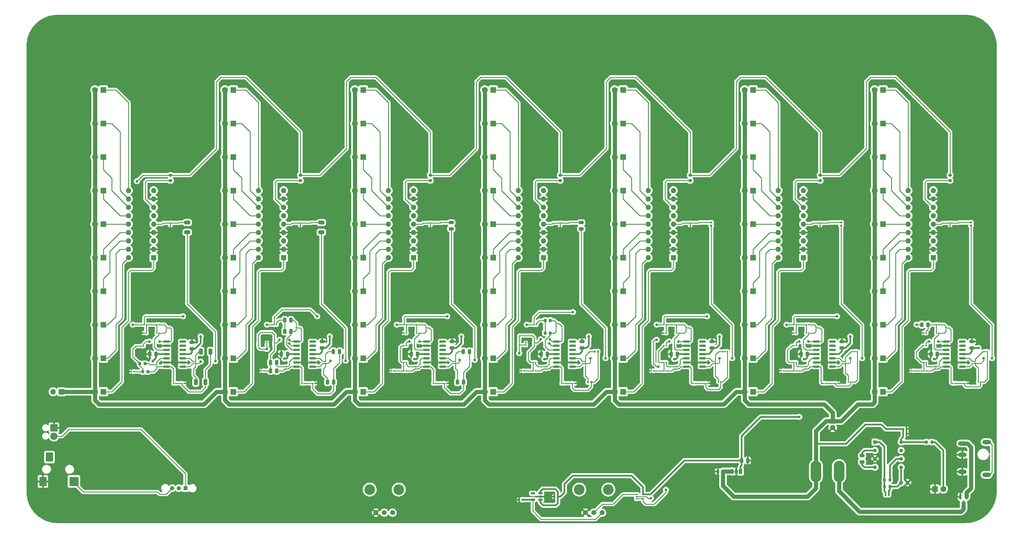
<source format=gtl>
%TF.GenerationSoftware,KiCad,Pcbnew,(6.0.4)*%
%TF.CreationDate,2022-10-26T00:34:33-04:00*%
%TF.ProjectId,Music_Visualizer,4d757369-635f-4566-9973-75616c697a65,rev?*%
%TF.SameCoordinates,Original*%
%TF.FileFunction,Copper,L1,Top*%
%TF.FilePolarity,Positive*%
%FSLAX46Y46*%
G04 Gerber Fmt 4.6, Leading zero omitted, Abs format (unit mm)*
G04 Created by KiCad (PCBNEW (6.0.4)) date 2022-10-26 00:34:33*
%MOMM*%
%LPD*%
G01*
G04 APERTURE LIST*
G04 Aperture macros list*
%AMRoundRect*
0 Rectangle with rounded corners*
0 $1 Rounding radius*
0 $2 $3 $4 $5 $6 $7 $8 $9 X,Y pos of 4 corners*
0 Add a 4 corners polygon primitive as box body*
4,1,4,$2,$3,$4,$5,$6,$7,$8,$9,$2,$3,0*
0 Add four circle primitives for the rounded corners*
1,1,$1+$1,$2,$3*
1,1,$1+$1,$4,$5*
1,1,$1+$1,$6,$7*
1,1,$1+$1,$8,$9*
0 Add four rect primitives between the rounded corners*
20,1,$1+$1,$2,$3,$4,$5,0*
20,1,$1+$1,$4,$5,$6,$7,0*
20,1,$1+$1,$6,$7,$8,$9,0*
20,1,$1+$1,$8,$9,$2,$3,0*%
G04 Aperture macros list end*
%TA.AperFunction,SMDPad,CuDef*%
%ADD10RoundRect,0.100000X0.100000X-0.130000X0.100000X0.130000X-0.100000X0.130000X-0.100000X-0.130000X0*%
%TD*%
%TA.AperFunction,ComponentPad*%
%ADD11R,1.800000X1.800000*%
%TD*%
%TA.AperFunction,ComponentPad*%
%ADD12C,1.800000*%
%TD*%
%TA.AperFunction,SMDPad,CuDef*%
%ADD13RoundRect,0.100000X-0.100000X0.130000X-0.100000X-0.130000X0.100000X-0.130000X0.100000X0.130000X0*%
%TD*%
%TA.AperFunction,SMDPad,CuDef*%
%ADD14RoundRect,0.100000X-0.130000X-0.100000X0.130000X-0.100000X0.130000X0.100000X-0.130000X0.100000X0*%
%TD*%
%TA.AperFunction,SMDPad,CuDef*%
%ADD15RoundRect,0.200000X0.275000X-0.200000X0.275000X0.200000X-0.275000X0.200000X-0.275000X-0.200000X0*%
%TD*%
%TA.AperFunction,ComponentPad*%
%ADD16C,1.200000*%
%TD*%
%TA.AperFunction,SMDPad,CuDef*%
%ADD17RoundRect,0.250000X-0.250000X-0.475000X0.250000X-0.475000X0.250000X0.475000X-0.250000X0.475000X0*%
%TD*%
%TA.AperFunction,SMDPad,CuDef*%
%ADD18RoundRect,0.100000X0.130000X0.100000X-0.130000X0.100000X-0.130000X-0.100000X0.130000X-0.100000X0*%
%TD*%
%TA.AperFunction,SMDPad,CuDef*%
%ADD19RoundRect,0.140000X-0.140000X-0.170000X0.140000X-0.170000X0.140000X0.170000X-0.140000X0.170000X0*%
%TD*%
%TA.AperFunction,SMDPad,CuDef*%
%ADD20RoundRect,0.250000X0.475000X-0.250000X0.475000X0.250000X-0.475000X0.250000X-0.475000X-0.250000X0*%
%TD*%
%TA.AperFunction,ComponentPad*%
%ADD21R,1.600000X1.600000*%
%TD*%
%TA.AperFunction,ComponentPad*%
%ADD22O,1.600000X1.600000*%
%TD*%
%TA.AperFunction,SMDPad,CuDef*%
%ADD23RoundRect,0.225000X-0.225000X-0.250000X0.225000X-0.250000X0.225000X0.250000X-0.225000X0.250000X0*%
%TD*%
%TA.AperFunction,SMDPad,CuDef*%
%ADD24R,2.200000X2.800000*%
%TD*%
%TA.AperFunction,SMDPad,CuDef*%
%ADD25R,2.800000X2.800000*%
%TD*%
%TA.AperFunction,SMDPad,CuDef*%
%ADD26RoundRect,0.250000X0.250000X0.475000X-0.250000X0.475000X-0.250000X-0.475000X0.250000X-0.475000X0*%
%TD*%
%TA.AperFunction,ComponentPad*%
%ADD27C,1.508000*%
%TD*%
%TA.AperFunction,ComponentPad*%
%ADD28C,3.216000*%
%TD*%
%TA.AperFunction,ComponentPad*%
%ADD29R,2.200000X2.200000*%
%TD*%
%TA.AperFunction,ComponentPad*%
%ADD30C,2.200000*%
%TD*%
%TA.AperFunction,SMDPad,CuDef*%
%ADD31R,0.650000X0.400000*%
%TD*%
%TA.AperFunction,SMDPad,CuDef*%
%ADD32RoundRect,0.140000X0.140000X0.170000X-0.140000X0.170000X-0.140000X-0.170000X0.140000X-0.170000X0*%
%TD*%
%TA.AperFunction,SMDPad,CuDef*%
%ADD33RoundRect,0.225000X0.225000X0.250000X-0.225000X0.250000X-0.225000X-0.250000X0.225000X-0.250000X0*%
%TD*%
%TA.AperFunction,SMDPad,CuDef*%
%ADD34RoundRect,0.140000X0.170000X-0.140000X0.170000X0.140000X-0.170000X0.140000X-0.170000X-0.140000X0*%
%TD*%
%TA.AperFunction,SMDPad,CuDef*%
%ADD35RoundRect,0.150000X-0.825000X-0.150000X0.825000X-0.150000X0.825000X0.150000X-0.825000X0.150000X0*%
%TD*%
%TA.AperFunction,SMDPad,CuDef*%
%ADD36RoundRect,0.200000X0.200000X0.275000X-0.200000X0.275000X-0.200000X-0.275000X0.200000X-0.275000X0*%
%TD*%
%TA.AperFunction,ComponentPad*%
%ADD37R,1.308000X1.308000*%
%TD*%
%TA.AperFunction,ComponentPad*%
%ADD38C,1.308000*%
%TD*%
%TA.AperFunction,ComponentPad*%
%ADD39C,1.600000*%
%TD*%
%TA.AperFunction,ComponentPad*%
%ADD40O,2.616000X1.308000*%
%TD*%
%TA.AperFunction,SMDPad,CuDef*%
%ADD41RoundRect,0.250000X-0.475000X0.250000X-0.475000X-0.250000X0.475000X-0.250000X0.475000X0.250000X0*%
%TD*%
%TA.AperFunction,SMDPad,CuDef*%
%ADD42RoundRect,0.250000X0.325000X0.650000X-0.325000X0.650000X-0.325000X-0.650000X0.325000X-0.650000X0*%
%TD*%
%TA.AperFunction,ComponentPad*%
%ADD43R,1.050000X1.500000*%
%TD*%
%TA.AperFunction,ComponentPad*%
%ADD44O,1.050000X1.500000*%
%TD*%
%TA.AperFunction,ComponentPad*%
%ADD45R,1.700000X1.700000*%
%TD*%
%TA.AperFunction,ComponentPad*%
%ADD46O,1.700000X1.700000*%
%TD*%
%TA.AperFunction,SMDPad,CuDef*%
%ADD47RoundRect,0.200000X-0.200000X-0.275000X0.200000X-0.275000X0.200000X0.275000X-0.200000X0.275000X0*%
%TD*%
%TA.AperFunction,SMDPad,CuDef*%
%ADD48RoundRect,0.150000X0.512500X0.150000X-0.512500X0.150000X-0.512500X-0.150000X0.512500X-0.150000X0*%
%TD*%
%TA.AperFunction,ComponentPad*%
%ADD49O,3.260000X6.520000*%
%TD*%
%TA.AperFunction,ComponentPad*%
%ADD50R,1.130000X1.130000*%
%TD*%
%TA.AperFunction,ComponentPad*%
%ADD51C,1.130000*%
%TD*%
%TA.AperFunction,SMDPad,CuDef*%
%ADD52RoundRect,0.250000X0.650000X-0.325000X0.650000X0.325000X-0.650000X0.325000X-0.650000X-0.325000X0*%
%TD*%
%TA.AperFunction,SMDPad,CuDef*%
%ADD53RoundRect,0.150000X-0.150000X0.587500X-0.150000X-0.587500X0.150000X-0.587500X0.150000X0.587500X0*%
%TD*%
%TA.AperFunction,SMDPad,CuDef*%
%ADD54RoundRect,0.250000X-0.262500X-0.450000X0.262500X-0.450000X0.262500X0.450000X-0.262500X0.450000X0*%
%TD*%
%TA.AperFunction,ViaPad*%
%ADD55C,0.800000*%
%TD*%
%TA.AperFunction,Conductor*%
%ADD56C,0.254000*%
%TD*%
%TA.AperFunction,Conductor*%
%ADD57C,0.250000*%
%TD*%
%TA.AperFunction,Conductor*%
%ADD58C,1.270000*%
%TD*%
%TA.AperFunction,Conductor*%
%ADD59C,0.508000*%
%TD*%
G04 APERTURE END LIST*
D10*
%TO.P,R13,1*%
%TO.N,Net-(R12-Pad2)*%
X133350000Y-125542000D03*
%TO.P,R13,2*%
%TO.N,GND*%
X133350000Y-124902000D03*
%TD*%
D11*
%TO.P,D39,1,K*%
%TO.N,Net-(D39-Pad1)*%
X201930000Y-58420000D03*
D12*
%TO.P,D39,2,A*%
%TO.N,+9V*%
X199390000Y-58420000D03*
%TD*%
D13*
%TO.P,R67,1*%
%TO.N,VBass*%
X143510000Y-88580000D03*
%TO.P,R67,2*%
%TO.N,GND*%
X143510000Y-89220000D03*
%TD*%
D14*
%TO.P,R26,1*%
%TO.N,Net-(C15-Pad2)*%
X183830000Y-137160000D03*
%TO.P,R26,2*%
%TO.N,Net-(C17-Pad1)*%
X184470000Y-137160000D03*
%TD*%
D15*
%TO.P,R76,1*%
%TO.N,Net-(R76-Pad1)*%
X143510000Y-75755000D03*
%TO.P,R76,2*%
%TO.N,LED_Brightness_Control*%
X143510000Y-74105000D03*
%TD*%
D16*
%TO.P,C55,2*%
%TO.N,GND*%
X327517000Y-167259000D03*
%TO.P,C55,1*%
%TO.N,Net-(C55-Pad1)*%
X325517000Y-167259000D03*
%TD*%
D11*
%TO.P,D6,1,K*%
%TO.N,Net-(D6-Pad1)*%
X83820000Y-88900000D03*
D12*
%TO.P,D6,2,A*%
%TO.N,+9V*%
X81280000Y-88900000D03*
%TD*%
D11*
%TO.P,D65,1,K*%
%TO.N,Net-(D65-Pad1)*%
X320040000Y-99060000D03*
D12*
%TO.P,D65,2,A*%
%TO.N,+9V*%
X317500000Y-99060000D03*
%TD*%
D10*
%TO.P,R32,1*%
%TO.N,Net-(R31-Pad2)*%
X211836000Y-125542000D03*
%TO.P,R32,2*%
%TO.N,GND*%
X211836000Y-124902000D03*
%TD*%
%TO.P,R9,1*%
%TO.N,Net-(C43-Pad1)*%
X111760000Y-131130000D03*
%TO.P,R9,2*%
%TO.N,Net-(C6-Pad2)*%
X111760000Y-130490000D03*
%TD*%
D14*
%TO.P,R18,1*%
%TO.N,Net-(C11-Pad1)*%
X147254000Y-137160000D03*
%TO.P,R18,2*%
%TO.N,GND*%
X147894000Y-137160000D03*
%TD*%
D17*
%TO.P,C68,1*%
%TO.N,GND*%
X255844000Y-128270000D03*
%TO.P,C68,2*%
%TO.N,+5V*%
X257744000Y-128270000D03*
%TD*%
D18*
%TO.P,C35,1*%
%TO.N,Net-(C35-Pad1)*%
X310200000Y-136779000D03*
%TO.P,C35,2*%
%TO.N,Net-(C35-Pad2)*%
X309560000Y-136779000D03*
%TD*%
D19*
%TO.P,C53,1*%
%TO.N,+9V*%
X326164000Y-152400000D03*
%TO.P,C53,2*%
%TO.N,GND*%
X327124000Y-152400000D03*
%TD*%
D14*
%TO.P,C14,1*%
%TO.N,Net-(C13-Pad1)*%
X178750000Y-121920000D03*
%TO.P,C14,2*%
%TO.N,Net-(C14-Pad2)*%
X179390000Y-121920000D03*
%TD*%
D13*
%TO.P,R30,1*%
%TO.N,Net-(C19-Pad2)*%
X220980000Y-119060000D03*
%TO.P,R30,2*%
%TO.N,Net-(C20-Pad2)*%
X220980000Y-119700000D03*
%TD*%
D11*
%TO.P,D68,1,K*%
%TO.N,Net-(D68-Pad1)*%
X320040000Y-68580000D03*
D12*
%TO.P,D68,2,A*%
%TO.N,+9V*%
X317500000Y-68580000D03*
%TD*%
D18*
%TO.P,R51,1*%
%TO.N,Net-(C31-Pad2)*%
X293690000Y-125730000D03*
%TO.P,R51,2*%
%TO.N,Net-(C33-Pad1)*%
X293050000Y-125730000D03*
%TD*%
D15*
%TO.P,R77,1*%
%TO.N,Net-(R77-Pad1)*%
X182880000Y-75755000D03*
%TO.P,R77,2*%
%TO.N,LED_Brightness_Control*%
X182880000Y-74105000D03*
%TD*%
D13*
%TO.P,R31,1*%
%TO.N,Net-(C19-Pad2)*%
X209804000Y-124902000D03*
%TO.P,R31,2*%
%TO.N,Net-(R31-Pad2)*%
X209804000Y-125542000D03*
%TD*%
D20*
%TO.P,C61,1*%
%TO.N,-5V*%
X110617000Y-126680000D03*
%TO.P,C61,2*%
%TO.N,GND*%
X110617000Y-124780000D03*
%TD*%
%TO.P,C63,1*%
%TO.N,-5V*%
X150114000Y-126426000D03*
%TO.P,C63,2*%
%TO.N,GND*%
X150114000Y-124526000D03*
%TD*%
D11*
%TO.P,D44,1,K*%
%TO.N,Net-(D44-Pad1)*%
X241300000Y-109220000D03*
D12*
%TO.P,D44,2,A*%
%TO.N,+9V*%
X238760000Y-109220000D03*
%TD*%
D14*
%TO.P,R20,1*%
%TO.N,Vsig*%
X174940000Y-119380000D03*
%TO.P,R20,2*%
%TO.N,Net-(C13-Pad1)*%
X175580000Y-119380000D03*
%TD*%
%TO.P,C22,1*%
%TO.N,Net-(C21-Pad1)*%
X214056000Y-130810000D03*
%TO.P,C22,2*%
%TO.N,Net-(C22-Pad2)*%
X214696000Y-130810000D03*
%TD*%
D21*
%TO.P,U14,1,LED1_K*%
%TO.N,Net-(D41-Pad1)*%
X256540000Y-99060000D03*
D22*
%TO.P,U14,2,V-*%
%TO.N,GND*%
X256540000Y-96520000D03*
%TO.P,U14,3,V+*%
%TO.N,+9V*%
X256540000Y-93980000D03*
%TO.P,U14,4,RLO*%
%TO.N,GND*%
X256540000Y-91440000D03*
%TO.P,U14,5,SIG*%
%TO.N,VUpperMidrange*%
X256540000Y-88900000D03*
%TO.P,U14,6,RHI*%
%TO.N,Rhi_Value*%
X256540000Y-86360000D03*
%TO.P,U14,7,REF_OUT*%
%TO.N,Net-(R79-Pad1)*%
X256540000Y-83820000D03*
%TO.P,U14,8,REF_ADJ*%
%TO.N,GND*%
X256540000Y-81280000D03*
%TO.P,U14,9,MODE*%
%TO.N,Mode*%
X256540000Y-78740000D03*
%TO.P,U14,10,LED10_K*%
%TO.N,Net-(D50-Pad1)*%
X248920000Y-78740000D03*
%TO.P,U14,11,LED9_K*%
%TO.N,Net-(D49-Pad1)*%
X248920000Y-81280000D03*
%TO.P,U14,12,LED8_K*%
%TO.N,Net-(D48-Pad1)*%
X248920000Y-83820000D03*
%TO.P,U14,13,LED7_K*%
%TO.N,Net-(D47-Pad1)*%
X248920000Y-86360000D03*
%TO.P,U14,14,LED6_K*%
%TO.N,Net-(D46-Pad1)*%
X248920000Y-88900000D03*
%TO.P,U14,15,LED5_K*%
%TO.N,Net-(D45-Pad1)*%
X248920000Y-91440000D03*
%TO.P,U14,16,LED4_K*%
%TO.N,Net-(D44-Pad1)*%
X248920000Y-93980000D03*
%TO.P,U14,17,LED3_K*%
%TO.N,Net-(D43-Pad1)*%
X248920000Y-96520000D03*
%TO.P,U14,18,LED2_K*%
%TO.N,Net-(D42-Pad1)*%
X248920000Y-99060000D03*
%TD*%
D23*
%TO.P,C20,1*%
%TO.N,Net-(C19-Pad1)*%
X217665000Y-121920000D03*
%TO.P,C20,2*%
%TO.N,Net-(C20-Pad2)*%
X219215000Y-121920000D03*
%TD*%
D11*
%TO.P,D51,1,K*%
%TO.N,Net-(D51-Pad1)*%
X280670000Y-139700000D03*
D12*
%TO.P,D51,2,A*%
%TO.N,+9V*%
X278130000Y-139700000D03*
%TD*%
D24*
%TO.P,J1,R*%
%TO.N,unconnected-(J1-PadR)*%
X67488000Y-159495000D03*
%TO.P,J1,S*%
%TO.N,GND*%
X65488000Y-166895000D03*
D25*
%TO.P,J1,T*%
%TO.N,/Vsig_female*%
X74888000Y-166895000D03*
%TD*%
D26*
%TO.P,C18,1*%
%TO.N,Net-(C17-Pad1)*%
X194752000Y-127508000D03*
%TO.P,C18,2*%
%TO.N,Net-(C18-Pad2)*%
X192852000Y-127508000D03*
%TD*%
D18*
%TO.P,R5,1*%
%TO.N,Net-(C3-Pad1)*%
X93030000Y-133604000D03*
%TO.P,R5,2*%
%TO.N,GND*%
X92390000Y-133604000D03*
%TD*%
D17*
%TO.P,C9,1*%
%TO.N,Net-(C10-Pad1)*%
X134432000Y-133350000D03*
%TO.P,C9,2*%
%TO.N,Net-(C9-Pad2)*%
X136332000Y-133350000D03*
%TD*%
D27*
%TO.P,RV2,1,1*%
%TO.N,GND*%
X229910000Y-176334750D03*
%TO.P,RV2,2,2*%
%TO.N,Net-(RV2-Pad2)*%
X232410000Y-176334750D03*
%TO.P,RV2,3,3*%
%TO.N,Net-(C58-Pad1)*%
X234910000Y-176334750D03*
D28*
%TO.P,RV2,NC1*%
%TO.N,N/C*%
X228010000Y-169334750D03*
%TO.P,RV2,NC2*%
X236810000Y-169334750D03*
%TD*%
D18*
%TO.P,C29,1*%
%TO.N,Net-(C29-Pad1)*%
X270830000Y-136652000D03*
%TO.P,C29,2*%
%TO.N,Net-(C29-Pad2)*%
X270190000Y-136652000D03*
%TD*%
D11*
%TO.P,D21,1,K*%
%TO.N,Net-(D21-Pad1)*%
X162560000Y-139700000D03*
D12*
%TO.P,D21,2,A*%
%TO.N,+9V*%
X160020000Y-139700000D03*
%TD*%
D21*
%TO.P,U12,1,LED1_K*%
%TO.N,Net-(D21-Pad1)*%
X177800000Y-99060000D03*
D22*
%TO.P,U12,2,V-*%
%TO.N,GND*%
X177800000Y-96520000D03*
%TO.P,U12,3,V+*%
%TO.N,+9V*%
X177800000Y-93980000D03*
%TO.P,U12,4,RLO*%
%TO.N,GND*%
X177800000Y-91440000D03*
%TO.P,U12,5,SIG*%
%TO.N,VLowerMidrange*%
X177800000Y-88900000D03*
%TO.P,U12,6,RHI*%
%TO.N,Rhi_Value*%
X177800000Y-86360000D03*
%TO.P,U12,7,REF_OUT*%
%TO.N,Net-(R77-Pad1)*%
X177800000Y-83820000D03*
%TO.P,U12,8,REF_ADJ*%
%TO.N,GND*%
X177800000Y-81280000D03*
%TO.P,U12,9,MODE*%
%TO.N,Mode*%
X177800000Y-78740000D03*
%TO.P,U12,10,LED10_K*%
%TO.N,Net-(D30-Pad1)*%
X170180000Y-78740000D03*
%TO.P,U12,11,LED9_K*%
%TO.N,Net-(D29-Pad1)*%
X170180000Y-81280000D03*
%TO.P,U12,12,LED8_K*%
%TO.N,Net-(D28-Pad1)*%
X170180000Y-83820000D03*
%TO.P,U12,13,LED7_K*%
%TO.N,Net-(D27-Pad1)*%
X170180000Y-86360000D03*
%TO.P,U12,14,LED6_K*%
%TO.N,Net-(D26-Pad1)*%
X170180000Y-88900000D03*
%TO.P,U12,15,LED5_K*%
%TO.N,Net-(D25-Pad1)*%
X170180000Y-91440000D03*
%TO.P,U12,16,LED4_K*%
%TO.N,Net-(D24-Pad1)*%
X170180000Y-93980000D03*
%TO.P,U12,17,LED3_K*%
%TO.N,Net-(D23-Pad1)*%
X170180000Y-96520000D03*
%TO.P,U12,18,LED2_K*%
%TO.N,Net-(D22-Pad1)*%
X170180000Y-99060000D03*
%TD*%
D18*
%TO.P,R34,1*%
%TO.N,Net-(C21-Pad1)*%
X211140000Y-133350000D03*
%TO.P,R34,2*%
%TO.N,GND*%
X210500000Y-133350000D03*
%TD*%
D11*
%TO.P,D60,1,K*%
%TO.N,Net-(D60-Pad1)*%
X280670000Y-48260000D03*
D12*
%TO.P,D60,2,A*%
%TO.N,+9V*%
X278130000Y-48260000D03*
%TD*%
D11*
%TO.P,D67,1,K*%
%TO.N,Net-(D67-Pad1)*%
X320040000Y-78740000D03*
D12*
%TO.P,D67,2,A*%
%TO.N,+9V*%
X317500000Y-78740000D03*
%TD*%
D14*
%TO.P,R29,1*%
%TO.N,Vsig*%
X214310000Y-119380000D03*
%TO.P,R29,2*%
%TO.N,Net-(C19-Pad1)*%
X214950000Y-119380000D03*
%TD*%
D18*
%TO.P,R52,1*%
%TO.N,Net-(C33-Pad1)*%
X289880000Y-133350000D03*
%TO.P,R52,2*%
%TO.N,GND*%
X289240000Y-133350000D03*
%TD*%
D29*
%TO.P,J3,1,Pin_1*%
%TO.N,GND*%
X68834000Y-150622000D03*
D30*
%TO.P,J3,2,Pin_2*%
%TO.N,/Vsig_male*%
X68834000Y-153162000D03*
%TD*%
D31*
%TO.P,U18,1,+*%
%TO.N,Net-(RV2-Pad2)*%
X245430000Y-170800000D03*
%TO.P,U18,2,V-*%
%TO.N,-5V*%
X245430000Y-171450000D03*
%TO.P,U18,3,-*%
%TO.N,Rhi_Value*%
X245430000Y-172100000D03*
%TO.P,U18,4*%
X247330000Y-172100000D03*
%TO.P,U18,5,V+*%
%TO.N,+5V*%
X247330000Y-170800000D03*
%TD*%
D13*
%TO.P,R70,1*%
%TO.N,VUpperMidrange*%
X261620000Y-88580000D03*
%TO.P,R70,2*%
%TO.N,GND*%
X261620000Y-89220000D03*
%TD*%
D21*
%TO.P,U13,1,LED1_K*%
%TO.N,Net-(D31-Pad1)*%
X217170000Y-99060000D03*
D22*
%TO.P,U13,2,V-*%
%TO.N,GND*%
X217170000Y-96520000D03*
%TO.P,U13,3,V+*%
%TO.N,+9V*%
X217170000Y-93980000D03*
%TO.P,U13,4,RLO*%
%TO.N,GND*%
X217170000Y-91440000D03*
%TO.P,U13,5,SIG*%
%TO.N,VMidrange*%
X217170000Y-88900000D03*
%TO.P,U13,6,RHI*%
%TO.N,Rhi_Value*%
X217170000Y-86360000D03*
%TO.P,U13,7,REF_OUT*%
%TO.N,Net-(R78-Pad1)*%
X217170000Y-83820000D03*
%TO.P,U13,8,REF_ADJ*%
%TO.N,GND*%
X217170000Y-81280000D03*
%TO.P,U13,9,MODE*%
%TO.N,Mode*%
X217170000Y-78740000D03*
%TO.P,U13,10,LED10_K*%
%TO.N,Net-(D40-Pad1)*%
X209550000Y-78740000D03*
%TO.P,U13,11,LED9_K*%
%TO.N,Net-(D39-Pad1)*%
X209550000Y-81280000D03*
%TO.P,U13,12,LED8_K*%
%TO.N,Net-(D38-Pad1)*%
X209550000Y-83820000D03*
%TO.P,U13,13,LED7_K*%
%TO.N,Net-(D37-Pad1)*%
X209550000Y-86360000D03*
%TO.P,U13,14,LED6_K*%
%TO.N,Net-(D36-Pad1)*%
X209550000Y-88900000D03*
%TO.P,U13,15,LED5_K*%
%TO.N,Net-(D35-Pad1)*%
X209550000Y-91440000D03*
%TO.P,U13,16,LED4_K*%
%TO.N,Net-(D34-Pad1)*%
X209550000Y-93980000D03*
%TO.P,U13,17,LED3_K*%
%TO.N,Net-(D33-Pad1)*%
X209550000Y-96520000D03*
%TO.P,U13,18,LED2_K*%
%TO.N,Net-(D32-Pad1)*%
X209550000Y-99060000D03*
%TD*%
D14*
%TO.P,C40,1*%
%TO.N,Net-(C39-Pad1)*%
X332420000Y-130810000D03*
%TO.P,C40,2*%
%TO.N,Net-(C40-Pad2)*%
X333060000Y-130810000D03*
%TD*%
%TO.P,R17,1*%
%TO.N,Net-(C9-Pad2)*%
X143952000Y-137160000D03*
%TO.P,R17,2*%
%TO.N,Net-(C11-Pad1)*%
X144592000Y-137160000D03*
%TD*%
D17*
%TO.P,C7,1*%
%TO.N,Net-(C7-Pad1)*%
X138750000Y-117983000D03*
%TO.P,C7,2*%
%TO.N,Net-(C7-Pad2)*%
X140650000Y-117983000D03*
%TD*%
D18*
%TO.P,R60,1*%
%TO.N,Net-(C37-Pad2)*%
X333060000Y-125730000D03*
%TO.P,R60,2*%
%TO.N,Net-(C39-Pad1)*%
X332420000Y-125730000D03*
%TD*%
D11*
%TO.P,D2,1,K*%
%TO.N,Net-(D2-Pad1)*%
X83820000Y-129540000D03*
D12*
%TO.P,D2,2,A*%
%TO.N,+9V*%
X81280000Y-129540000D03*
%TD*%
D32*
%TO.P,C24,1*%
%TO.N,Net-(C23-Pad1)*%
X233652000Y-127508000D03*
%TO.P,C24,2*%
%TO.N,Net-(C24-Pad2)*%
X232692000Y-127508000D03*
%TD*%
D20*
%TO.P,C46,1*%
%TO.N,Net-(C23-Pad2)*%
X228600000Y-90358000D03*
%TO.P,C46,2*%
%TO.N,VMidrange*%
X228600000Y-88458000D03*
%TD*%
D11*
%TO.P,D27,1,K*%
%TO.N,Net-(D27-Pad1)*%
X162560000Y-78740000D03*
D12*
%TO.P,D27,2,A*%
%TO.N,+9V*%
X160020000Y-78740000D03*
%TD*%
D11*
%TO.P,D13,1,K*%
%TO.N,Net-(D13-Pad1)*%
X123190000Y-119380000D03*
D12*
%TO.P,D13,2,A*%
%TO.N,+9V*%
X120650000Y-119380000D03*
%TD*%
D10*
%TO.P,R38,1*%
%TO.N,Net-(C23-Pad2)*%
X229870000Y-131130000D03*
%TO.P,R38,2*%
%TO.N,Net-(C24-Pad2)*%
X229870000Y-130490000D03*
%TD*%
D21*
%TO.P,U11,1,LED1_K*%
%TO.N,Net-(D11-Pad1)*%
X138430000Y-99060000D03*
D22*
%TO.P,U11,2,V-*%
%TO.N,GND*%
X138430000Y-96520000D03*
%TO.P,U11,3,V+*%
%TO.N,+9V*%
X138430000Y-93980000D03*
%TO.P,U11,4,RLO*%
%TO.N,GND*%
X138430000Y-91440000D03*
%TO.P,U11,5,SIG*%
%TO.N,VBass*%
X138430000Y-88900000D03*
%TO.P,U11,6,RHI*%
%TO.N,Rhi_Value*%
X138430000Y-86360000D03*
%TO.P,U11,7,REF_OUT*%
%TO.N,Net-(R76-Pad1)*%
X138430000Y-83820000D03*
%TO.P,U11,8,REF_ADJ*%
%TO.N,GND*%
X138430000Y-81280000D03*
%TO.P,U11,9,MODE*%
%TO.N,Mode*%
X138430000Y-78740000D03*
%TO.P,U11,10,LED10_K*%
%TO.N,Net-(D20-Pad1)*%
X130810000Y-78740000D03*
%TO.P,U11,11,LED9_K*%
%TO.N,Net-(D19-Pad1)*%
X130810000Y-81280000D03*
%TO.P,U11,12,LED8_K*%
%TO.N,Net-(D18-Pad1)*%
X130810000Y-83820000D03*
%TO.P,U11,13,LED7_K*%
%TO.N,Net-(D17-Pad1)*%
X130810000Y-86360000D03*
%TO.P,U11,14,LED6_K*%
%TO.N,Net-(D16-Pad1)*%
X130810000Y-88900000D03*
%TO.P,U11,15,LED5_K*%
%TO.N,Net-(D15-Pad1)*%
X130810000Y-91440000D03*
%TO.P,U11,16,LED4_K*%
%TO.N,Net-(D14-Pad1)*%
X130810000Y-93980000D03*
%TO.P,U11,17,LED3_K*%
%TO.N,Net-(D13-Pad1)*%
X130810000Y-96520000D03*
%TO.P,U11,18,LED2_K*%
%TO.N,Net-(D12-Pad1)*%
X130810000Y-99060000D03*
%TD*%
D10*
%TO.P,R16,1*%
%TO.N,Net-(C9-Pad2)*%
X139065000Y-132781000D03*
%TO.P,R16,2*%
%TO.N,Net-(C10-Pad2)*%
X139065000Y-132141000D03*
%TD*%
D11*
%TO.P,D5,1,K*%
%TO.N,Net-(D5-Pad1)*%
X83820000Y-99060000D03*
D12*
%TO.P,D5,2,A*%
%TO.N,+9V*%
X81280000Y-99060000D03*
%TD*%
D18*
%TO.P,R15,1*%
%TO.N,Net-(C10-Pad1)*%
X132400000Y-133350000D03*
%TO.P,R15,2*%
%TO.N,GND*%
X131760000Y-133350000D03*
%TD*%
D14*
%TO.P,C27,1*%
%TO.N,Net-(C27-Pad1)*%
X253680000Y-133350000D03*
%TO.P,C27,2*%
%TO.N,Net-(C27-Pad2)*%
X254320000Y-133350000D03*
%TD*%
%TO.P,C15,1*%
%TO.N,Net-(C15-Pad1)*%
X174940000Y-133350000D03*
%TO.P,C15,2*%
%TO.N,Net-(C15-Pad2)*%
X175580000Y-133350000D03*
%TD*%
D26*
%TO.P,C11,1*%
%TO.N,Net-(C11-Pad1)*%
X153604000Y-136779000D03*
%TO.P,C11,2*%
%TO.N,Net-(C11-Pad2)*%
X151704000Y-136779000D03*
%TD*%
D33*
%TO.P,C50,1*%
%TO.N,+9V*%
X271539000Y-163830000D03*
%TO.P,C50,2*%
%TO.N,GND*%
X269989000Y-163830000D03*
%TD*%
D11*
%TO.P,D14,1,K*%
%TO.N,Net-(D14-Pad1)*%
X123190000Y-109220000D03*
D12*
%TO.P,D14,2,A*%
%TO.N,+9V*%
X120650000Y-109220000D03*
%TD*%
D11*
%TO.P,D40,1,K*%
%TO.N,Net-(D40-Pad1)*%
X201930000Y-48260000D03*
D12*
%TO.P,D40,2,A*%
%TO.N,+9V*%
X199390000Y-48260000D03*
%TD*%
D14*
%TO.P,R64,1*%
%TO.N,Net-(C41-Pad1)*%
X344775000Y-137160000D03*
%TO.P,R64,2*%
%TO.N,GND*%
X345415000Y-137160000D03*
%TD*%
D34*
%TO.P,C48,1*%
%TO.N,Net-(C35-Pad2)*%
X307340000Y-89380000D03*
%TO.P,C48,2*%
%TO.N,VPresence*%
X307340000Y-88420000D03*
%TD*%
D35*
%TO.P,U2,1*%
%TO.N,Net-(C7-Pad2)*%
X142305000Y-124460000D03*
%TO.P,U2,2,-*%
%TO.N,Net-(R12-Pad2)*%
X142305000Y-125730000D03*
%TO.P,U2,3,+*%
%TO.N,Net-(C8-Pad2)*%
X142305000Y-127000000D03*
%TO.P,U2,4,V+*%
%TO.N,+5V*%
X142305000Y-128270000D03*
%TO.P,U2,5,+*%
%TO.N,Net-(C10-Pad2)*%
X142305000Y-129540000D03*
%TO.P,U2,6,-*%
%TO.N,GND*%
X142305000Y-130810000D03*
%TO.P,U2,7*%
%TO.N,Net-(C9-Pad2)*%
X142305000Y-132080000D03*
%TO.P,U2,8*%
%TO.N,Net-(C11-Pad2)*%
X147255000Y-132080000D03*
%TO.P,U2,9,-*%
%TO.N,GND*%
X147255000Y-130810000D03*
%TO.P,U2,10,+*%
%TO.N,Net-(C12-Pad2)*%
X147255000Y-129540000D03*
%TO.P,U2,11,V-*%
%TO.N,-5V*%
X147255000Y-128270000D03*
%TO.P,U2,12,+*%
%TO.N,unconnected-(U2-Pad12)*%
X147255000Y-127000000D03*
%TO.P,U2,13,-*%
%TO.N,unconnected-(U2-Pad13)*%
X147255000Y-125730000D03*
%TO.P,U2,14*%
%TO.N,unconnected-(U2-Pad14)*%
X147255000Y-124460000D03*
%TD*%
D11*
%TO.P,D46,1,K*%
%TO.N,Net-(D46-Pad1)*%
X241300000Y-88900000D03*
D12*
%TO.P,D46,2,A*%
%TO.N,+9V*%
X238760000Y-88900000D03*
%TD*%
D11*
%TO.P,D8,1,K*%
%TO.N,Net-(D8-Pad1)*%
X83820000Y-68580000D03*
D12*
%TO.P,D8,2,A*%
%TO.N,+9V*%
X81280000Y-68580000D03*
%TD*%
D36*
%TO.P,R74,1*%
%TO.N,Net-(C55-Pad1)*%
X322135000Y-168402000D03*
%TO.P,R74,2*%
%TO.N,-5V*%
X320485000Y-168402000D03*
%TD*%
D20*
%TO.P,C45,1*%
%TO.N,Net-(C17-Pad2)*%
X189230000Y-90358000D03*
%TO.P,C45,2*%
%TO.N,VLowerMidrange*%
X189230000Y-88458000D03*
%TD*%
D11*
%TO.P,D7,1,K*%
%TO.N,Net-(D7-Pad1)*%
X83820000Y-78740000D03*
D12*
%TO.P,D7,2,A*%
%TO.N,+9V*%
X81280000Y-78740000D03*
%TD*%
D11*
%TO.P,D37,1,K*%
%TO.N,Net-(D37-Pad1)*%
X201930000Y-78740000D03*
D12*
%TO.P,D37,2,A*%
%TO.N,+9V*%
X199390000Y-78740000D03*
%TD*%
D10*
%TO.P,R19,1*%
%TO.N,Net-(C11-Pad2)*%
X151130000Y-131130000D03*
%TO.P,R19,2*%
%TO.N,Net-(C12-Pad2)*%
X151130000Y-130490000D03*
%TD*%
D37*
%TO.P,SW1,1,A*%
%TO.N,/Vsig_male*%
X108680000Y-168910000D03*
D38*
%TO.P,SW1,2,B*%
%TO.N,Vsig*%
X106680000Y-168910000D03*
%TO.P,SW1,3,C*%
%TO.N,/Vsig_female*%
X104680000Y-168910000D03*
%TD*%
D20*
%TO.P,C71,1*%
%TO.N,-5V*%
X307594000Y-126426000D03*
%TO.P,C71,2*%
%TO.N,GND*%
X307594000Y-124526000D03*
%TD*%
D11*
%TO.P,D12,1,K*%
%TO.N,Net-(D12-Pad1)*%
X123190000Y-129540000D03*
D12*
%TO.P,D12,2,A*%
%TO.N,+9V*%
X120650000Y-129540000D03*
%TD*%
D14*
%TO.P,C38,1*%
%TO.N,Net-(C37-Pad1)*%
X336230000Y-121920000D03*
%TO.P,C38,2*%
%TO.N,Net-(C38-Pad2)*%
X336870000Y-121920000D03*
%TD*%
D11*
%TO.P,D58,1,K*%
%TO.N,Net-(D58-Pad1)*%
X280670000Y-68580000D03*
D12*
%TO.P,D58,2,A*%
%TO.N,+9V*%
X278130000Y-68580000D03*
%TD*%
D11*
%TO.P,D62,1,K*%
%TO.N,Net-(D62-Pad1)*%
X320040000Y-129540000D03*
D12*
%TO.P,D62,2,A*%
%TO.N,+9V*%
X317500000Y-129540000D03*
%TD*%
D18*
%TO.P,R61,1*%
%TO.N,Net-(C39-Pad1)*%
X329250000Y-133350000D03*
%TO.P,R61,2*%
%TO.N,GND*%
X328610000Y-133350000D03*
%TD*%
D11*
%TO.P,D55,1,K*%
%TO.N,Net-(D55-Pad1)*%
X280670000Y-99060000D03*
D12*
%TO.P,D55,2,A*%
%TO.N,+9V*%
X278130000Y-99060000D03*
%TD*%
D13*
%TO.P,R14,1*%
%TO.N,Net-(C7-Pad2)*%
X135636000Y-124902000D03*
%TO.P,R14,2*%
%TO.N,Net-(C10-Pad1)*%
X135636000Y-125542000D03*
%TD*%
D18*
%TO.P,R49,1*%
%TO.N,Net-(C31-Pad1)*%
X293690000Y-121920000D03*
%TO.P,R49,2*%
%TO.N,GND*%
X293050000Y-121920000D03*
%TD*%
D11*
%TO.P,D33,1,K*%
%TO.N,Net-(D33-Pad1)*%
X201930000Y-119380000D03*
D12*
%TO.P,D33,2,A*%
%TO.N,+9V*%
X199390000Y-119380000D03*
%TD*%
D13*
%TO.P,R33,1*%
%TO.N,Net-(C19-Pad2)*%
X214376000Y-124902000D03*
%TO.P,R33,2*%
%TO.N,Net-(C21-Pad1)*%
X214376000Y-125542000D03*
%TD*%
D17*
%TO.P,C64,1*%
%TO.N,GND*%
X177104000Y-128270000D03*
%TO.P,C64,2*%
%TO.N,+5V*%
X179004000Y-128270000D03*
%TD*%
D18*
%TO.P,R58,1*%
%TO.N,Net-(C37-Pad1)*%
X333060000Y-121920000D03*
%TO.P,R58,2*%
%TO.N,GND*%
X332420000Y-121920000D03*
%TD*%
D11*
%TO.P,D18,1,K*%
%TO.N,Net-(D18-Pad1)*%
X123190000Y-68580000D03*
D12*
%TO.P,D18,2,A*%
%TO.N,+9V*%
X120650000Y-68580000D03*
%TD*%
D11*
%TO.P,D50,1,K*%
%TO.N,Net-(D50-Pad1)*%
X241300000Y-48260000D03*
D12*
%TO.P,D50,2,A*%
%TO.N,+9V*%
X238760000Y-48260000D03*
%TD*%
D14*
%TO.P,C37,1*%
%TO.N,Net-(C37-Pad1)*%
X336230000Y-119380000D03*
%TO.P,C37,2*%
%TO.N,Net-(C37-Pad2)*%
X336870000Y-119380000D03*
%TD*%
D21*
%TO.P,C59,1*%
%TO.N,+9V*%
X304800000Y-148590000D03*
D39*
%TO.P,C59,2*%
%TO.N,GND*%
X304800000Y-150590000D03*
%TD*%
D13*
%TO.P,R59,2*%
%TO.N,Net-(C38-Pad2)*%
X339090000Y-120970000D03*
%TO.P,R59,1*%
%TO.N,Net-(C37-Pad2)*%
X339090000Y-120330000D03*
%TD*%
D11*
%TO.P,D3,1,K*%
%TO.N,Net-(D3-Pad1)*%
X83820000Y-119380000D03*
D12*
%TO.P,D3,2,A*%
%TO.N,+9V*%
X81280000Y-119380000D03*
%TD*%
D32*
%TO.P,C23,1*%
%TO.N,Net-(C23-Pad1)*%
X231620000Y-136779000D03*
%TO.P,C23,2*%
%TO.N,Net-(C23-Pad2)*%
X230660000Y-136779000D03*
%TD*%
D40*
%TO.P,J2,1*%
%TO.N,/Power/Power*%
X344121440Y-155360008D03*
%TO.P,J2,2*%
%TO.N,GND*%
X344121440Y-163960008D03*
%TO.P,J2,3*%
X344121440Y-158760008D03*
%TO.P,J2,S1,SHIELD*%
%TO.N,Net-(J2-PadS1)*%
X351421440Y-164860008D03*
%TO.P,J2,S2,SHIELD*%
X351421440Y-154960008D03*
%TD*%
D11*
%TO.P,D47,1,K*%
%TO.N,Net-(D47-Pad1)*%
X241300000Y-78740000D03*
D12*
%TO.P,D47,2,A*%
%TO.N,+9V*%
X238760000Y-78740000D03*
%TD*%
D11*
%TO.P,D19,1,K*%
%TO.N,Net-(D19-Pad1)*%
X123190000Y-58420000D03*
D12*
%TO.P,D19,2,A*%
%TO.N,+9V*%
X120650000Y-58420000D03*
%TD*%
D11*
%TO.P,D71,1,K*%
%TO.N,GND*%
X335783000Y-169164000D03*
D12*
%TO.P,D71,2,A*%
%TO.N,Net-(D71-Pad2)*%
X338323000Y-169164000D03*
%TD*%
D11*
%TO.P,D26,1,K*%
%TO.N,Net-(D26-Pad1)*%
X162560000Y-88900000D03*
D12*
%TO.P,D26,2,A*%
%TO.N,+9V*%
X160020000Y-88900000D03*
%TD*%
D34*
%TO.P,C49,1*%
%TO.N,Net-(C41-Pad2)*%
X346710000Y-89380000D03*
%TO.P,C49,2*%
%TO.N,VBrilliance*%
X346710000Y-88420000D03*
%TD*%
D14*
%TO.P,R54,1*%
%TO.N,Net-(C33-Pad2)*%
X301940000Y-137160000D03*
%TO.P,R54,2*%
%TO.N,Net-(C35-Pad1)*%
X302580000Y-137160000D03*
%TD*%
D10*
%TO.P,R25,1*%
%TO.N,Net-(C15-Pad2)*%
X178435000Y-132781000D03*
%TO.P,R25,2*%
%TO.N,Net-(C16-Pad2)*%
X178435000Y-132141000D03*
%TD*%
D41*
%TO.P,C54,1*%
%TO.N,Net-(C54-Pad1)*%
X313690000Y-159070000D03*
%TO.P,C54,2*%
%TO.N,Net-(C54-Pad2)*%
X313690000Y-160970000D03*
%TD*%
D11*
%TO.P,D49,1,K*%
%TO.N,Net-(D49-Pad1)*%
X241300000Y-58420000D03*
D12*
%TO.P,D49,2,A*%
%TO.N,+9V*%
X238760000Y-58420000D03*
%TD*%
D13*
%TO.P,R41,1*%
%TO.N,Net-(C25-Pad2)*%
X260350000Y-120330000D03*
%TO.P,R41,2*%
%TO.N,Net-(C26-Pad2)*%
X260350000Y-120970000D03*
%TD*%
D14*
%TO.P,C33,1*%
%TO.N,Net-(C33-Pad1)*%
X293050000Y-133350000D03*
%TO.P,C33,2*%
%TO.N,Net-(C33-Pad2)*%
X293690000Y-133350000D03*
%TD*%
%TO.P,R1,1*%
%TO.N,Vsig*%
X96200000Y-119380000D03*
%TO.P,R1,2*%
%TO.N,Net-(C1-Pad1)*%
X96840000Y-119380000D03*
%TD*%
D19*
%TO.P,C52,1*%
%TO.N,+9V*%
X326164000Y-151003000D03*
%TO.P,C52,2*%
%TO.N,GND*%
X327124000Y-151003000D03*
%TD*%
D21*
%TO.P,U16,1,LED1_K*%
%TO.N,Net-(D61-Pad1)*%
X335280000Y-99060000D03*
D22*
%TO.P,U16,2,V-*%
%TO.N,GND*%
X335280000Y-96520000D03*
%TO.P,U16,3,V+*%
%TO.N,+9V*%
X335280000Y-93980000D03*
%TO.P,U16,4,RLO*%
%TO.N,GND*%
X335280000Y-91440000D03*
%TO.P,U16,5,SIG*%
%TO.N,VBrilliance*%
X335280000Y-88900000D03*
%TO.P,U16,6,RHI*%
%TO.N,Rhi_Value*%
X335280000Y-86360000D03*
%TO.P,U16,7,REF_OUT*%
%TO.N,Net-(R81-Pad1)*%
X335280000Y-83820000D03*
%TO.P,U16,8,REF_ADJ*%
%TO.N,GND*%
X335280000Y-81280000D03*
%TO.P,U16,9,MODE*%
%TO.N,Mode*%
X335280000Y-78740000D03*
%TO.P,U16,10,LED10_K*%
%TO.N,Net-(D70-Pad1)*%
X327660000Y-78740000D03*
%TO.P,U16,11,LED9_K*%
%TO.N,Net-(D69-Pad1)*%
X327660000Y-81280000D03*
%TO.P,U16,12,LED8_K*%
%TO.N,Net-(D68-Pad1)*%
X327660000Y-83820000D03*
%TO.P,U16,13,LED7_K*%
%TO.N,Net-(D67-Pad1)*%
X327660000Y-86360000D03*
%TO.P,U16,14,LED6_K*%
%TO.N,Net-(D66-Pad1)*%
X327660000Y-88900000D03*
%TO.P,U16,15,LED5_K*%
%TO.N,Net-(D65-Pad1)*%
X327660000Y-91440000D03*
%TO.P,U16,16,LED4_K*%
%TO.N,Net-(D64-Pad1)*%
X327660000Y-93980000D03*
%TO.P,U16,17,LED3_K*%
%TO.N,Net-(D63-Pad1)*%
X327660000Y-96520000D03*
%TO.P,U16,18,LED2_K*%
%TO.N,Net-(D62-Pad1)*%
X327660000Y-99060000D03*
%TD*%
D11*
%TO.P,D54,1,K*%
%TO.N,Net-(D54-Pad1)*%
X280670000Y-109220000D03*
D12*
%TO.P,D54,2,A*%
%TO.N,+9V*%
X278130000Y-109220000D03*
%TD*%
D10*
%TO.P,R56,1*%
%TO.N,Net-(C35-Pad2)*%
X308610000Y-131130000D03*
%TO.P,R56,2*%
%TO.N,Net-(C36-Pad2)*%
X308610000Y-130490000D03*
%TD*%
D17*
%TO.P,C51,1*%
%TO.N,+5V*%
X277180000Y-160528000D03*
%TO.P,C51,2*%
%TO.N,GND*%
X279080000Y-160528000D03*
%TD*%
D14*
%TO.P,C13,1*%
%TO.N,Net-(C13-Pad1)*%
X178750000Y-119380000D03*
%TO.P,C13,2*%
%TO.N,Net-(C13-Pad2)*%
X179390000Y-119380000D03*
%TD*%
D18*
%TO.P,C36,1*%
%TO.N,Net-(C35-Pad1)*%
X312232000Y-127508000D03*
%TO.P,C36,2*%
%TO.N,Net-(C36-Pad2)*%
X311592000Y-127508000D03*
%TD*%
D11*
%TO.P,D53,1,K*%
%TO.N,Net-(D53-Pad1)*%
X280670000Y-119380000D03*
D12*
%TO.P,D53,2,A*%
%TO.N,+9V*%
X278130000Y-119380000D03*
%TD*%
D11*
%TO.P,D25,1,K*%
%TO.N,Net-(D25-Pad1)*%
X162560000Y-99060000D03*
D12*
%TO.P,D25,2,A*%
%TO.N,+9V*%
X160020000Y-99060000D03*
%TD*%
D11*
%TO.P,D59,1,K*%
%TO.N,Net-(D59-Pad1)*%
X280670000Y-58420000D03*
D12*
%TO.P,D59,2,A*%
%TO.N,+9V*%
X278130000Y-58420000D03*
%TD*%
D11*
%TO.P,D1,1,K*%
%TO.N,Net-(D1-Pad1)*%
X83820000Y-139700000D03*
D12*
%TO.P,D1,2,A*%
%TO.N,+9V*%
X81280000Y-139700000D03*
%TD*%
D11*
%TO.P,D22,1,K*%
%TO.N,Net-(D22-Pad1)*%
X162560000Y-129540000D03*
D12*
%TO.P,D22,2,A*%
%TO.N,+9V*%
X160020000Y-129540000D03*
%TD*%
D21*
%TO.P,U10,1,LED1_K*%
%TO.N,Net-(D1-Pad1)*%
X99060000Y-99060000D03*
D22*
%TO.P,U10,2,V-*%
%TO.N,GND*%
X99060000Y-96520000D03*
%TO.P,U10,3,V+*%
%TO.N,+9V*%
X99060000Y-93980000D03*
%TO.P,U10,4,RLO*%
%TO.N,GND*%
X99060000Y-91440000D03*
%TO.P,U10,5,SIG*%
%TO.N,VSubBass*%
X99060000Y-88900000D03*
%TO.P,U10,6,RHI*%
%TO.N,Rhi_Value*%
X99060000Y-86360000D03*
%TO.P,U10,7,REF_OUT*%
%TO.N,Net-(R75-Pad1)*%
X99060000Y-83820000D03*
%TO.P,U10,8,REF_ADJ*%
%TO.N,GND*%
X99060000Y-81280000D03*
%TO.P,U10,9,MODE*%
%TO.N,Mode*%
X99060000Y-78740000D03*
%TO.P,U10,10,LED10_K*%
%TO.N,Net-(D10-Pad1)*%
X91440000Y-78740000D03*
%TO.P,U10,11,LED9_K*%
%TO.N,Net-(D9-Pad1)*%
X91440000Y-81280000D03*
%TO.P,U10,12,LED8_K*%
%TO.N,Net-(D8-Pad1)*%
X91440000Y-83820000D03*
%TO.P,U10,13,LED7_K*%
%TO.N,Net-(D7-Pad1)*%
X91440000Y-86360000D03*
%TO.P,U10,14,LED6_K*%
%TO.N,Net-(D6-Pad1)*%
X91440000Y-88900000D03*
%TO.P,U10,15,LED5_K*%
%TO.N,Net-(D5-Pad1)*%
X91440000Y-91440000D03*
%TO.P,U10,16,LED4_K*%
%TO.N,Net-(D4-Pad1)*%
X91440000Y-93980000D03*
%TO.P,U10,17,LED3_K*%
%TO.N,Net-(D3-Pad1)*%
X91440000Y-96520000D03*
%TO.P,U10,18,LED2_K*%
%TO.N,Net-(D2-Pad1)*%
X91440000Y-99060000D03*
%TD*%
D42*
%TO.P,C6,1*%
%TO.N,Net-(C5-Pad1)*%
X116283000Y-127508000D03*
%TO.P,C6,2*%
%TO.N,Net-(C6-Pad2)*%
X113333000Y-127508000D03*
%TD*%
D11*
%TO.P,D32,1,K*%
%TO.N,Net-(D32-Pad1)*%
X201930000Y-129540000D03*
D12*
%TO.P,D32,2,A*%
%TO.N,+9V*%
X199390000Y-129540000D03*
%TD*%
D11*
%TO.P,D48,1,K*%
%TO.N,Net-(D48-Pad1)*%
X241300000Y-68580000D03*
D12*
%TO.P,D48,2,A*%
%TO.N,+9V*%
X238760000Y-68580000D03*
%TD*%
D43*
%TO.P,U9,1,VO*%
%TO.N,+5V*%
X276860000Y-163830000D03*
D44*
%TO.P,U9,2,GND*%
%TO.N,GND*%
X275590000Y-163830000D03*
%TO.P,U9,3,VI*%
%TO.N,+9V*%
X274320000Y-163830000D03*
%TD*%
D10*
%TO.P,R28,1*%
%TO.N,Net-(C17-Pad2)*%
X190500000Y-131130000D03*
%TO.P,R28,2*%
%TO.N,Net-(C18-Pad2)*%
X190500000Y-130490000D03*
%TD*%
D18*
%TO.P,C42,1*%
%TO.N,Net-(C41-Pad1)*%
X351602000Y-127508000D03*
%TO.P,C42,2*%
%TO.N,Net-(C42-Pad2)*%
X350962000Y-127508000D03*
%TD*%
D11*
%TO.P,D20,1,K*%
%TO.N,Net-(D20-Pad1)*%
X123190000Y-48260000D03*
D12*
%TO.P,D20,2,A*%
%TO.N,+9V*%
X120650000Y-48260000D03*
%TD*%
D23*
%TO.P,C3,1*%
%TO.N,Net-(C3-Pad1)*%
X95745000Y-133604000D03*
%TO.P,C3,2*%
%TO.N,Net-(C3-Pad2)*%
X97295000Y-133604000D03*
%TD*%
D13*
%TO.P,R12,1*%
%TO.N,Net-(C7-Pad2)*%
X130810000Y-124902000D03*
%TO.P,R12,2*%
%TO.N,Net-(R12-Pad2)*%
X130810000Y-125542000D03*
%TD*%
%TO.P,R66,1*%
%TO.N,VSubBass*%
X104140000Y-88580000D03*
%TO.P,R66,2*%
%TO.N,GND*%
X104140000Y-89220000D03*
%TD*%
D26*
%TO.P,C12,1*%
%TO.N,Net-(C11-Pad1)*%
X155382000Y-127508000D03*
%TO.P,C12,2*%
%TO.N,Net-(C12-Pad2)*%
X153482000Y-127508000D03*
%TD*%
D14*
%TO.P,C32,1*%
%TO.N,Net-(C31-Pad1)*%
X296860000Y-121920000D03*
%TO.P,C32,2*%
%TO.N,Net-(C32-Pad2)*%
X297500000Y-121920000D03*
%TD*%
D13*
%TO.P,R68,1*%
%TO.N,VLowerMidrange*%
X182880000Y-88580000D03*
%TO.P,R68,2*%
%TO.N,GND*%
X182880000Y-89220000D03*
%TD*%
D17*
%TO.P,C62,1*%
%TO.N,GND*%
X137734000Y-128270000D03*
%TO.P,C62,2*%
%TO.N,+5V*%
X139634000Y-128270000D03*
%TD*%
D32*
%TO.P,C58,1*%
%TO.N,Net-(C58-Pad1)*%
X210792000Y-172415200D03*
%TO.P,C58,2*%
%TO.N,GND*%
X209832000Y-172415200D03*
%TD*%
D23*
%TO.P,C19,1*%
%TO.N,Net-(C19-Pad1)*%
X217665000Y-118110000D03*
%TO.P,C19,2*%
%TO.N,Net-(C19-Pad2)*%
X219215000Y-118110000D03*
%TD*%
D34*
%TO.P,C47,1*%
%TO.N,Net-(C29-Pad2)*%
X267970000Y-89380000D03*
%TO.P,C47,2*%
%TO.N,VUpperMidrange*%
X267970000Y-88420000D03*
%TD*%
D17*
%TO.P,C8,1*%
%TO.N,Net-(C7-Pad1)*%
X138750000Y-121412000D03*
%TO.P,C8,2*%
%TO.N,Net-(C8-Pad2)*%
X140650000Y-121412000D03*
%TD*%
D18*
%TO.P,C41,1*%
%TO.N,Net-(C41-Pad1)*%
X349570000Y-136779000D03*
%TO.P,C41,2*%
%TO.N,Net-(C41-Pad2)*%
X348930000Y-136779000D03*
%TD*%
D11*
%TO.P,D9,1,K*%
%TO.N,Net-(D9-Pad1)*%
X83820000Y-58420000D03*
D12*
%TO.P,D9,2,A*%
%TO.N,+9V*%
X81280000Y-58420000D03*
%TD*%
D27*
%TO.P,RV1,1,1*%
%TO.N,GND*%
X166410000Y-176334750D03*
%TO.P,RV1,2,2*%
%TO.N,LED_Brightness_Control*%
X168910000Y-176334750D03*
%TO.P,RV1,3,3*%
%TO.N,unconnected-(RV1-Pad3)*%
X171410000Y-176334750D03*
D28*
%TO.P,RV1,NC1*%
%TO.N,N/C*%
X164510000Y-169334750D03*
%TO.P,RV1,NC2*%
X173310000Y-169334750D03*
%TD*%
D11*
%TO.P,D43,1,K*%
%TO.N,Net-(D43-Pad1)*%
X241300000Y-119380000D03*
D12*
%TO.P,D43,2,A*%
%TO.N,+9V*%
X238760000Y-119380000D03*
%TD*%
D10*
%TO.P,R47,1*%
%TO.N,Net-(C29-Pad2)*%
X269240000Y-131130000D03*
%TO.P,R47,2*%
%TO.N,Net-(C30-Pad2)*%
X269240000Y-130490000D03*
%TD*%
D26*
%TO.P,C17,1*%
%TO.N,Net-(C17-Pad1)*%
X192974000Y-136779000D03*
%TO.P,C17,2*%
%TO.N,Net-(C17-Pad2)*%
X191074000Y-136779000D03*
%TD*%
D11*
%TO.P,D4,1,K*%
%TO.N,Net-(D4-Pad1)*%
X83820000Y-109220000D03*
D12*
%TO.P,D4,2,A*%
%TO.N,+9V*%
X81280000Y-109220000D03*
%TD*%
D14*
%TO.P,R48,1*%
%TO.N,Vsig*%
X293050000Y-119380000D03*
%TO.P,R48,2*%
%TO.N,Net-(C31-Pad1)*%
X293690000Y-119380000D03*
%TD*%
%TO.P,C2,1*%
%TO.N,Net-(C1-Pad1)*%
X100010000Y-121920000D03*
%TO.P,C2,2*%
%TO.N,Net-(C2-Pad2)*%
X100650000Y-121920000D03*
%TD*%
%TO.P,C16,1*%
%TO.N,Net-(C15-Pad1)*%
X174940000Y-130810000D03*
%TO.P,C16,2*%
%TO.N,Net-(C16-Pad2)*%
X175580000Y-130810000D03*
%TD*%
D11*
%TO.P,D35,1,K*%
%TO.N,Net-(D35-Pad1)*%
X201930000Y-99060000D03*
D12*
%TO.P,D35,2,A*%
%TO.N,+9V*%
X199390000Y-99060000D03*
%TD*%
D10*
%TO.P,R65,1*%
%TO.N,Net-(C41-Pad2)*%
X347980000Y-131130000D03*
%TO.P,R65,2*%
%TO.N,Net-(C42-Pad2)*%
X347980000Y-130490000D03*
%TD*%
D45*
%TO.P,JP2,1,A*%
%TO.N,+9V*%
X71120000Y-139700000D03*
D46*
%TO.P,JP2,2,B*%
%TO.N,Mode*%
X68580000Y-139700000D03*
%TD*%
D14*
%TO.P,C25,1*%
%TO.N,Net-(C25-Pad1)*%
X257490000Y-119380000D03*
%TO.P,C25,2*%
%TO.N,Net-(C25-Pad2)*%
X258130000Y-119380000D03*
%TD*%
%TO.P,R27,1*%
%TO.N,Net-(C17-Pad1)*%
X187132000Y-137160000D03*
%TO.P,R27,2*%
%TO.N,GND*%
X187772000Y-137160000D03*
%TD*%
D20*
%TO.P,C73,1*%
%TO.N,-5V*%
X346964000Y-126426000D03*
%TO.P,C73,2*%
%TO.N,GND*%
X346964000Y-124526000D03*
%TD*%
D11*
%TO.P,D63,1,K*%
%TO.N,Net-(D63-Pad1)*%
X320040000Y-119380000D03*
D12*
%TO.P,D63,2,A*%
%TO.N,+9V*%
X317500000Y-119380000D03*
%TD*%
D14*
%TO.P,C26,1*%
%TO.N,Net-(C25-Pad1)*%
X257490000Y-121920000D03*
%TO.P,C26,2*%
%TO.N,Net-(C26-Pad2)*%
X258130000Y-121920000D03*
%TD*%
D11*
%TO.P,D30,1,K*%
%TO.N,Net-(D30-Pad1)*%
X162560000Y-48260000D03*
D12*
%TO.P,D30,2,A*%
%TO.N,+9V*%
X160020000Y-48260000D03*
%TD*%
D14*
%TO.P,C39,1*%
%TO.N,Net-(C39-Pad1)*%
X332420000Y-133350000D03*
%TO.P,C39,2*%
%TO.N,Net-(C39-Pad2)*%
X333060000Y-133350000D03*
%TD*%
D15*
%TO.P,R80,1*%
%TO.N,Net-(R80-Pad1)*%
X300990000Y-75755000D03*
%TO.P,R80,2*%
%TO.N,LED_Brightness_Control*%
X300990000Y-74105000D03*
%TD*%
D18*
%TO.P,R2,1*%
%TO.N,Net-(C1-Pad1)*%
X96840000Y-121920000D03*
%TO.P,R2,2*%
%TO.N,GND*%
X96200000Y-121920000D03*
%TD*%
D11*
%TO.P,D36,1,K*%
%TO.N,Net-(D36-Pad1)*%
X201930000Y-88900000D03*
D12*
%TO.P,D36,2,A*%
%TO.N,+9V*%
X199390000Y-88900000D03*
%TD*%
D14*
%TO.P,C28,1*%
%TO.N,Net-(C27-Pad1)*%
X253680000Y-130810000D03*
%TO.P,C28,2*%
%TO.N,Net-(C28-Pad2)*%
X254320000Y-130810000D03*
%TD*%
D35*
%TO.P,U6,1*%
%TO.N,Net-(C31-Pad2)*%
X299785000Y-124460000D03*
%TO.P,U6,2,-*%
%TO.N,GND*%
X299785000Y-125730000D03*
%TO.P,U6,3,+*%
%TO.N,Net-(C32-Pad2)*%
X299785000Y-127000000D03*
%TO.P,U6,4,V+*%
%TO.N,+5V*%
X299785000Y-128270000D03*
%TO.P,U6,5,+*%
%TO.N,Net-(C34-Pad2)*%
X299785000Y-129540000D03*
%TO.P,U6,6,-*%
%TO.N,GND*%
X299785000Y-130810000D03*
%TO.P,U6,7*%
%TO.N,Net-(C33-Pad2)*%
X299785000Y-132080000D03*
%TO.P,U6,8*%
%TO.N,Net-(C35-Pad2)*%
X304735000Y-132080000D03*
%TO.P,U6,9,-*%
%TO.N,GND*%
X304735000Y-130810000D03*
%TO.P,U6,10,+*%
%TO.N,Net-(C36-Pad2)*%
X304735000Y-129540000D03*
%TO.P,U6,11,V-*%
%TO.N,-5V*%
X304735000Y-128270000D03*
%TO.P,U6,12,+*%
%TO.N,unconnected-(U6-Pad12)*%
X304735000Y-127000000D03*
%TO.P,U6,13,-*%
%TO.N,unconnected-(U6-Pad13)*%
X304735000Y-125730000D03*
%TO.P,U6,14*%
%TO.N,unconnected-(U6-Pad14)*%
X304735000Y-124460000D03*
%TD*%
D17*
%TO.P,C66,1*%
%TO.N,GND*%
X216474000Y-128270000D03*
%TO.P,C66,2*%
%TO.N,+5V*%
X218374000Y-128270000D03*
%TD*%
D14*
%TO.P,R45,1*%
%TO.N,Net-(C27-Pad2)*%
X262570000Y-137160000D03*
%TO.P,R45,2*%
%TO.N,Net-(C29-Pad1)*%
X263210000Y-137160000D03*
%TD*%
D18*
%TO.P,R23,1*%
%TO.N,Net-(C13-Pad2)*%
X175580000Y-125730000D03*
%TO.P,R23,2*%
%TO.N,Net-(C15-Pad1)*%
X174940000Y-125730000D03*
%TD*%
D15*
%TO.P,R78,1*%
%TO.N,Net-(R78-Pad1)*%
X222250000Y-75755000D03*
%TO.P,R78,2*%
%TO.N,LED_Brightness_Control*%
X222250000Y-74105000D03*
%TD*%
D10*
%TO.P,R53,1*%
%TO.N,Net-(C33-Pad2)*%
X296545000Y-132781000D03*
%TO.P,R53,2*%
%TO.N,Net-(C34-Pad2)*%
X296545000Y-132141000D03*
%TD*%
D47*
%TO.P,R73,1*%
%TO.N,-5V*%
X320485000Y-166370000D03*
%TO.P,R73,2*%
%TO.N,Net-(R73-Pad2)*%
X322135000Y-166370000D03*
%TD*%
D15*
%TO.P,R75,1*%
%TO.N,Net-(R75-Pad1)*%
X104140000Y-75755000D03*
%TO.P,R75,2*%
%TO.N,LED_Brightness_Control*%
X104140000Y-74105000D03*
%TD*%
D18*
%TO.P,R4,1*%
%TO.N,Net-(C1-Pad2)*%
X95951000Y-125857000D03*
%TO.P,R4,2*%
%TO.N,Net-(C3-Pad1)*%
X95311000Y-125857000D03*
%TD*%
D42*
%TO.P,C5,1*%
%TO.N,Net-(C5-Pad1)*%
X114759000Y-136779000D03*
%TO.P,C5,2*%
%TO.N,Net-(C43-Pad1)*%
X111809000Y-136779000D03*
%TD*%
D47*
%TO.P,R82,1*%
%TO.N,+9V*%
X333185000Y-154940000D03*
%TO.P,R82,2*%
%TO.N,Net-(D71-Pad2)*%
X334835000Y-154940000D03*
%TD*%
D35*
%TO.P,U3,1*%
%TO.N,Net-(C13-Pad2)*%
X181675000Y-124460000D03*
%TO.P,U3,2,-*%
%TO.N,GND*%
X181675000Y-125730000D03*
%TO.P,U3,3,+*%
%TO.N,Net-(C14-Pad2)*%
X181675000Y-127000000D03*
%TO.P,U3,4,V+*%
%TO.N,+5V*%
X181675000Y-128270000D03*
%TO.P,U3,5,+*%
%TO.N,Net-(C16-Pad2)*%
X181675000Y-129540000D03*
%TO.P,U3,6,-*%
%TO.N,GND*%
X181675000Y-130810000D03*
%TO.P,U3,7*%
%TO.N,Net-(C15-Pad2)*%
X181675000Y-132080000D03*
%TO.P,U3,8*%
%TO.N,Net-(C17-Pad2)*%
X186625000Y-132080000D03*
%TO.P,U3,9,-*%
%TO.N,GND*%
X186625000Y-130810000D03*
%TO.P,U3,10,+*%
%TO.N,Net-(C18-Pad2)*%
X186625000Y-129540000D03*
%TO.P,U3,11,V-*%
%TO.N,-5V*%
X186625000Y-128270000D03*
%TO.P,U3,12,+*%
%TO.N,unconnected-(U3-Pad12)*%
X186625000Y-127000000D03*
%TO.P,U3,13,-*%
%TO.N,unconnected-(U3-Pad13)*%
X186625000Y-125730000D03*
%TO.P,U3,14*%
%TO.N,unconnected-(U3-Pad14)*%
X186625000Y-124460000D03*
%TD*%
D11*
%TO.P,D31,1,K*%
%TO.N,Net-(D31-Pad1)*%
X201930000Y-139700000D03*
D12*
%TO.P,D31,2,A*%
%TO.N,+9V*%
X199390000Y-139700000D03*
%TD*%
D18*
%TO.P,R43,1*%
%TO.N,Net-(C27-Pad1)*%
X250510000Y-133350000D03*
%TO.P,R43,2*%
%TO.N,GND*%
X249870000Y-133350000D03*
%TD*%
D14*
%TO.P,R46,1*%
%TO.N,Net-(C29-Pad1)*%
X266380000Y-137160000D03*
%TO.P,R46,2*%
%TO.N,GND*%
X267020000Y-137160000D03*
%TD*%
D11*
%TO.P,D69,1,K*%
%TO.N,Net-(D69-Pad1)*%
X320040000Y-58420000D03*
D12*
%TO.P,D69,2,A*%
%TO.N,+9V*%
X317500000Y-58420000D03*
%TD*%
D11*
%TO.P,D17,1,K*%
%TO.N,Net-(D17-Pad1)*%
X123190000Y-78740000D03*
D12*
%TO.P,D17,2,A*%
%TO.N,+9V*%
X120650000Y-78740000D03*
%TD*%
D11*
%TO.P,D66,1,K*%
%TO.N,Net-(D66-Pad1)*%
X320040000Y-88900000D03*
D12*
%TO.P,D66,2,A*%
%TO.N,+9V*%
X317500000Y-88900000D03*
%TD*%
D18*
%TO.P,R40,1*%
%TO.N,Net-(C25-Pad1)*%
X254320000Y-121920000D03*
%TO.P,R40,2*%
%TO.N,GND*%
X253680000Y-121920000D03*
%TD*%
D17*
%TO.P,C70,1*%
%TO.N,GND*%
X295214000Y-128270000D03*
%TO.P,C70,2*%
%TO.N,+5V*%
X297114000Y-128270000D03*
%TD*%
D11*
%TO.P,D11,1,K*%
%TO.N,Net-(D11-Pad1)*%
X123190000Y-139700000D03*
D12*
%TO.P,D11,2,A*%
%TO.N,+9V*%
X120650000Y-139700000D03*
%TD*%
D48*
%TO.P,U17,1,IN*%
%TO.N,+5V*%
X216210000Y-172400000D03*
%TO.P,U17,2,GND*%
%TO.N,GND*%
X216210000Y-171450000D03*
%TO.P,U17,3,EN*%
%TO.N,+5V*%
X216210000Y-170500000D03*
%TO.P,U17,4,NC*%
%TO.N,unconnected-(U17-Pad4)*%
X213935000Y-170500000D03*
%TO.P,U17,5,OUT*%
%TO.N,Net-(C58-Pad1)*%
X213935000Y-172400000D03*
%TD*%
D11*
%TO.P,D41,1,K*%
%TO.N,Net-(D41-Pad1)*%
X241300000Y-139700000D03*
D12*
%TO.P,D41,2,A*%
%TO.N,+9V*%
X238760000Y-139700000D03*
%TD*%
D15*
%TO.P,R81,1*%
%TO.N,Net-(R81-Pad1)*%
X340360000Y-75755000D03*
%TO.P,R81,2*%
%TO.N,LED_Brightness_Control*%
X340360000Y-74105000D03*
%TD*%
%TO.P,R79,1*%
%TO.N,Net-(R79-Pad1)*%
X261620000Y-75755000D03*
%TO.P,R79,2*%
%TO.N,LED_Brightness_Control*%
X261620000Y-74105000D03*
%TD*%
D10*
%TO.P,R62,1*%
%TO.N,Net-(C39-Pad2)*%
X335915000Y-132781000D03*
%TO.P,R62,2*%
%TO.N,Net-(C40-Pad2)*%
X335915000Y-132141000D03*
%TD*%
D11*
%TO.P,D28,1,K*%
%TO.N,Net-(D28-Pad1)*%
X162560000Y-68580000D03*
D12*
%TO.P,D28,2,A*%
%TO.N,+9V*%
X160020000Y-68580000D03*
%TD*%
D11*
%TO.P,D15,1,K*%
%TO.N,Net-(D15-Pad1)*%
X123190000Y-99060000D03*
D12*
%TO.P,D15,2,A*%
%TO.N,+9V*%
X120650000Y-99060000D03*
%TD*%
D18*
%TO.P,R24,1*%
%TO.N,Net-(C15-Pad1)*%
X171770000Y-133350000D03*
%TO.P,R24,2*%
%TO.N,GND*%
X171130000Y-133350000D03*
%TD*%
D10*
%TO.P,R35,1*%
%TO.N,Net-(C21-Pad2)*%
X217805000Y-132781000D03*
%TO.P,R35,2*%
%TO.N,Net-(C22-Pad2)*%
X217805000Y-132141000D03*
%TD*%
D49*
%TO.P,SW2,1,A*%
%TO.N,Net-(Q1-Pad3)*%
X306720000Y-163830000D03*
%TO.P,SW2,2,B*%
%TO.N,+9V*%
X299720000Y-163830000D03*
%TD*%
D14*
%TO.P,R39,1*%
%TO.N,Vsig*%
X253680000Y-119380000D03*
%TO.P,R39,2*%
%TO.N,Net-(C25-Pad1)*%
X254320000Y-119380000D03*
%TD*%
%TO.P,C21,1*%
%TO.N,Net-(C21-Pad1)*%
X214056000Y-133350000D03*
%TO.P,C21,2*%
%TO.N,Net-(C21-Pad2)*%
X214696000Y-133350000D03*
%TD*%
%TO.P,R63,1*%
%TO.N,Net-(C39-Pad2)*%
X341310000Y-137160000D03*
%TO.P,R63,2*%
%TO.N,Net-(C41-Pad1)*%
X341950000Y-137160000D03*
%TD*%
%TO.P,R55,1*%
%TO.N,Net-(C35-Pad1)*%
X305750000Y-137160000D03*
%TO.P,R55,2*%
%TO.N,GND*%
X306390000Y-137160000D03*
%TD*%
D11*
%TO.P,D57,1,K*%
%TO.N,Net-(D57-Pad1)*%
X280670000Y-78740000D03*
D12*
%TO.P,D57,2,A*%
%TO.N,+9V*%
X278130000Y-78740000D03*
%TD*%
D20*
%TO.P,C65,1*%
%TO.N,-5V*%
X189484000Y-126426000D03*
%TO.P,C65,2*%
%TO.N,GND*%
X189484000Y-124526000D03*
%TD*%
D11*
%TO.P,D16,1,K*%
%TO.N,Net-(D16-Pad1)*%
X123190000Y-88900000D03*
D12*
%TO.P,D16,2,A*%
%TO.N,+9V*%
X120650000Y-88900000D03*
%TD*%
D14*
%TO.P,C34,1*%
%TO.N,Net-(C33-Pad1)*%
X293050000Y-130810000D03*
%TO.P,C34,2*%
%TO.N,Net-(C34-Pad2)*%
X293690000Y-130810000D03*
%TD*%
D23*
%TO.P,C4,1*%
%TO.N,Net-(C3-Pad1)*%
X94856000Y-131191000D03*
%TO.P,C4,2*%
%TO.N,Net-(C4-Pad2)*%
X96406000Y-131191000D03*
%TD*%
D32*
%TO.P,C57,1*%
%TO.N,+5V*%
X221460000Y-171450000D03*
%TO.P,C57,2*%
%TO.N,GND*%
X220500000Y-171450000D03*
%TD*%
D14*
%TO.P,C1,1*%
%TO.N,Net-(C1-Pad1)*%
X100010000Y-119380000D03*
%TO.P,C1,2*%
%TO.N,Net-(C1-Pad2)*%
X100650000Y-119380000D03*
%TD*%
D35*
%TO.P,U7,1*%
%TO.N,Net-(C37-Pad2)*%
X339155000Y-124460000D03*
%TO.P,U7,2,-*%
%TO.N,GND*%
X339155000Y-125730000D03*
%TO.P,U7,3,+*%
%TO.N,Net-(C38-Pad2)*%
X339155000Y-127000000D03*
%TO.P,U7,4,V+*%
%TO.N,+5V*%
X339155000Y-128270000D03*
%TO.P,U7,5,+*%
%TO.N,Net-(C40-Pad2)*%
X339155000Y-129540000D03*
%TO.P,U7,6,-*%
%TO.N,GND*%
X339155000Y-130810000D03*
%TO.P,U7,7*%
%TO.N,Net-(C39-Pad2)*%
X339155000Y-132080000D03*
%TO.P,U7,8*%
%TO.N,Net-(C41-Pad2)*%
X344105000Y-132080000D03*
%TO.P,U7,9,-*%
%TO.N,GND*%
X344105000Y-130810000D03*
%TO.P,U7,10,+*%
%TO.N,Net-(C42-Pad2)*%
X344105000Y-129540000D03*
%TO.P,U7,11,V-*%
%TO.N,-5V*%
X344105000Y-128270000D03*
%TO.P,U7,12,+*%
%TO.N,unconnected-(U7-Pad12)*%
X344105000Y-127000000D03*
%TO.P,U7,13,-*%
%TO.N,unconnected-(U7-Pad13)*%
X344105000Y-125730000D03*
%TO.P,U7,14*%
%TO.N,unconnected-(U7-Pad14)*%
X344105000Y-124460000D03*
%TD*%
D11*
%TO.P,D10,1,K*%
%TO.N,Net-(D10-Pad1)*%
X83820000Y-48260000D03*
D12*
%TO.P,D10,2,A*%
%TO.N,+9V*%
X81280000Y-48260000D03*
%TD*%
D11*
%TO.P,D52,1,K*%
%TO.N,Net-(D52-Pad1)*%
X280670000Y-129540000D03*
D12*
%TO.P,D52,2,A*%
%TO.N,+9V*%
X278130000Y-129540000D03*
%TD*%
D11*
%TO.P,D42,1,K*%
%TO.N,Net-(D42-Pad1)*%
X241300000Y-129540000D03*
D12*
%TO.P,D42,2,A*%
%TO.N,+9V*%
X238760000Y-129540000D03*
%TD*%
D11*
%TO.P,D34,1,K*%
%TO.N,Net-(D34-Pad1)*%
X201930000Y-109220000D03*
D12*
%TO.P,D34,2,A*%
%TO.N,+9V*%
X199390000Y-109220000D03*
%TD*%
D11*
%TO.P,D61,1,K*%
%TO.N,Net-(D61-Pad1)*%
X320040000Y-139700000D03*
D12*
%TO.P,D61,2,A*%
%TO.N,+9V*%
X317500000Y-139700000D03*
%TD*%
D18*
%TO.P,C30,1*%
%TO.N,Net-(C29-Pad1)*%
X272862000Y-127508000D03*
%TO.P,C30,2*%
%TO.N,Net-(C30-Pad2)*%
X272222000Y-127508000D03*
%TD*%
D10*
%TO.P,R44,1*%
%TO.N,Net-(C27-Pad2)*%
X257175000Y-132781000D03*
%TO.P,R44,2*%
%TO.N,Net-(C28-Pad2)*%
X257175000Y-132141000D03*
%TD*%
D14*
%TO.P,R8,1*%
%TO.N,Net-(C5-Pad1)*%
X107630000Y-137160000D03*
%TO.P,R8,2*%
%TO.N,GND*%
X108270000Y-137160000D03*
%TD*%
D10*
%TO.P,R6,1*%
%TO.N,Net-(C3-Pad2)*%
X99949000Y-132146000D03*
%TO.P,R6,2*%
%TO.N,Net-(C4-Pad2)*%
X99949000Y-131506000D03*
%TD*%
D11*
%TO.P,D29,1,K*%
%TO.N,Net-(D29-Pad1)*%
X162560000Y-58420000D03*
D12*
%TO.P,D29,2,A*%
%TO.N,+9V*%
X160020000Y-58420000D03*
%TD*%
D17*
%TO.P,C72,1*%
%TO.N,GND*%
X334584000Y-128270000D03*
%TO.P,C72,2*%
%TO.N,+5V*%
X336484000Y-128270000D03*
%TD*%
D13*
%TO.P,R72,1*%
%TO.N,VBrilliance*%
X340360000Y-88580000D03*
%TO.P,R72,2*%
%TO.N,GND*%
X340360000Y-89220000D03*
%TD*%
D20*
%TO.P,C67,1*%
%TO.N,-5V*%
X228854000Y-126426000D03*
%TO.P,C67,2*%
%TO.N,GND*%
X228854000Y-124526000D03*
%TD*%
D11*
%TO.P,D64,1,K*%
%TO.N,Net-(D64-Pad1)*%
X320040000Y-109220000D03*
D12*
%TO.P,D64,2,A*%
%TO.N,+9V*%
X317500000Y-109220000D03*
%TD*%
D11*
%TO.P,D56,1,K*%
%TO.N,Net-(D56-Pad1)*%
X280670000Y-88900000D03*
D12*
%TO.P,D56,2,A*%
%TO.N,+9V*%
X278130000Y-88900000D03*
%TD*%
D50*
%TO.P,U8,1,FB/SHDN*%
%TO.N,-5V*%
X317600000Y-154940000D03*
D51*
%TO.P,U8,2,CAP+*%
%TO.N,Net-(C54-Pad1)*%
X317600000Y-157480000D03*
%TO.P,U8,3,GND*%
%TO.N,GND*%
X317600000Y-160020000D03*
%TO.P,U8,4,CAP-*%
%TO.N,Net-(C54-Pad2)*%
X317600000Y-162560000D03*
%TO.P,U8,5,-VOUT*%
%TO.N,Net-(C55-Pad1)*%
X325540000Y-162560000D03*
%TO.P,U8,6,VREF*%
%TO.N,Net-(R73-Pad2)*%
X325540000Y-160020000D03*
%TO.P,U8,7,OSC*%
%TO.N,unconnected-(U8-Pad7)*%
X325540000Y-157480000D03*
%TO.P,U8,8,V+*%
%TO.N,+9V*%
X325540000Y-154940000D03*
%TD*%
D14*
%TO.P,C31,1*%
%TO.N,Net-(C31-Pad1)*%
X296860000Y-119380000D03*
%TO.P,C31,2*%
%TO.N,Net-(C31-Pad2)*%
X297500000Y-119380000D03*
%TD*%
D52*
%TO.P,C44,1*%
%TO.N,Net-(C11-Pad2)*%
X149860000Y-91391000D03*
%TO.P,C44,2*%
%TO.N,VBass*%
X149860000Y-88441000D03*
%TD*%
D18*
%TO.P,R42,1*%
%TO.N,Net-(C25-Pad2)*%
X254320000Y-125730000D03*
%TO.P,R42,2*%
%TO.N,Net-(C27-Pad1)*%
X253680000Y-125730000D03*
%TD*%
D11*
%TO.P,D70,1,K*%
%TO.N,Net-(D70-Pad1)*%
X320040000Y-48260000D03*
D12*
%TO.P,D70,2,A*%
%TO.N,+9V*%
X317500000Y-48260000D03*
%TD*%
D35*
%TO.P,U5,1*%
%TO.N,Net-(C25-Pad2)*%
X260415000Y-124460000D03*
%TO.P,U5,2,-*%
%TO.N,GND*%
X260415000Y-125730000D03*
%TO.P,U5,3,+*%
%TO.N,Net-(C26-Pad2)*%
X260415000Y-127000000D03*
%TO.P,U5,4,V+*%
%TO.N,+5V*%
X260415000Y-128270000D03*
%TO.P,U5,5,+*%
%TO.N,Net-(C28-Pad2)*%
X260415000Y-129540000D03*
%TO.P,U5,6,-*%
%TO.N,GND*%
X260415000Y-130810000D03*
%TO.P,U5,7*%
%TO.N,Net-(C27-Pad2)*%
X260415000Y-132080000D03*
%TO.P,U5,8*%
%TO.N,Net-(C29-Pad2)*%
X265365000Y-132080000D03*
%TO.P,U5,9,-*%
%TO.N,GND*%
X265365000Y-130810000D03*
%TO.P,U5,10,+*%
%TO.N,Net-(C30-Pad2)*%
X265365000Y-129540000D03*
%TO.P,U5,11,V-*%
%TO.N,-5V*%
X265365000Y-128270000D03*
%TO.P,U5,12,+*%
%TO.N,unconnected-(U5-Pad12)*%
X265365000Y-127000000D03*
%TO.P,U5,13,-*%
%TO.N,unconnected-(U5-Pad13)*%
X265365000Y-125730000D03*
%TO.P,U5,14*%
%TO.N,unconnected-(U5-Pad14)*%
X265365000Y-124460000D03*
%TD*%
D13*
%TO.P,R3,1*%
%TO.N,Net-(C1-Pad2)*%
X102870000Y-120330000D03*
%TO.P,R3,2*%
%TO.N,Net-(C2-Pad2)*%
X102870000Y-120970000D03*
%TD*%
D11*
%TO.P,D38,1,K*%
%TO.N,Net-(D38-Pad1)*%
X201930000Y-68580000D03*
D12*
%TO.P,D38,2,A*%
%TO.N,+9V*%
X199390000Y-68580000D03*
%TD*%
D52*
%TO.P,C43,1*%
%TO.N,Net-(C43-Pad1)*%
X109220000Y-91391000D03*
%TO.P,C43,2*%
%TO.N,VSubBass*%
X109220000Y-88441000D03*
%TD*%
D14*
%TO.P,R7,1*%
%TO.N,Net-(C3-Pad2)*%
X105090000Y-137160000D03*
%TO.P,R7,2*%
%TO.N,Net-(C5-Pad1)*%
X105730000Y-137160000D03*
%TD*%
D17*
%TO.P,C10,1*%
%TO.N,Net-(C10-Pad1)*%
X134432000Y-130810000D03*
%TO.P,C10,2*%
%TO.N,Net-(C10-Pad2)*%
X136332000Y-130810000D03*
%TD*%
D53*
%TO.P,Q1,1,D*%
%TO.N,/Power/Power*%
X345374000Y-171528500D03*
%TO.P,Q1,2,G*%
%TO.N,GND*%
X343474000Y-171528500D03*
%TO.P,Q1,3,S*%
%TO.N,Net-(Q1-Pad3)*%
X344424000Y-173403500D03*
%TD*%
D20*
%TO.P,C69,1*%
%TO.N,-5V*%
X268224000Y-126426000D03*
%TO.P,C69,2*%
%TO.N,GND*%
X268224000Y-124526000D03*
%TD*%
D13*
%TO.P,R71,1*%
%TO.N,VPresence*%
X300990000Y-88580000D03*
%TO.P,R71,2*%
%TO.N,GND*%
X300990000Y-89220000D03*
%TD*%
D54*
%TO.P,R57,1*%
%TO.N,Vsig*%
X331827500Y-119380000D03*
%TO.P,R57,2*%
%TO.N,Net-(C37-Pad1)*%
X333652500Y-119380000D03*
%TD*%
D11*
%TO.P,D24,1,K*%
%TO.N,Net-(D24-Pad1)*%
X162560000Y-109220000D03*
D12*
%TO.P,D24,2,A*%
%TO.N,+9V*%
X160020000Y-109220000D03*
%TD*%
D13*
%TO.P,R11,1*%
%TO.N,Net-(C7-Pad2)*%
X142240000Y-120330000D03*
%TO.P,R11,2*%
%TO.N,Net-(C8-Pad2)*%
X142240000Y-120970000D03*
%TD*%
D21*
%TO.P,U15,1,LED1_K*%
%TO.N,Net-(D51-Pad1)*%
X295910000Y-99060000D03*
D22*
%TO.P,U15,2,V-*%
%TO.N,GND*%
X295910000Y-96520000D03*
%TO.P,U15,3,V+*%
%TO.N,+9V*%
X295910000Y-93980000D03*
%TO.P,U15,4,RLO*%
%TO.N,GND*%
X295910000Y-91440000D03*
%TO.P,U15,5,SIG*%
%TO.N,VPresence*%
X295910000Y-88900000D03*
%TO.P,U15,6,RHI*%
%TO.N,Rhi_Value*%
X295910000Y-86360000D03*
%TO.P,U15,7,REF_OUT*%
%TO.N,Net-(R80-Pad1)*%
X295910000Y-83820000D03*
%TO.P,U15,8,REF_ADJ*%
%TO.N,GND*%
X295910000Y-81280000D03*
%TO.P,U15,9,MODE*%
%TO.N,Mode*%
X295910000Y-78740000D03*
%TO.P,U15,10,LED10_K*%
%TO.N,Net-(D60-Pad1)*%
X288290000Y-78740000D03*
%TO.P,U15,11,LED9_K*%
%TO.N,Net-(D59-Pad1)*%
X288290000Y-81280000D03*
%TO.P,U15,12,LED8_K*%
%TO.N,Net-(D58-Pad1)*%
X288290000Y-83820000D03*
%TO.P,U15,13,LED7_K*%
%TO.N,Net-(D57-Pad1)*%
X288290000Y-86360000D03*
%TO.P,U15,14,LED6_K*%
%TO.N,Net-(D56-Pad1)*%
X288290000Y-88900000D03*
%TO.P,U15,15,LED5_K*%
%TO.N,Net-(D55-Pad1)*%
X288290000Y-91440000D03*
%TO.P,U15,16,LED4_K*%
%TO.N,Net-(D54-Pad1)*%
X288290000Y-93980000D03*
%TO.P,U15,17,LED3_K*%
%TO.N,Net-(D53-Pad1)*%
X288290000Y-96520000D03*
%TO.P,U15,18,LED2_K*%
%TO.N,Net-(D52-Pad1)*%
X288290000Y-99060000D03*
%TD*%
D35*
%TO.P,U4,1*%
%TO.N,Net-(C19-Pad2)*%
X221045000Y-124460000D03*
%TO.P,U4,2,-*%
%TO.N,Net-(R31-Pad2)*%
X221045000Y-125730000D03*
%TO.P,U4,3,+*%
%TO.N,Net-(C20-Pad2)*%
X221045000Y-127000000D03*
%TO.P,U4,4,V+*%
%TO.N,+5V*%
X221045000Y-128270000D03*
%TO.P,U4,5,+*%
%TO.N,Net-(C22-Pad2)*%
X221045000Y-129540000D03*
%TO.P,U4,6,-*%
%TO.N,GND*%
X221045000Y-130810000D03*
%TO.P,U4,7*%
%TO.N,Net-(C21-Pad2)*%
X221045000Y-132080000D03*
%TO.P,U4,8*%
%TO.N,Net-(C23-Pad2)*%
X225995000Y-132080000D03*
%TO.P,U4,9,-*%
%TO.N,GND*%
X225995000Y-130810000D03*
%TO.P,U4,10,+*%
%TO.N,Net-(C24-Pad2)*%
X225995000Y-129540000D03*
%TO.P,U4,11,V-*%
%TO.N,-5V*%
X225995000Y-128270000D03*
%TO.P,U4,12,+*%
%TO.N,unconnected-(U4-Pad12)*%
X225995000Y-127000000D03*
%TO.P,U4,13,-*%
%TO.N,unconnected-(U4-Pad13)*%
X225995000Y-125730000D03*
%TO.P,U4,14*%
%TO.N,unconnected-(U4-Pad14)*%
X225995000Y-124460000D03*
%TD*%
D14*
%TO.P,R36,1*%
%TO.N,Net-(C21-Pad2)*%
X222692000Y-137160000D03*
%TO.P,R36,2*%
%TO.N,Net-(C23-Pad1)*%
X223332000Y-137160000D03*
%TD*%
D11*
%TO.P,D45,1,K*%
%TO.N,Net-(D45-Pad1)*%
X241300000Y-99060000D03*
D12*
%TO.P,D45,2,A*%
%TO.N,+9V*%
X238760000Y-99060000D03*
%TD*%
D13*
%TO.P,R69,1*%
%TO.N,VMidrange*%
X222250000Y-88580000D03*
%TO.P,R69,2*%
%TO.N,GND*%
X222250000Y-89220000D03*
%TD*%
D14*
%TO.P,R37,1*%
%TO.N,Net-(C23-Pad1)*%
X225928000Y-137160000D03*
%TO.P,R37,2*%
%TO.N,GND*%
X226568000Y-137160000D03*
%TD*%
D32*
%TO.P,C56,1*%
%TO.N,Net-(C55-Pad1)*%
X321790000Y-170942000D03*
%TO.P,C56,2*%
%TO.N,-5V*%
X320830000Y-170942000D03*
%TD*%
D35*
%TO.P,U1,1*%
%TO.N,Net-(C1-Pad2)*%
X102935000Y-124460000D03*
%TO.P,U1,2,-*%
%TO.N,GND*%
X102935000Y-125730000D03*
%TO.P,U1,3,+*%
%TO.N,Net-(C2-Pad2)*%
X102935000Y-127000000D03*
%TO.P,U1,4,V+*%
%TO.N,+5V*%
X102935000Y-128270000D03*
%TO.P,U1,5,+*%
%TO.N,Net-(C4-Pad2)*%
X102935000Y-129540000D03*
%TO.P,U1,6,-*%
%TO.N,GND*%
X102935000Y-130810000D03*
%TO.P,U1,7*%
%TO.N,Net-(C3-Pad2)*%
X102935000Y-132080000D03*
%TO.P,U1,8*%
%TO.N,Net-(C43-Pad1)*%
X107885000Y-132080000D03*
%TO.P,U1,9,-*%
%TO.N,GND*%
X107885000Y-130810000D03*
%TO.P,U1,10,+*%
%TO.N,Net-(C6-Pad2)*%
X107885000Y-129540000D03*
%TO.P,U1,11,V-*%
%TO.N,-5V*%
X107885000Y-128270000D03*
%TO.P,U1,12,+*%
%TO.N,unconnected-(U1-Pad12)*%
X107885000Y-127000000D03*
%TO.P,U1,13,-*%
%TO.N,unconnected-(U1-Pad13)*%
X107885000Y-125730000D03*
%TO.P,U1,14*%
%TO.N,unconnected-(U1-Pad14)*%
X107885000Y-124460000D03*
%TD*%
D17*
%TO.P,C60,1*%
%TO.N,GND*%
X97856000Y-128270000D03*
%TO.P,C60,2*%
%TO.N,+5V*%
X99756000Y-128270000D03*
%TD*%
D18*
%TO.P,R21,1*%
%TO.N,Net-(C13-Pad1)*%
X175580000Y-121920000D03*
%TO.P,R21,2*%
%TO.N,GND*%
X174940000Y-121920000D03*
%TD*%
D13*
%TO.P,R50,1*%
%TO.N,Net-(C31-Pad2)*%
X299720000Y-120330000D03*
%TO.P,R50,2*%
%TO.N,Net-(C32-Pad2)*%
X299720000Y-120970000D03*
%TD*%
D14*
%TO.P,R10,1*%
%TO.N,Vsig*%
X135570000Y-119380000D03*
%TO.P,R10,2*%
%TO.N,Net-(C7-Pad1)*%
X136210000Y-119380000D03*
%TD*%
D11*
%TO.P,D23,1,K*%
%TO.N,Net-(D23-Pad1)*%
X162560000Y-119380000D03*
D12*
%TO.P,D23,2,A*%
%TO.N,+9V*%
X160020000Y-119380000D03*
%TD*%
D13*
%TO.P,R22,1*%
%TO.N,Net-(C13-Pad2)*%
X181610000Y-120330000D03*
%TO.P,R22,2*%
%TO.N,Net-(C14-Pad2)*%
X181610000Y-120970000D03*
%TD*%
D55*
%TO.N,Net-(C1-Pad2)*%
X100838000Y-124460000D03*
X97790000Y-124460000D03*
%TO.N,Net-(C43-Pad1)*%
X117729000Y-130429000D03*
X113284000Y-130556000D03*
%TO.N,Net-(C7-Pad2)*%
X140081000Y-123952000D03*
X137160000Y-123952000D03*
%TO.N,Net-(C11-Pad2)*%
X152654000Y-130302000D03*
X157226000Y-130302000D03*
%TO.N,Net-(C13-Pad2)*%
X179578000Y-124460000D03*
X176530000Y-124460000D03*
%TO.N,Net-(C17-Pad2)*%
X196342000Y-130048000D03*
X191770000Y-130048000D03*
%TO.N,Net-(C19-Pad2)*%
X216281000Y-123825000D03*
X219075000Y-123825000D03*
%TO.N,Net-(C23-Pad2)*%
X231394000Y-129540000D03*
X235966000Y-129540000D03*
%TO.N,Net-(C25-Pad2)*%
X255270000Y-124460000D03*
X258064000Y-124460000D03*
%TO.N,Net-(C29-Pad2)*%
X270510000Y-129540000D03*
X274320000Y-129540000D03*
%TO.N,Net-(C31-Pad2)*%
X297434000Y-124460000D03*
X294640000Y-124460000D03*
%TO.N,Net-(C35-Pad2)*%
X310134000Y-129540000D03*
X313690000Y-129540000D03*
%TO.N,Net-(C37-Pad2)*%
X334010000Y-124460000D03*
X336804000Y-124460000D03*
%TO.N,Net-(C41-Pad2)*%
X353060000Y-129540000D03*
X350520000Y-129540000D03*
%TO.N,GND*%
X102870000Y-105410000D03*
X63500000Y-111760000D03*
X328930000Y-125730000D03*
X152400000Y-105410000D03*
X63500000Y-142240000D03*
X148590000Y-171450000D03*
X147320000Y-100330000D03*
X191770000Y-50800000D03*
X262890000Y-130810000D03*
X97790000Y-55880000D03*
X96520000Y-90170000D03*
X292100000Y-151130000D03*
X295910000Y-35560000D03*
X137160000Y-105410000D03*
X223520000Y-130810000D03*
X77470000Y-91440000D03*
X304800000Y-55880000D03*
X349250000Y-146050000D03*
X158750000Y-171450000D03*
X311150000Y-30480000D03*
X268732000Y-137160000D03*
X334010000Y-140970000D03*
X226060000Y-105410000D03*
X134620000Y-69342000D03*
X97790000Y-30480000D03*
X102870000Y-60960000D03*
X299720000Y-100330000D03*
X176530000Y-140970000D03*
X260350000Y-45720000D03*
X309880000Y-85090000D03*
X77470000Y-96520000D03*
X209550000Y-30480000D03*
X72390000Y-55880000D03*
X63500000Y-152400000D03*
X152400000Y-45720000D03*
X153670000Y-30480000D03*
X342900000Y-50800000D03*
X267970000Y-120650000D03*
X219710000Y-151130000D03*
X176530000Y-110490000D03*
X138430000Y-161290000D03*
X189230000Y-120650000D03*
X349250000Y-95250000D03*
X116840000Y-110490000D03*
X184150000Y-151130000D03*
X346710000Y-40640000D03*
X215900000Y-110490000D03*
X280670000Y-176530000D03*
X111760000Y-90170000D03*
X63500000Y-86360000D03*
X347980000Y-55880000D03*
X265430000Y-105410000D03*
X153670000Y-171450000D03*
X63500000Y-121920000D03*
X77470000Y-50800000D03*
X194310000Y-171450000D03*
X173990000Y-146050000D03*
X209550000Y-161290000D03*
X236220000Y-80010000D03*
X72390000Y-96520000D03*
X158750000Y-146050000D03*
X275590000Y-176530000D03*
X349250000Y-80010000D03*
X219710000Y-166370000D03*
X332740000Y-50800000D03*
X196850000Y-95250000D03*
X153670000Y-166370000D03*
X105410000Y-125730000D03*
X153670000Y-146050000D03*
X184150000Y-35560000D03*
X157480000Y-110490000D03*
X107950000Y-140970000D03*
X236220000Y-110490000D03*
X164465000Y-134620000D03*
X344170000Y-115570000D03*
X275590000Y-90170000D03*
X77470000Y-101600000D03*
X255270000Y-30480000D03*
X148590000Y-30480000D03*
X289560000Y-45720000D03*
X260350000Y-40640000D03*
X275590000Y-30480000D03*
X63500000Y-76200000D03*
X72390000Y-116840000D03*
X63500000Y-127000000D03*
X314960000Y-110490000D03*
X189230000Y-166370000D03*
X147320000Y-105410000D03*
X307340000Y-120650000D03*
X82550000Y-166370000D03*
X270510000Y-118110000D03*
X92710000Y-45720000D03*
X349250000Y-74930000D03*
X229870000Y-151130000D03*
X147320000Y-55880000D03*
X176530000Y-135890000D03*
X285750000Y-176530000D03*
X218440000Y-176276000D03*
X148590000Y-151130000D03*
X199390000Y-161290000D03*
X123190000Y-166370000D03*
X102870000Y-176530000D03*
X63500000Y-156210000D03*
X199390000Y-146050000D03*
X349250000Y-100330000D03*
X77470000Y-106680000D03*
X226060000Y-172720000D03*
X179070000Y-176530000D03*
X143510000Y-35560000D03*
X275590000Y-151130000D03*
X107950000Y-35560000D03*
X82550000Y-176530000D03*
X186690000Y-110490000D03*
X142240000Y-110490000D03*
X265430000Y-60960000D03*
X194310000Y-161290000D03*
X179070000Y-151130000D03*
X260350000Y-55880000D03*
X327660000Y-45720000D03*
X231140000Y-118110000D03*
X107950000Y-30480000D03*
X334010000Y-110490000D03*
X215900000Y-45720000D03*
X189230000Y-176530000D03*
X275590000Y-95250000D03*
X142240000Y-100330000D03*
X280670000Y-30480000D03*
X309880000Y-55880000D03*
X337820000Y-55880000D03*
X265430000Y-30480000D03*
X275590000Y-80010000D03*
X339090000Y-140970000D03*
X116840000Y-105410000D03*
X102870000Y-140970000D03*
X63500000Y-71120000D03*
X97790000Y-45720000D03*
X220980000Y-55880000D03*
X196850000Y-80010000D03*
X287020000Y-156210000D03*
X214630000Y-146050000D03*
X255270000Y-176530000D03*
X133350000Y-30480000D03*
X77470000Y-116840000D03*
X77470000Y-60960000D03*
X118110000Y-161290000D03*
X275590000Y-85090000D03*
X270510000Y-30480000D03*
X255270000Y-45720000D03*
X184150000Y-171450000D03*
X339090000Y-80010000D03*
X231140000Y-60960000D03*
X204470000Y-151130000D03*
X215900000Y-105410000D03*
X339090000Y-105410000D03*
X306070000Y-30480000D03*
X175260000Y-95250000D03*
X153670000Y-161290000D03*
X116840000Y-95250000D03*
X220980000Y-50800000D03*
X265430000Y-120650000D03*
X113030000Y-171450000D03*
X118110000Y-156210000D03*
X110490000Y-121920000D03*
X349250000Y-110490000D03*
X219710000Y-146050000D03*
X332740000Y-60960000D03*
X344170000Y-110490000D03*
X299720000Y-110490000D03*
X176530000Y-60960000D03*
X194310000Y-176530000D03*
X133350000Y-156210000D03*
X158750000Y-166370000D03*
X77470000Y-66040000D03*
X293370000Y-90170000D03*
X270510000Y-110490000D03*
X204470000Y-166370000D03*
X341630000Y-125730000D03*
X265430000Y-40640000D03*
X196850000Y-105410000D03*
X204470000Y-161290000D03*
X308610000Y-151130000D03*
X334010000Y-115570000D03*
X309880000Y-110490000D03*
X229870000Y-30480000D03*
X317500000Y-172720000D03*
X142240000Y-140970000D03*
X334010000Y-151130000D03*
X133350000Y-161290000D03*
X236220000Y-105410000D03*
X184150000Y-40640000D03*
X158750000Y-151130000D03*
X215900000Y-60960000D03*
X152400000Y-110490000D03*
X96520000Y-95250000D03*
X87630000Y-156210000D03*
X186690000Y-60960000D03*
X326390000Y-30480000D03*
X97790000Y-140970000D03*
X220980000Y-105410000D03*
X137160000Y-60960000D03*
X270510000Y-120650000D03*
X260350000Y-30480000D03*
X334010000Y-161290000D03*
X344170000Y-80010000D03*
X157480000Y-105410000D03*
X87630000Y-147320000D03*
X97790000Y-60960000D03*
X138430000Y-35560000D03*
X72390000Y-101600000D03*
X85725000Y-134620000D03*
X349250000Y-85090000D03*
X265430000Y-35560000D03*
X123190000Y-176530000D03*
X176530000Y-105410000D03*
X220980000Y-140970000D03*
X228473000Y-137160000D03*
X231140000Y-105410000D03*
X347980000Y-45720000D03*
X234950000Y-30480000D03*
X245110000Y-151130000D03*
X222250000Y-176276000D03*
X157480000Y-80010000D03*
X344170000Y-120650000D03*
X77470000Y-81280000D03*
X204470000Y-176530000D03*
X313690000Y-146050000D03*
X138430000Y-151130000D03*
X304800000Y-45720000D03*
X260350000Y-176530000D03*
X82550000Y-147320000D03*
X293370000Y-95250000D03*
X181610000Y-100330000D03*
X309880000Y-90170000D03*
X314960000Y-85090000D03*
X137160000Y-45720000D03*
X102870000Y-40640000D03*
X265430000Y-100330000D03*
X240030000Y-151130000D03*
X318770000Y-146050000D03*
X342900000Y-45720000D03*
X97790000Y-35560000D03*
X214376000Y-128270000D03*
X184150000Y-130810000D03*
X189230000Y-35560000D03*
X204470000Y-146050000D03*
X63500000Y-106680000D03*
X77470000Y-111760000D03*
X215900000Y-50800000D03*
X349250000Y-90170000D03*
X290830000Y-176530000D03*
X265430000Y-110490000D03*
X281940000Y-156210000D03*
X260350000Y-110490000D03*
X173990000Y-30480000D03*
X102870000Y-55880000D03*
X118110000Y-151130000D03*
X147320000Y-50800000D03*
X138430000Y-30480000D03*
X226060000Y-120650000D03*
X92710000Y-161290000D03*
X275590000Y-146050000D03*
X181610000Y-140970000D03*
X77470000Y-45720000D03*
X289306000Y-131572000D03*
X179070000Y-166370000D03*
X107950000Y-119380000D03*
X270510000Y-55880000D03*
X331470000Y-35560000D03*
X152400000Y-90170000D03*
X113030000Y-55880000D03*
X87630000Y-161290000D03*
X339090000Y-115570000D03*
X304800000Y-110490000D03*
X337820000Y-50800000D03*
X250190000Y-140970000D03*
X132080000Y-131318000D03*
X224790000Y-146050000D03*
X346710000Y-30480000D03*
X328930000Y-171450000D03*
X339090000Y-95250000D03*
X304800000Y-60960000D03*
X118110000Y-171450000D03*
X287020000Y-151130000D03*
X224790000Y-151130000D03*
X328930000Y-140970000D03*
X309880000Y-50800000D03*
X133350000Y-166370000D03*
X143510000Y-166370000D03*
X123190000Y-171450000D03*
X123190000Y-151130000D03*
X143510000Y-171450000D03*
X300990000Y-40640000D03*
X128270000Y-30480000D03*
X262890000Y-125730000D03*
X265430000Y-166370000D03*
X204470000Y-171450000D03*
X72390000Y-60960000D03*
X265430000Y-45720000D03*
X210820000Y-45720000D03*
X95758000Y-128270000D03*
X231140000Y-55880000D03*
X328930000Y-161290000D03*
X142240000Y-105410000D03*
X236220000Y-95250000D03*
X231140000Y-110490000D03*
X332740000Y-45720000D03*
X299720000Y-55880000D03*
X270510000Y-151130000D03*
X181610000Y-105410000D03*
X349250000Y-69850000D03*
X219710000Y-161290000D03*
X231140000Y-120650000D03*
X171450000Y-127000000D03*
X336550000Y-30480000D03*
X323748400Y-164795200D03*
X260350000Y-146050000D03*
X313690000Y-168910000D03*
X191770000Y-110490000D03*
X295910000Y-30480000D03*
X265430000Y-156210000D03*
X97790000Y-110490000D03*
X102870000Y-35560000D03*
X63500000Y-96520000D03*
X299720000Y-105410000D03*
X133350000Y-35560000D03*
X240030000Y-168148000D03*
X191770000Y-118110000D03*
X260350000Y-105410000D03*
X295910000Y-176530000D03*
X102870000Y-30480000D03*
X231140000Y-100330000D03*
X157480000Y-95250000D03*
X199390000Y-176530000D03*
X128270000Y-176530000D03*
X157480000Y-90170000D03*
X97790000Y-105410000D03*
X133350000Y-171450000D03*
X210820000Y-131445000D03*
X113030000Y-50800000D03*
X147320000Y-60960000D03*
X113030000Y-30480000D03*
X285750000Y-30480000D03*
X245110000Y-30480000D03*
X236220000Y-90170000D03*
X72390000Y-76200000D03*
X199390000Y-156210000D03*
X116840000Y-80010000D03*
X214630000Y-90170000D03*
X334010000Y-146050000D03*
X152400000Y-60960000D03*
X339090000Y-85090000D03*
X102870000Y-45720000D03*
X152400000Y-85090000D03*
X191770000Y-120650000D03*
X304800000Y-50800000D03*
X250190000Y-151130000D03*
X341630000Y-40640000D03*
X186690000Y-50800000D03*
X213360000Y-69342000D03*
X260350000Y-35560000D03*
X260350000Y-50800000D03*
X179070000Y-161290000D03*
X137160000Y-140970000D03*
X179070000Y-35560000D03*
X300990000Y-35560000D03*
X97790000Y-50800000D03*
X265430000Y-151130000D03*
X260350000Y-140970000D03*
X113030000Y-35560000D03*
X346710000Y-35560000D03*
X236220000Y-85090000D03*
X331470000Y-69342000D03*
X240030000Y-30480000D03*
X157480000Y-85090000D03*
X142240000Y-45720000D03*
X191770000Y-105410000D03*
X341630000Y-35560000D03*
X77470000Y-156210000D03*
X63500000Y-116840000D03*
X128270000Y-171450000D03*
X184150000Y-146050000D03*
X107950000Y-55880000D03*
X132080000Y-45720000D03*
X255270000Y-50800000D03*
X265430000Y-55880000D03*
X287020000Y-166370000D03*
X77470000Y-132080000D03*
X109855000Y-137160000D03*
X309880000Y-120650000D03*
X194310000Y-30480000D03*
X334010000Y-166370000D03*
X226060000Y-100330000D03*
X189230000Y-30480000D03*
X339090000Y-100330000D03*
X111760000Y-110490000D03*
X245110000Y-176530000D03*
X231140000Y-45720000D03*
X344170000Y-100330000D03*
X143510000Y-161290000D03*
X204470000Y-156210000D03*
X294640000Y-105410000D03*
X189230000Y-171450000D03*
X218694000Y-171450000D03*
X270510000Y-60960000D03*
X72390000Y-86360000D03*
X210820000Y-140970000D03*
X234950000Y-151130000D03*
X191770000Y-55880000D03*
X229870000Y-146050000D03*
X128270000Y-35560000D03*
X304800000Y-100330000D03*
X313690000Y-172720000D03*
X245110000Y-161290000D03*
X321310000Y-30480000D03*
X255270000Y-40640000D03*
X97790000Y-135890000D03*
X300990000Y-30480000D03*
X245110000Y-146050000D03*
X148590000Y-161290000D03*
X332359000Y-128270000D03*
X87630000Y-176530000D03*
X67310000Y-55880000D03*
X133350000Y-176530000D03*
X147320000Y-45720000D03*
X199390000Y-171450000D03*
X107950000Y-60960000D03*
X128270000Y-166370000D03*
X226060000Y-60960000D03*
X152400000Y-118110000D03*
X92710000Y-166370000D03*
X344170000Y-95250000D03*
X209550000Y-166370000D03*
X63500000Y-81280000D03*
X255270000Y-135890000D03*
X344170000Y-146050000D03*
X97790000Y-176530000D03*
X270510000Y-156210000D03*
X72390000Y-91440000D03*
X186690000Y-55880000D03*
X142240000Y-50800000D03*
X67310000Y-45720000D03*
X260350000Y-156210000D03*
X138430000Y-166370000D03*
X304800000Y-120650000D03*
X110490000Y-119380000D03*
X322580000Y-132080000D03*
X116840000Y-90170000D03*
X250190000Y-176530000D03*
X107950000Y-50800000D03*
X147320000Y-120650000D03*
X118110000Y-30480000D03*
X135890000Y-95250000D03*
X107950000Y-45720000D03*
X265430000Y-176530000D03*
X270510000Y-146050000D03*
X339090000Y-110490000D03*
X105410000Y-130810000D03*
X334010000Y-105410000D03*
X152400000Y-120650000D03*
X72390000Y-127000000D03*
X128270000Y-151130000D03*
X342900000Y-55880000D03*
X244094000Y-46482000D03*
X210820000Y-135890000D03*
X168910000Y-151130000D03*
X349250000Y-120650000D03*
X299720000Y-50800000D03*
X344170000Y-74930000D03*
X270510000Y-45720000D03*
X97790000Y-166370000D03*
X184150000Y-125730000D03*
X309880000Y-60960000D03*
X323342000Y-152908000D03*
X181610000Y-110490000D03*
X260350000Y-151130000D03*
X181610000Y-45720000D03*
X270510000Y-85090000D03*
X224790000Y-30480000D03*
X294640000Y-110490000D03*
X316230000Y-30480000D03*
X209550000Y-151130000D03*
X204470000Y-30480000D03*
X260350000Y-100330000D03*
X314960000Y-95250000D03*
X107950000Y-176530000D03*
X215900000Y-135890000D03*
X255270000Y-140970000D03*
X290830000Y-35560000D03*
X199390000Y-151130000D03*
X72390000Y-50800000D03*
X67310000Y-50800000D03*
X189230000Y-161290000D03*
X113030000Y-166370000D03*
X314960000Y-90170000D03*
X72390000Y-106680000D03*
X143510000Y-30480000D03*
X282575000Y-134620000D03*
X102870000Y-100330000D03*
X194310000Y-146050000D03*
X135890000Y-90170000D03*
X163830000Y-30480000D03*
X87630000Y-166370000D03*
X77470000Y-71120000D03*
X113030000Y-60960000D03*
X215900000Y-140970000D03*
X175260000Y-90170000D03*
X226060000Y-45720000D03*
X113030000Y-176530000D03*
X168910000Y-30480000D03*
X173990000Y-69342000D03*
X82550000Y-156210000D03*
X317500000Y-168910000D03*
X184150000Y-30480000D03*
X250190000Y-146050000D03*
X77470000Y-147320000D03*
X196850000Y-110490000D03*
X196850000Y-85090000D03*
X231140000Y-85090000D03*
X226060000Y-50800000D03*
X132080000Y-135890000D03*
X270510000Y-105410000D03*
X179070000Y-30480000D03*
X226060000Y-176276000D03*
X331470000Y-30480000D03*
X240030000Y-161290000D03*
X152400000Y-55880000D03*
X123190000Y-156210000D03*
X149352000Y-137160000D03*
X255270000Y-151130000D03*
X137160000Y-135890000D03*
X179070000Y-171450000D03*
X186690000Y-100330000D03*
X148590000Y-166370000D03*
X309880000Y-105410000D03*
X349250000Y-140970000D03*
X176530000Y-45720000D03*
X63500000Y-132080000D03*
X315722000Y-160020000D03*
X77470000Y-55880000D03*
X270510000Y-176530000D03*
X123190000Y-161290000D03*
X289560000Y-135890000D03*
X102870000Y-151130000D03*
X128270000Y-161290000D03*
X143510000Y-176530000D03*
X186690000Y-45720000D03*
X309880000Y-45720000D03*
X111760000Y-85090000D03*
X158750000Y-30480000D03*
X344170000Y-85090000D03*
X220980000Y-110490000D03*
X102870000Y-135890000D03*
X302260000Y-130810000D03*
X255270000Y-60960000D03*
X175260000Y-128270000D03*
X299720000Y-45720000D03*
X337820000Y-66040000D03*
X223520000Y-125730000D03*
X220980000Y-100330000D03*
X191770000Y-100330000D03*
X77470000Y-76200000D03*
X219710000Y-40640000D03*
X72390000Y-71120000D03*
X163830000Y-146050000D03*
X341630000Y-30480000D03*
X313690000Y-165100000D03*
X137160000Y-110490000D03*
X184150000Y-176530000D03*
X295910000Y-40640000D03*
X77470000Y-86360000D03*
X344170000Y-69850000D03*
X349250000Y-105410000D03*
X322580000Y-137160000D03*
X226060000Y-110490000D03*
X344170000Y-140970000D03*
X82550000Y-161290000D03*
X77470000Y-137160000D03*
X152400000Y-100330000D03*
X243205000Y-168148000D03*
X63500000Y-101600000D03*
X289560000Y-140970000D03*
X113030000Y-151130000D03*
X113030000Y-119380000D03*
X203835000Y-134620000D03*
X136652000Y-121031000D03*
X158750000Y-161290000D03*
X158750000Y-176530000D03*
X287020000Y-161290000D03*
X209550000Y-146050000D03*
X281940000Y-161290000D03*
X144780000Y-130810000D03*
X113030000Y-45720000D03*
X149860000Y-120650000D03*
X306070000Y-35560000D03*
X163830000Y-151130000D03*
X77470000Y-121920000D03*
X275590000Y-105410000D03*
X336550000Y-40640000D03*
X294640000Y-45720000D03*
X231140000Y-90170000D03*
X102870000Y-110490000D03*
X328930000Y-146050000D03*
X317500000Y-165100000D03*
X243205000Y-134620000D03*
X147320000Y-110490000D03*
X77470000Y-142240000D03*
X219710000Y-30480000D03*
X118110000Y-176530000D03*
X306070000Y-176530000D03*
X92710000Y-176530000D03*
X270510000Y-90170000D03*
X107950000Y-156210000D03*
X290830000Y-30480000D03*
X72390000Y-142240000D03*
X191770000Y-85090000D03*
X97790000Y-40640000D03*
X137160000Y-50800000D03*
X63500000Y-137160000D03*
X142240000Y-55880000D03*
X152400000Y-50800000D03*
X226060000Y-55880000D03*
X191770000Y-60960000D03*
X184150000Y-161290000D03*
X214630000Y-151130000D03*
X199390000Y-30480000D03*
X304800000Y-105410000D03*
X196850000Y-90170000D03*
X219710000Y-35560000D03*
X111760000Y-100330000D03*
X309880000Y-118110000D03*
X143510000Y-151130000D03*
X63500000Y-66040000D03*
X214630000Y-95250000D03*
X107950000Y-151130000D03*
X72390000Y-111760000D03*
X250190000Y-45720000D03*
X228600000Y-120650000D03*
X138430000Y-156210000D03*
X77470000Y-176530000D03*
X176530000Y-50800000D03*
X328930000Y-130810000D03*
X240030000Y-146050000D03*
X72390000Y-121920000D03*
X302260000Y-125730000D03*
X347980000Y-60960000D03*
X224790000Y-161290000D03*
X214630000Y-35560000D03*
X118110000Y-166370000D03*
X199390000Y-166370000D03*
X179070000Y-146050000D03*
X231140000Y-50800000D03*
X209550000Y-176530000D03*
X171450000Y-45720000D03*
X148590000Y-176530000D03*
X250190000Y-161290000D03*
X214630000Y-161290000D03*
X143510000Y-40640000D03*
X314960000Y-105410000D03*
X189230000Y-137160000D03*
X253746000Y-128270000D03*
X323850000Y-171450000D03*
X181610000Y-50800000D03*
X168910000Y-146050000D03*
X153670000Y-176530000D03*
X179070000Y-40640000D03*
X250190000Y-30480000D03*
X265430000Y-50800000D03*
X255270000Y-146050000D03*
X337820000Y-45720000D03*
X294640000Y-60960000D03*
X275590000Y-110490000D03*
X347980000Y-50800000D03*
X67310000Y-60960000D03*
X281940000Y-166370000D03*
X309880000Y-100330000D03*
X138430000Y-176530000D03*
X214630000Y-166370000D03*
X72390000Y-132080000D03*
X250190000Y-135890000D03*
X107950000Y-121920000D03*
X270510000Y-50800000D03*
X224790000Y-40640000D03*
X171450000Y-135890000D03*
X220980000Y-45720000D03*
X336550000Y-35560000D03*
X113030000Y-161290000D03*
X234950000Y-146050000D03*
X186690000Y-120650000D03*
X72390000Y-147320000D03*
X341630000Y-130810000D03*
X194310000Y-151130000D03*
X63500000Y-91440000D03*
X171450000Y-140970000D03*
X240030000Y-176530000D03*
X191770000Y-45720000D03*
X144780000Y-125730000D03*
X133350000Y-151130000D03*
X116840000Y-85090000D03*
X344170000Y-105410000D03*
X63500000Y-147320000D03*
X72390000Y-81280000D03*
X96520000Y-85090000D03*
X265430000Y-146050000D03*
X189230000Y-151130000D03*
X255270000Y-161290000D03*
X270510000Y-100330000D03*
X113030000Y-156210000D03*
X191770000Y-90170000D03*
X125095000Y-134620000D03*
X260350000Y-166370000D03*
X138430000Y-40640000D03*
X314960000Y-80010000D03*
X339090000Y-151130000D03*
X339090000Y-146050000D03*
X194310000Y-166370000D03*
X181610000Y-55880000D03*
X138430000Y-171450000D03*
X186690000Y-105410000D03*
X173990000Y-151130000D03*
X123190000Y-30480000D03*
X111760000Y-105410000D03*
X132080000Y-140970000D03*
X294640000Y-50800000D03*
X189230000Y-146050000D03*
X77470000Y-127000000D03*
X72390000Y-45720000D03*
X184150000Y-166370000D03*
X102870000Y-50800000D03*
X214630000Y-30480000D03*
X334010000Y-171450000D03*
X128270000Y-156210000D03*
X342900000Y-60960000D03*
X292862000Y-128016000D03*
%TO.N,+5V*%
X296164000Y-129794000D03*
X256794000Y-129794000D03*
X335534000Y-129794000D03*
X98806000Y-130429000D03*
X178054000Y-129794000D03*
X217424000Y-129794000D03*
X294640000Y-147320000D03*
X138684000Y-129692400D03*
%TO.N,-5V*%
X310134000Y-122936000D03*
X249682000Y-171958000D03*
X270510000Y-122936000D03*
X230886000Y-122936000D03*
X152400000Y-122936000D03*
X113284000Y-122936000D03*
X192278000Y-122936000D03*
X348970600Y-126415800D03*
%TO.N,Vsig*%
X226060000Y-115570000D03*
X92710000Y-119380000D03*
X266700000Y-116840000D03*
X148590000Y-116840000D03*
X133350000Y-119380000D03*
X212090000Y-119380000D03*
X187960000Y-116840000D03*
X251460000Y-119380000D03*
X306070000Y-116840000D03*
X172720000Y-119380000D03*
X330200000Y-119380000D03*
X290830000Y-119380000D03*
X107950000Y-116840000D03*
%TO.N,Net-(R12-Pad2)*%
X133350000Y-126746000D03*
X140081000Y-125095000D03*
%TO.N,Net-(R31-Pad2)*%
X218948000Y-125095000D03*
X209804000Y-128016000D03*
%TO.N,LED_Brightness_Control*%
X93980000Y-75946000D03*
%TO.N,Rhi_Value*%
X251968000Y-132080000D03*
X251460000Y-123952000D03*
X254254000Y-169418000D03*
%TD*%
D56*
%TO.N,Net-(C1-Pad1)*%
X100010000Y-119380000D02*
X96840000Y-119380000D01*
X100010000Y-119380000D02*
X100010000Y-121920000D01*
X96840000Y-119380000D02*
X96840000Y-121920000D01*
%TO.N,Net-(C1-Pad2)*%
X102362000Y-119380000D02*
X102870000Y-119888000D01*
X104074000Y-120330000D02*
X102870000Y-120330000D01*
D57*
X96774000Y-124460000D02*
X97790000Y-124460000D01*
D56*
X102870000Y-119888000D02*
X102870000Y-120330000D01*
X104140000Y-124460000D02*
X104394000Y-124206000D01*
X104394000Y-124206000D02*
X104394000Y-120650000D01*
X102935000Y-124460000D02*
X100838000Y-124460000D01*
X100650000Y-119380000D02*
X102362000Y-119380000D01*
D57*
X95951000Y-125283000D02*
X96774000Y-124460000D01*
X95951000Y-125857000D02*
X95951000Y-125283000D01*
D56*
X102935000Y-124460000D02*
X104140000Y-124460000D01*
X104394000Y-120650000D02*
X104074000Y-120330000D01*
%TO.N,Net-(C2-Pad2)*%
X99314000Y-123698000D02*
X99314000Y-126238000D01*
X100650000Y-122362000D02*
X99314000Y-123698000D01*
X100650000Y-121920000D02*
X102362000Y-121920000D01*
X99314000Y-126238000D02*
X100076000Y-127000000D01*
X100650000Y-121920000D02*
X100650000Y-122362000D01*
X102362000Y-121920000D02*
X102870000Y-121412000D01*
X102870000Y-121412000D02*
X102870000Y-120970000D01*
X100076000Y-127000000D02*
X102935000Y-127000000D01*
%TO.N,Net-(C3-Pad1)*%
X92710000Y-129045000D02*
X92710000Y-126746000D01*
X94856000Y-131813000D02*
X94856000Y-131191000D01*
X94856000Y-131191000D02*
X92710000Y-129045000D01*
X92710000Y-126746000D02*
X93599000Y-125857000D01*
X95745000Y-133604000D02*
X95745000Y-132702000D01*
X93030000Y-133604000D02*
X95745000Y-133604000D01*
X95745000Y-132702000D02*
X94856000Y-131813000D01*
X93599000Y-125857000D02*
X95311000Y-125857000D01*
%TO.N,Net-(C3-Pad2)*%
X105090000Y-132776000D02*
X104394000Y-132080000D01*
X99060000Y-133604000D02*
X97295000Y-133604000D01*
X99949000Y-132146000D02*
X101026000Y-132146000D01*
X101092000Y-132080000D02*
X102935000Y-132080000D01*
X99949000Y-132146000D02*
X99949000Y-132715000D01*
X99949000Y-132715000D02*
X99060000Y-133604000D01*
X104394000Y-132080000D02*
X102935000Y-132080000D01*
X101026000Y-132146000D02*
X101092000Y-132080000D01*
X105090000Y-137160000D02*
X105090000Y-132776000D01*
%TO.N,Net-(C4-Pad2)*%
X102935000Y-129540000D02*
X101092000Y-129540000D01*
X97663000Y-131191000D02*
X97978000Y-131506000D01*
X99949000Y-130683000D02*
X99949000Y-131506000D01*
X101092000Y-129540000D02*
X99949000Y-130683000D01*
X97978000Y-131506000D02*
X99949000Y-131506000D01*
X96406000Y-131191000D02*
X97663000Y-131191000D01*
%TO.N,Net-(C5-Pad1)*%
X113411000Y-139700000D02*
X114759000Y-138352000D01*
X116283000Y-127508000D02*
X116283000Y-131494000D01*
X107630000Y-137160000D02*
X105730000Y-137160000D01*
X114759000Y-133018000D02*
X114759000Y-136779000D01*
X114759000Y-138352000D02*
X114759000Y-136779000D01*
X116283000Y-131494000D02*
X114759000Y-133018000D01*
X107630000Y-137160000D02*
X107630000Y-137602000D01*
X109728000Y-139700000D02*
X113411000Y-139700000D01*
X107630000Y-137602000D02*
X109728000Y-139700000D01*
%TO.N,Net-(C43-Pad1)*%
X117729000Y-130429000D02*
X117729000Y-121539000D01*
X113284000Y-130556000D02*
X112710000Y-131130000D01*
X111125000Y-134747000D02*
X111125000Y-132715000D01*
X111760000Y-132080000D02*
X111760000Y-131130000D01*
X111760000Y-131130000D02*
X110932000Y-131130000D01*
X109982000Y-132080000D02*
X107885000Y-132080000D01*
X110932000Y-131130000D02*
X109982000Y-132080000D01*
X112710000Y-131130000D02*
X111760000Y-131130000D01*
X109220000Y-113030000D02*
X109220000Y-91391000D01*
X117729000Y-121539000D02*
X109220000Y-113030000D01*
X111809000Y-135431000D02*
X111125000Y-134747000D01*
X111809000Y-136779000D02*
X111809000Y-135431000D01*
X111125000Y-132715000D02*
X111760000Y-132080000D01*
%TO.N,Net-(C6-Pad2)*%
X110932000Y-130490000D02*
X109982000Y-129540000D01*
X112776000Y-127508000D02*
X113333000Y-127508000D01*
X111760000Y-130490000D02*
X110932000Y-130490000D01*
X111760000Y-128524000D02*
X112776000Y-127508000D01*
X109982000Y-129540000D02*
X107885000Y-129540000D01*
X111760000Y-130490000D02*
X111760000Y-128524000D01*
%TO.N,Net-(C7-Pad1)*%
X138750000Y-117983000D02*
X138734800Y-117998200D01*
X138750000Y-121412000D02*
X138750000Y-117983000D01*
X137033000Y-117983000D02*
X138750000Y-117983000D01*
X136210000Y-119380000D02*
X136210000Y-118806000D01*
X136210000Y-118806000D02*
X137033000Y-117983000D01*
%TO.N,Net-(C7-Pad2)*%
X142305000Y-124460000D02*
X143510000Y-124460000D01*
X135636000Y-122428000D02*
X134874000Y-121666000D01*
X140650000Y-117983000D02*
X141351000Y-117983000D01*
X136210000Y-124902000D02*
X135636000Y-124902000D01*
X135636000Y-124902000D02*
X135636000Y-122428000D01*
X143510000Y-124460000D02*
X143764000Y-124206000D01*
X143444000Y-120330000D02*
X142240000Y-120330000D01*
X131572000Y-121666000D02*
X130810000Y-122428000D01*
X142240000Y-118872000D02*
X142240000Y-120330000D01*
X142305000Y-124460000D02*
X140589000Y-124460000D01*
X143764000Y-120650000D02*
X143444000Y-120330000D01*
X141351000Y-117983000D02*
X142240000Y-118872000D01*
X134874000Y-121666000D02*
X131572000Y-121666000D01*
X137160000Y-123952000D02*
X136210000Y-124902000D01*
X140589000Y-124460000D02*
X140081000Y-123952000D01*
X143764000Y-124206000D02*
X143764000Y-120650000D01*
X130810000Y-122428000D02*
X130810000Y-124902000D01*
%TO.N,Net-(C8-Pad2)*%
X140650000Y-121412000D02*
X141798000Y-121412000D01*
X139354489Y-123651068D02*
X140650000Y-122355557D01*
X142305000Y-127000000D02*
X140843000Y-127000000D01*
X139354489Y-125511489D02*
X139354489Y-123651068D01*
X140843000Y-127000000D02*
X139354489Y-125511489D01*
X141798000Y-121412000D02*
X142240000Y-120970000D01*
X140650000Y-122355557D02*
X140650000Y-121412000D01*
%TO.N,Net-(C10-Pad1)*%
X134432000Y-128458000D02*
X134432000Y-133350000D01*
X135636000Y-125542000D02*
X135636000Y-127254000D01*
X134432000Y-133350000D02*
X132400000Y-133350000D01*
X135636000Y-127254000D02*
X134432000Y-128458000D01*
%TO.N,Net-(C9-Pad2)*%
X138176000Y-133350000D02*
X138745000Y-132781000D01*
X140462000Y-132080000D02*
X142305000Y-132080000D01*
X143510000Y-132080000D02*
X143952000Y-132522000D01*
X138745000Y-132781000D02*
X139065000Y-132781000D01*
X139761000Y-132781000D02*
X140462000Y-132080000D01*
X136332000Y-133350000D02*
X138176000Y-133350000D01*
X139065000Y-132781000D02*
X139761000Y-132781000D01*
X142305000Y-132080000D02*
X143510000Y-132080000D01*
X143952000Y-132522000D02*
X143952000Y-137160000D01*
%TO.N,Net-(C10-Pad2)*%
X140208000Y-131572000D02*
X139639000Y-132141000D01*
X136332000Y-130810000D02*
X136332000Y-131760000D01*
X136210000Y-130810000D02*
X136332000Y-130810000D01*
X136332000Y-131760000D02*
X136713000Y-132141000D01*
X142305000Y-129540000D02*
X141224000Y-129540000D01*
X136713000Y-132141000D02*
X139065000Y-132141000D01*
X141224000Y-129540000D02*
X140208000Y-130556000D01*
X140208000Y-130556000D02*
X140208000Y-131572000D01*
X139639000Y-132141000D02*
X139065000Y-132141000D01*
%TO.N,Net-(C11-Pad1)*%
X153604000Y-132654000D02*
X155382000Y-130876000D01*
X147254000Y-137160000D02*
X147254000Y-138872000D01*
X155382000Y-130876000D02*
X155382000Y-127508000D01*
X152527000Y-140335000D02*
X153604000Y-139258000D01*
X148717000Y-140335000D02*
X152527000Y-140335000D01*
X147254000Y-138872000D02*
X148717000Y-140335000D01*
X153604000Y-136779000D02*
X153604000Y-132654000D01*
X153604000Y-139258000D02*
X153604000Y-136779000D01*
X144592000Y-137160000D02*
X147254000Y-137160000D01*
%TO.N,Net-(C11-Pad2)*%
X157226000Y-120396000D02*
X149860000Y-113030000D01*
X149352000Y-132080000D02*
X147255000Y-132080000D01*
X151704000Y-135702000D02*
X150495000Y-134493000D01*
X150495000Y-134493000D02*
X150495000Y-132715000D01*
X151704000Y-136779000D02*
X151704000Y-135702000D01*
X151130000Y-131130000D02*
X150302000Y-131130000D01*
X151826000Y-131130000D02*
X151130000Y-131130000D01*
X150495000Y-132715000D02*
X151130000Y-132080000D01*
X152654000Y-130302000D02*
X151826000Y-131130000D01*
X151130000Y-132080000D02*
X151130000Y-131130000D01*
X150302000Y-131130000D02*
X149352000Y-132080000D01*
X149860000Y-113030000D02*
X149860000Y-91391000D01*
X157226000Y-130302000D02*
X157226000Y-120396000D01*
%TO.N,Net-(C12-Pad2)*%
X151130000Y-130490000D02*
X150302000Y-130490000D01*
X151892000Y-127508000D02*
X153482000Y-127508000D01*
X151130000Y-130490000D02*
X151130000Y-128270000D01*
X150302000Y-130490000D02*
X149352000Y-129540000D01*
X149352000Y-129540000D02*
X147255000Y-129540000D01*
X151130000Y-128270000D02*
X151892000Y-127508000D01*
%TO.N,Net-(C13-Pad1)*%
X175580000Y-119380000D02*
X178750000Y-119380000D01*
X175580000Y-119380000D02*
X175580000Y-121920000D01*
X178750000Y-119380000D02*
X178750000Y-121920000D01*
%TO.N,Net-(C13-Pad2)*%
X175580000Y-124902000D02*
X175580000Y-125730000D01*
X181675000Y-124460000D02*
X179578000Y-124460000D01*
X183134000Y-124079000D02*
X182753000Y-124460000D01*
X176530000Y-124460000D02*
X176022000Y-124460000D01*
X176022000Y-124460000D02*
X175580000Y-124902000D01*
X182560000Y-120330000D02*
X183134000Y-120904000D01*
X182753000Y-124460000D02*
X181675000Y-124460000D01*
X181610000Y-119888000D02*
X181610000Y-120330000D01*
X179390000Y-119380000D02*
X181102000Y-119380000D01*
X181610000Y-120330000D02*
X182560000Y-120330000D01*
X183134000Y-120904000D02*
X183134000Y-124079000D01*
X181102000Y-119380000D02*
X181610000Y-119888000D01*
%TO.N,Net-(C14-Pad2)*%
X178562000Y-127000000D02*
X181675000Y-127000000D01*
X178054000Y-126492000D02*
X178562000Y-127000000D01*
X179390000Y-122362000D02*
X178054000Y-123698000D01*
X178054000Y-123698000D02*
X178054000Y-126492000D01*
X179390000Y-121920000D02*
X179390000Y-122362000D01*
X181102000Y-121920000D02*
X181610000Y-121412000D01*
X179390000Y-121920000D02*
X181102000Y-121920000D01*
X181610000Y-121412000D02*
X181610000Y-120970000D01*
%TO.N,Net-(C15-Pad1)*%
X173736000Y-126238000D02*
X173736000Y-130302000D01*
X171770000Y-133350000D02*
X174780000Y-133350000D01*
X173736000Y-130302000D02*
X174244000Y-130810000D01*
X174940000Y-125730000D02*
X174244000Y-125730000D01*
X174244000Y-125730000D02*
X173736000Y-126238000D01*
X174780000Y-130810000D02*
X174780000Y-133350000D01*
X174244000Y-130810000D02*
X174780000Y-130810000D01*
%TO.N,Net-(C15-Pad2)*%
X177393600Y-133350000D02*
X175580000Y-133350000D01*
X179283400Y-132781000D02*
X179984400Y-132080000D01*
X183830000Y-137160000D02*
X183830000Y-132964000D01*
X178435000Y-132781000D02*
X177962600Y-132781000D01*
X179984400Y-132080000D02*
X181675000Y-132080000D01*
X183830000Y-132964000D02*
X182946000Y-132080000D01*
X178435000Y-132781000D02*
X179283400Y-132781000D01*
X182946000Y-132080000D02*
X181675000Y-132080000D01*
X177962600Y-132781000D02*
X177393600Y-133350000D01*
%TO.N,Net-(C16-Pad2)*%
X175580000Y-131434800D02*
X176286200Y-132141000D01*
X181675000Y-129540000D02*
X180213000Y-129540000D01*
X179705000Y-131318000D02*
X178882000Y-132141000D01*
X179705000Y-130048000D02*
X179705000Y-131318000D01*
X180213000Y-129540000D02*
X179705000Y-130048000D01*
X175580000Y-130810000D02*
X175580000Y-131434800D01*
X176286200Y-132141000D02*
X178435000Y-132141000D01*
X178882000Y-132141000D02*
X178435000Y-132141000D01*
%TO.N,Net-(C17-Pad1)*%
X187132000Y-137160000D02*
X187132000Y-138364000D01*
X194752000Y-132019000D02*
X194752000Y-127508000D01*
X187132000Y-137160000D02*
X184470000Y-137160000D01*
X191770000Y-140208000D02*
X192974000Y-139004000D01*
X192974000Y-133797000D02*
X194752000Y-132019000D01*
X187132000Y-138364000D02*
X188976000Y-140208000D01*
X192974000Y-139004000D02*
X192974000Y-136779000D01*
X192974000Y-136779000D02*
X192974000Y-133797000D01*
X188976000Y-140208000D02*
X191770000Y-140208000D01*
%TO.N,Net-(C17-Pad2)*%
X188468000Y-132080000D02*
X186625000Y-132080000D01*
X191770000Y-130556000D02*
X191196000Y-131130000D01*
X191770000Y-130048000D02*
X191770000Y-130556000D01*
X190500000Y-131130000D02*
X189418000Y-131130000D01*
X191074000Y-136779000D02*
X191074000Y-133289000D01*
X190500000Y-132715000D02*
X190500000Y-131130000D01*
X191196000Y-131130000D02*
X190500000Y-131130000D01*
X191074000Y-133289000D02*
X190500000Y-132715000D01*
X196342000Y-120142000D02*
X189230000Y-113030000D01*
X196342000Y-130048000D02*
X196342000Y-120142000D01*
X189230000Y-113030000D02*
X189230000Y-90358000D01*
X189418000Y-131130000D02*
X188468000Y-132080000D01*
%TO.N,Net-(C18-Pad2)*%
X190500000Y-128270000D02*
X190500000Y-130490000D01*
X188468000Y-129540000D02*
X186625000Y-129540000D01*
X191262000Y-127508000D02*
X190500000Y-128270000D01*
X190500000Y-130490000D02*
X189418000Y-130490000D01*
X192852000Y-127508000D02*
X191262000Y-127508000D01*
X189418000Y-130490000D02*
X188468000Y-129540000D01*
%TO.N,Net-(C19-Pad1)*%
X217665000Y-118110000D02*
X217665000Y-121920000D01*
X214950000Y-119380000D02*
X214950000Y-119060000D01*
X215900000Y-118110000D02*
X217665000Y-118110000D01*
X214950000Y-119060000D02*
X215900000Y-118110000D01*
%TO.N,Net-(C19-Pad2)*%
X222504000Y-124460000D02*
X221045000Y-124460000D01*
X221930000Y-119060000D02*
X222758000Y-119888000D01*
X220472000Y-118110000D02*
X219215000Y-118110000D01*
X220980000Y-119060000D02*
X221930000Y-119060000D01*
X214376000Y-123190000D02*
X214376000Y-124902000D01*
X213868000Y-122682000D02*
X214376000Y-123190000D01*
X209804000Y-124902000D02*
X209804000Y-122682000D01*
X222758000Y-124206000D02*
X222504000Y-124460000D01*
X222758000Y-119888000D02*
X222758000Y-124206000D01*
X219710000Y-124460000D02*
X219075000Y-123825000D01*
X221045000Y-124460000D02*
X219710000Y-124460000D01*
X215204000Y-124902000D02*
X214376000Y-124902000D01*
X216281000Y-123825000D02*
X215204000Y-124902000D01*
X209804000Y-122682000D02*
X213868000Y-122682000D01*
X220980000Y-119060000D02*
X220980000Y-118618000D01*
X220980000Y-118618000D02*
X220472000Y-118110000D01*
%TO.N,Net-(C20-Pad2)*%
X220980000Y-119700000D02*
X220980000Y-121412000D01*
X219215000Y-122542000D02*
X217678000Y-124079000D01*
X219215000Y-121920000D02*
X219215000Y-122542000D01*
X217678000Y-125984000D02*
X218694000Y-127000000D01*
X220472000Y-121920000D02*
X219215000Y-121920000D01*
X220980000Y-121412000D02*
X220472000Y-121920000D01*
X217678000Y-124079000D02*
X217678000Y-125984000D01*
X218694000Y-127000000D02*
X221045000Y-127000000D01*
%TO.N,Net-(C21-Pad1)*%
X213233000Y-130810000D02*
X212598000Y-130175000D01*
X212598000Y-130175000D02*
X212598000Y-127762000D01*
X214056000Y-130810000D02*
X213233000Y-130810000D01*
X214376000Y-125984000D02*
X214376000Y-125542000D01*
X212598000Y-127762000D02*
X214376000Y-125984000D01*
X211140000Y-133350000D02*
X214056000Y-133350000D01*
X214056000Y-130810000D02*
X214056000Y-133350000D01*
%TO.N,Net-(C21-Pad2)*%
X216977000Y-132781000D02*
X217805000Y-132781000D01*
X222250000Y-132080000D02*
X222692000Y-132522000D01*
X219456000Y-132080000D02*
X221045000Y-132080000D01*
X216408000Y-133350000D02*
X216977000Y-132781000D01*
X221045000Y-132080000D02*
X222250000Y-132080000D01*
X222692000Y-132522000D02*
X222692000Y-137160000D01*
X214696000Y-133350000D02*
X216408000Y-133350000D01*
X218755000Y-132781000D02*
X219456000Y-132080000D01*
X217805000Y-132781000D02*
X218755000Y-132781000D01*
%TO.N,Net-(C22-Pad2)*%
X218125000Y-132141000D02*
X218821000Y-131445000D01*
X214696000Y-131384000D02*
X215453000Y-132141000D01*
X218821000Y-131445000D02*
X218821000Y-130048000D01*
X218821000Y-130048000D02*
X219329000Y-129540000D01*
X219329000Y-129540000D02*
X221045000Y-129540000D01*
X215453000Y-132141000D02*
X217805000Y-132141000D01*
X214696000Y-130810000D02*
X214696000Y-131384000D01*
X217805000Y-132141000D02*
X218125000Y-132141000D01*
%TO.N,Net-(C23-Pad1)*%
X223332000Y-137160000D02*
X225928000Y-137160000D01*
X232537000Y-136779000D02*
X233652000Y-135664000D01*
X225928000Y-137160000D02*
X225928000Y-138552000D01*
X230632000Y-139192000D02*
X231620000Y-138204000D01*
X231620000Y-136779000D02*
X232537000Y-136779000D01*
X233652000Y-135664000D02*
X233652000Y-127508000D01*
X225928000Y-138552000D02*
X226568000Y-139192000D01*
X231620000Y-138204000D02*
X231620000Y-136779000D01*
X226568000Y-139192000D02*
X230632000Y-139192000D01*
%TO.N,Net-(C23-Pad2)*%
X229870000Y-134874000D02*
X229870000Y-131130000D01*
X229042000Y-131130000D02*
X228092000Y-132080000D01*
X229870000Y-131130000D02*
X229042000Y-131130000D01*
X231394000Y-130810000D02*
X231074000Y-131130000D01*
X235966000Y-120396000D02*
X228600000Y-113030000D01*
X228600000Y-113030000D02*
X228600000Y-90358000D01*
X231074000Y-131130000D02*
X229870000Y-131130000D01*
X235966000Y-129540000D02*
X235966000Y-120396000D01*
X228092000Y-132080000D02*
X225995000Y-132080000D01*
X230660000Y-136779000D02*
X230660000Y-135664000D01*
X231394000Y-129540000D02*
X231394000Y-130810000D01*
X230660000Y-135664000D02*
X229870000Y-134874000D01*
%TO.N,Net-(C24-Pad2)*%
X232692000Y-127508000D02*
X231140000Y-127508000D01*
X231140000Y-127508000D02*
X229870000Y-128778000D01*
X229870000Y-130490000D02*
X229042000Y-130490000D01*
X228092000Y-129540000D02*
X225995000Y-129540000D01*
X229870000Y-128778000D02*
X229870000Y-130490000D01*
X229042000Y-130490000D02*
X228092000Y-129540000D01*
%TO.N,Net-(C25-Pad1)*%
X254320000Y-121920000D02*
X254320000Y-119380000D01*
X257490000Y-121920000D02*
X257490000Y-119380000D01*
X254320000Y-119380000D02*
X257490000Y-119380000D01*
%TO.N,Net-(C25-Pad2)*%
X261620000Y-124460000D02*
X261874000Y-124206000D01*
X261554000Y-120330000D02*
X260350000Y-120330000D01*
X261874000Y-120650000D02*
X261554000Y-120330000D01*
X254762000Y-124460000D02*
X254320000Y-124902000D01*
X259842000Y-119380000D02*
X258130000Y-119380000D01*
X260350000Y-119888000D02*
X259842000Y-119380000D01*
X261874000Y-124206000D02*
X261874000Y-120650000D01*
X260350000Y-120330000D02*
X260350000Y-119888000D01*
X260415000Y-124460000D02*
X258064000Y-124460000D01*
X260415000Y-124460000D02*
X261620000Y-124460000D01*
X255270000Y-124460000D02*
X254762000Y-124460000D01*
X254320000Y-124902000D02*
X254320000Y-125730000D01*
%TO.N,Net-(C26-Pad2)*%
X258130000Y-122362000D02*
X256794000Y-123698000D01*
X256794000Y-126492000D02*
X257302000Y-127000000D01*
X260350000Y-120970000D02*
X260350000Y-121412000D01*
X256794000Y-123698000D02*
X256794000Y-126492000D01*
X258130000Y-121920000D02*
X258130000Y-122362000D01*
X259842000Y-121920000D02*
X258130000Y-121920000D01*
X257302000Y-127000000D02*
X260415000Y-127000000D01*
X260350000Y-121412000D02*
X259842000Y-121920000D01*
%TO.N,Net-(C27-Pad1)*%
X251968000Y-130556000D02*
X252222000Y-130810000D01*
X253680000Y-130810000D02*
X253680000Y-133350000D01*
X250510000Y-133350000D02*
X253680000Y-133350000D01*
X251968000Y-127442000D02*
X251968000Y-130556000D01*
X252222000Y-130810000D02*
X253680000Y-130810000D01*
X253680000Y-125730000D02*
X251968000Y-127442000D01*
%TO.N,Net-(C27-Pad2)*%
X256601000Y-132781000D02*
X257175000Y-132781000D01*
X262570000Y-137160000D02*
X262128000Y-137160000D01*
X257175000Y-132781000D02*
X258125000Y-132781000D01*
X258826000Y-132080000D02*
X260415000Y-132080000D01*
X261620000Y-132080000D02*
X260415000Y-132080000D01*
X256032000Y-133350000D02*
X256601000Y-132781000D01*
X254320000Y-133350000D02*
X256032000Y-133350000D01*
X261874000Y-132334000D02*
X261620000Y-132080000D01*
X262128000Y-137160000D02*
X261874000Y-136906000D01*
X261874000Y-136906000D02*
X261874000Y-132334000D01*
X258125000Y-132781000D02*
X258826000Y-132080000D01*
%TO.N,Net-(C28-Pad2)*%
X254320000Y-131638000D02*
X254823000Y-132141000D01*
X254320000Y-130810000D02*
X254320000Y-131638000D01*
X254823000Y-132141000D02*
X257175000Y-132141000D01*
X259080000Y-129540000D02*
X260415000Y-129540000D01*
X257749000Y-132141000D02*
X258572000Y-131318000D01*
X257175000Y-132141000D02*
X257749000Y-132141000D01*
X258572000Y-130048000D02*
X259080000Y-129540000D01*
X258572000Y-131318000D02*
X258572000Y-130048000D01*
%TO.N,Net-(C29-Pad1)*%
X266380000Y-137160000D02*
X266380000Y-138364000D01*
X266380000Y-138364000D02*
X266954000Y-138938000D01*
X263210000Y-137160000D02*
X266380000Y-137160000D01*
X270830000Y-138364000D02*
X270830000Y-136652000D01*
X270830000Y-136652000D02*
X271526000Y-136652000D01*
X272862000Y-135316000D02*
X272862000Y-127508000D01*
X266954000Y-138938000D02*
X270256000Y-138938000D01*
X270256000Y-138938000D02*
X270830000Y-138364000D01*
X271526000Y-136652000D02*
X272862000Y-135316000D01*
%TO.N,Net-(C29-Pad2)*%
X267970000Y-113030000D02*
X274320000Y-119380000D01*
X270510000Y-130810000D02*
X270190000Y-131130000D01*
X269240000Y-131130000D02*
X268412000Y-131130000D01*
X268412000Y-131130000D02*
X267462000Y-132080000D01*
X269240000Y-131130000D02*
X269240000Y-134874000D01*
X270190000Y-135824000D02*
X270190000Y-136652000D01*
X274320000Y-119380000D02*
X274320000Y-129540000D01*
X267970000Y-89380000D02*
X267970000Y-113030000D01*
X270510000Y-129540000D02*
X270510000Y-130810000D01*
X270190000Y-131130000D02*
X269240000Y-131130000D01*
X267462000Y-132080000D02*
X265365000Y-132080000D01*
X269240000Y-134874000D02*
X270190000Y-135824000D01*
%TO.N,Net-(C30-Pad2)*%
X267462000Y-129540000D02*
X265365000Y-129540000D01*
X269240000Y-130490000D02*
X269240000Y-128524000D01*
X268412000Y-130490000D02*
X267462000Y-129540000D01*
X269240000Y-128524000D02*
X270256000Y-127508000D01*
X270256000Y-127508000D02*
X272222000Y-127508000D01*
X269240000Y-130490000D02*
X268412000Y-130490000D01*
%TO.N,Net-(C31-Pad1)*%
X296860000Y-121920000D02*
X296860000Y-119380000D01*
X293690000Y-121920000D02*
X293690000Y-119380000D01*
X293690000Y-119380000D02*
X296860000Y-119380000D01*
%TO.N,Net-(C31-Pad2)*%
X293690000Y-124902000D02*
X293690000Y-125730000D01*
X299720000Y-120330000D02*
X299720000Y-119888000D01*
X299212000Y-119380000D02*
X297500000Y-119380000D01*
X301244000Y-124460000D02*
X299785000Y-124460000D01*
X301498000Y-120904000D02*
X301498000Y-124206000D01*
X301498000Y-124206000D02*
X301244000Y-124460000D01*
X294640000Y-124460000D02*
X294132000Y-124460000D01*
X299785000Y-124460000D02*
X297434000Y-124460000D01*
X299720000Y-119888000D02*
X299212000Y-119380000D01*
X300924000Y-120330000D02*
X301498000Y-120904000D01*
X299720000Y-120330000D02*
X300924000Y-120330000D01*
X294132000Y-124460000D02*
X293690000Y-124902000D01*
%TO.N,Net-(C32-Pad2)*%
X295910000Y-126238000D02*
X296672000Y-127000000D01*
X297500000Y-121920000D02*
X297500000Y-122362000D01*
X296672000Y-127000000D02*
X299785000Y-127000000D01*
X297500000Y-122362000D02*
X295910000Y-123952000D01*
X299720000Y-120970000D02*
X299720000Y-121412000D01*
X299720000Y-121412000D02*
X299212000Y-121920000D01*
X299212000Y-121920000D02*
X297500000Y-121920000D01*
X295910000Y-123952000D02*
X295910000Y-126238000D01*
%TO.N,Net-(C33-Pad1)*%
X292481000Y-125730000D02*
X291084000Y-127127000D01*
X289880000Y-133350000D02*
X293050000Y-133350000D01*
X291592000Y-130810000D02*
X293050000Y-130810000D01*
X291084000Y-130302000D02*
X291592000Y-130810000D01*
X291084000Y-127127000D02*
X291084000Y-130302000D01*
X293050000Y-130810000D02*
X293050000Y-133350000D01*
X293050000Y-125730000D02*
X292481000Y-125730000D01*
%TO.N,Net-(C33-Pad2)*%
X301940000Y-137160000D02*
X301498000Y-137160000D01*
X295971000Y-132781000D02*
X296545000Y-132781000D01*
X295402000Y-133350000D02*
X295971000Y-132781000D01*
X293690000Y-133350000D02*
X295402000Y-133350000D01*
X300990000Y-132080000D02*
X299785000Y-132080000D01*
X301244000Y-136906000D02*
X301244000Y-132334000D01*
X297241000Y-132781000D02*
X297942000Y-132080000D01*
X297942000Y-132080000D02*
X299785000Y-132080000D01*
X301498000Y-137160000D02*
X301244000Y-136906000D01*
X301244000Y-132334000D02*
X300990000Y-132080000D01*
X296545000Y-132781000D02*
X297241000Y-132781000D01*
%TO.N,Net-(C34-Pad2)*%
X298450000Y-129540000D02*
X299785000Y-129540000D01*
X296545000Y-132141000D02*
X296865000Y-132141000D01*
X293690000Y-131638000D02*
X294193000Y-132141000D01*
X294193000Y-132141000D02*
X296545000Y-132141000D01*
X297434000Y-130556000D02*
X298450000Y-129540000D01*
X297434000Y-131572000D02*
X297434000Y-130556000D01*
X293690000Y-130810000D02*
X293690000Y-131638000D01*
X296865000Y-132141000D02*
X297434000Y-131572000D01*
%TO.N,Net-(C35-Pad1)*%
X310200000Y-137475000D02*
X310200000Y-136779000D01*
X311531000Y-136779000D02*
X310200000Y-136779000D01*
X305750000Y-137729000D02*
X305943000Y-137922000D01*
X305750000Y-137160000D02*
X305750000Y-137729000D01*
X309753000Y-137922000D02*
X310200000Y-137475000D01*
X312232000Y-127508000D02*
X312232000Y-136078000D01*
X305943000Y-137922000D02*
X309753000Y-137922000D01*
X312232000Y-136078000D02*
X311531000Y-136779000D01*
X302580000Y-137160000D02*
X305750000Y-137160000D01*
%TO.N,Net-(C35-Pad2)*%
X309560000Y-134808000D02*
X308610000Y-133858000D01*
X313690000Y-119380000D02*
X313690000Y-129540000D01*
X310134000Y-130810000D02*
X309814000Y-131130000D01*
X306832000Y-132080000D02*
X304735000Y-132080000D01*
X307782000Y-131130000D02*
X306832000Y-132080000D01*
X309814000Y-131130000D02*
X308610000Y-131130000D01*
X307340000Y-113030000D02*
X313690000Y-119380000D01*
X307340000Y-89380000D02*
X307340000Y-113030000D01*
X308610000Y-133858000D02*
X308610000Y-131130000D01*
X310134000Y-129540000D02*
X310134000Y-130810000D01*
X308610000Y-131130000D02*
X307782000Y-131130000D01*
X309560000Y-136779000D02*
X309560000Y-134808000D01*
%TO.N,Net-(C36-Pad2)*%
X308610000Y-130490000D02*
X307782000Y-130490000D01*
X308610000Y-130490000D02*
X308610000Y-129286000D01*
X307782000Y-130490000D02*
X306832000Y-129540000D01*
X306832000Y-129540000D02*
X304735000Y-129540000D01*
X308610000Y-129286000D02*
X310388000Y-127508000D01*
X310388000Y-127508000D02*
X311592000Y-127508000D01*
%TO.N,Net-(C37-Pad1)*%
X333652500Y-120753500D02*
X333652500Y-119380000D01*
X333060000Y-121346000D02*
X333652500Y-120753500D01*
X333652500Y-119380000D02*
X336230000Y-119380000D01*
X336230000Y-121920000D02*
X336230000Y-119380000D01*
X333060000Y-121920000D02*
X333060000Y-121346000D01*
%TO.N,Net-(C37-Pad2)*%
X333502000Y-124460000D02*
X333060000Y-124902000D01*
X339090000Y-120330000D02*
X340040000Y-120330000D01*
X340360000Y-124460000D02*
X339155000Y-124460000D01*
X333060000Y-124902000D02*
X333060000Y-125730000D01*
X339090000Y-120330000D02*
X339090000Y-119888000D01*
X340614000Y-124206000D02*
X340360000Y-124460000D01*
X338582000Y-119380000D02*
X336870000Y-119380000D01*
X334010000Y-124460000D02*
X333502000Y-124460000D01*
X340614000Y-120904000D02*
X340614000Y-124206000D01*
X339155000Y-124460000D02*
X336804000Y-124460000D01*
X339090000Y-119888000D02*
X338582000Y-119380000D01*
X340040000Y-120330000D02*
X340614000Y-120904000D01*
%TO.N,Net-(C38-Pad2)*%
X335534000Y-126492000D02*
X336042000Y-127000000D01*
X336870000Y-121920000D02*
X336870000Y-122362000D01*
X335534000Y-123698000D02*
X335534000Y-126492000D01*
X339090000Y-120970000D02*
X339090000Y-121412000D01*
X336870000Y-122362000D02*
X335534000Y-123698000D01*
X338582000Y-121920000D02*
X336870000Y-121920000D01*
X339090000Y-121412000D02*
X338582000Y-121920000D01*
X336042000Y-127000000D02*
X339155000Y-127000000D01*
%TO.N,Net-(C39-Pad1)*%
X329250000Y-133350000D02*
X332420000Y-133350000D01*
X332420000Y-125730000D02*
X331978000Y-125730000D01*
X331724000Y-130810000D02*
X332420000Y-130810000D01*
X332420000Y-133350000D02*
X332420000Y-130810000D01*
X330200000Y-127508000D02*
X330200000Y-129286000D01*
X331978000Y-125730000D02*
X330200000Y-127508000D01*
X330200000Y-129286000D02*
X331724000Y-130810000D01*
%TO.N,Net-(C39-Pad2)*%
X333060000Y-133350000D02*
X334772000Y-133350000D01*
X340360000Y-132080000D02*
X339155000Y-132080000D01*
X334772000Y-133350000D02*
X335341000Y-132781000D01*
X340614000Y-132334000D02*
X340360000Y-132080000D01*
X340614000Y-136906000D02*
X340614000Y-132334000D01*
X340868000Y-137160000D02*
X340614000Y-136906000D01*
X335341000Y-132781000D02*
X335915000Y-132781000D01*
X336865000Y-132781000D02*
X337566000Y-132080000D01*
X335915000Y-132781000D02*
X336865000Y-132781000D01*
X337566000Y-132080000D02*
X339155000Y-132080000D01*
X341310000Y-137160000D02*
X340868000Y-137160000D01*
%TO.N,Net-(C40-Pad2)*%
X337058000Y-131572000D02*
X337058000Y-130556000D01*
X335915000Y-132141000D02*
X336489000Y-132141000D01*
X333309000Y-132141000D02*
X335915000Y-132141000D01*
X333060000Y-130810000D02*
X333060000Y-131892000D01*
X338074000Y-129540000D02*
X339155000Y-129540000D01*
X337058000Y-130556000D02*
X338074000Y-129540000D01*
X336489000Y-132141000D02*
X337058000Y-131572000D01*
X333060000Y-131892000D02*
X333309000Y-132141000D01*
%TO.N,Net-(C41-Pad1)*%
X351602000Y-127508000D02*
X351602000Y-135824000D01*
X341950000Y-137160000D02*
X344775000Y-137160000D01*
X349250000Y-138176000D02*
X349570000Y-137856000D01*
X344775000Y-137160000D02*
X344775000Y-137765000D01*
X351602000Y-135824000D02*
X350647000Y-136779000D01*
X345186000Y-138176000D02*
X349250000Y-138176000D01*
X349570000Y-137856000D02*
X349570000Y-136779000D01*
X344775000Y-137765000D02*
X345186000Y-138176000D01*
X350647000Y-136779000D02*
X349570000Y-136779000D01*
%TO.N,Net-(C41-Pad2)*%
X347980000Y-131572000D02*
X348930000Y-132522000D01*
X346710000Y-89380000D02*
X346710000Y-113030000D01*
X348930000Y-132522000D02*
X348930000Y-136779000D01*
X350520000Y-129540000D02*
X350520000Y-130302000D01*
X347980000Y-131130000D02*
X347152000Y-131130000D01*
X347980000Y-131130000D02*
X347980000Y-131572000D01*
X347152000Y-131130000D02*
X346202000Y-132080000D01*
X346710000Y-113030000D02*
X353060000Y-119380000D01*
X353060000Y-119380000D02*
X353060000Y-129540000D01*
X350520000Y-130302000D02*
X349692000Y-131130000D01*
X346202000Y-132080000D02*
X344105000Y-132080000D01*
X349692000Y-131130000D02*
X347980000Y-131130000D01*
%TO.N,Net-(C42-Pad2)*%
X347152000Y-130490000D02*
X346202000Y-129540000D01*
X347980000Y-130490000D02*
X347980000Y-129794000D01*
X350266000Y-127508000D02*
X350962000Y-127508000D01*
X347980000Y-129794000D02*
X350266000Y-127508000D01*
X346202000Y-129540000D02*
X344105000Y-129540000D01*
X347980000Y-130490000D02*
X347152000Y-130490000D01*
%TO.N,VSubBass*%
X106758000Y-88441000D02*
X106619000Y-88580000D01*
X109220000Y-88441000D02*
X106758000Y-88441000D01*
X104140000Y-88580000D02*
X101920000Y-88580000D01*
X101600000Y-88900000D02*
X99060000Y-88900000D01*
X101920000Y-88580000D02*
X101600000Y-88900000D01*
X106619000Y-88580000D02*
X104140000Y-88580000D01*
%TO.N,VBass*%
X140716000Y-88900000D02*
X141036000Y-88580000D01*
X146624000Y-88580000D02*
X146763000Y-88441000D01*
X143510000Y-88580000D02*
X146624000Y-88580000D01*
X141036000Y-88580000D02*
X143510000Y-88580000D01*
X138430000Y-88900000D02*
X140716000Y-88900000D01*
X146763000Y-88441000D02*
X149860000Y-88441000D01*
%TO.N,VLowerMidrange*%
X177800000Y-88900000D02*
X180340000Y-88900000D01*
X180660000Y-88580000D02*
X182880000Y-88580000D01*
X185989000Y-88458000D02*
X189230000Y-88458000D01*
X180340000Y-88900000D02*
X180660000Y-88580000D01*
X182880000Y-88580000D02*
X185867000Y-88580000D01*
X185867000Y-88580000D02*
X185989000Y-88458000D01*
%TO.N,VMidrange*%
X217170000Y-88900000D02*
X219710000Y-88900000D01*
X224856000Y-88580000D02*
X224978000Y-88458000D01*
X219710000Y-88900000D02*
X220030000Y-88580000D01*
X222250000Y-88580000D02*
X224856000Y-88580000D01*
X224978000Y-88458000D02*
X228600000Y-88458000D01*
X220030000Y-88580000D02*
X222250000Y-88580000D01*
%TO.N,VUpperMidrange*%
X264259000Y-88420000D02*
X267970000Y-88420000D01*
X264099000Y-88580000D02*
X264259000Y-88420000D01*
X258953000Y-88900000D02*
X259273000Y-88580000D01*
X261620000Y-88580000D02*
X264099000Y-88580000D01*
X259273000Y-88580000D02*
X261620000Y-88580000D01*
X256540000Y-88900000D02*
X258953000Y-88900000D01*
%TO.N,VPresence*%
X298450000Y-88900000D02*
X298770000Y-88580000D01*
X300990000Y-88580000D02*
X303469000Y-88580000D01*
X298770000Y-88580000D02*
X300990000Y-88580000D01*
X295910000Y-88900000D02*
X298450000Y-88900000D01*
X303629000Y-88420000D02*
X307340000Y-88420000D01*
X303469000Y-88580000D02*
X303629000Y-88420000D01*
%TO.N,VBrilliance*%
X342999000Y-88420000D02*
X346710000Y-88420000D01*
X338013000Y-88580000D02*
X340360000Y-88580000D01*
X340360000Y-88580000D02*
X342839000Y-88580000D01*
X335280000Y-88900000D02*
X337693000Y-88900000D01*
X337693000Y-88900000D02*
X338013000Y-88580000D01*
X342839000Y-88580000D02*
X342999000Y-88420000D01*
D58*
%TO.N,+9V*%
X299720000Y-163830000D02*
X299720000Y-155448000D01*
X312420000Y-143510000D02*
X307340000Y-148590000D01*
X302730000Y-148590000D02*
X304800000Y-148590000D01*
D59*
X326164000Y-151003000D02*
X326164000Y-152400000D01*
D58*
X120650000Y-88900000D02*
X120650000Y-99060000D01*
X120650000Y-78740000D02*
X120650000Y-88900000D01*
X274828000Y-171450000D02*
X271539000Y-168161000D01*
D59*
X325540000Y-154940000D02*
X325540000Y-154012000D01*
D58*
X271539000Y-163830000D02*
X274230480Y-163830000D01*
X299720000Y-155448000D02*
X299720000Y-151600000D01*
X121920000Y-143510000D02*
X120650000Y-142240000D01*
X317500000Y-88900000D02*
X317500000Y-99060000D01*
X232410000Y-143510000D02*
X200660000Y-143510000D01*
X81280000Y-78740000D02*
X81280000Y-88900000D01*
X81280000Y-142240000D02*
X81280000Y-139700000D01*
X278130000Y-109220000D02*
X278130000Y-119380000D01*
X81280000Y-68580000D02*
X81280000Y-78740000D01*
X160020000Y-129540000D02*
X160020000Y-139700000D01*
X82550000Y-143510000D02*
X81280000Y-142240000D01*
X236220000Y-139700000D02*
X232410000Y-143510000D01*
D59*
X325540000Y-154012000D02*
X326164000Y-153388000D01*
D58*
X317500000Y-78740000D02*
X317500000Y-88900000D01*
X81280000Y-99060000D02*
X81280000Y-109220000D01*
X81280000Y-88900000D02*
X81280000Y-99060000D01*
X160020000Y-88900000D02*
X160020000Y-99060000D01*
X297180000Y-171450000D02*
X274828000Y-171450000D01*
X299720000Y-151600000D02*
X302730000Y-148590000D01*
X199390000Y-68580000D02*
X199390000Y-78740000D01*
D59*
X319532000Y-149606000D02*
X314706000Y-149606000D01*
D58*
X160020000Y-68580000D02*
X160020000Y-78740000D01*
X199390000Y-139700000D02*
X196850000Y-139700000D01*
X278130000Y-129540000D02*
X278130000Y-139700000D01*
X114300000Y-143510000D02*
X82550000Y-143510000D01*
X200660000Y-143510000D02*
X199390000Y-142240000D01*
X199390000Y-58420000D02*
X199390000Y-68580000D01*
X278130000Y-119380000D02*
X278130000Y-129540000D01*
X238760000Y-48260000D02*
X238760000Y-58420000D01*
X120650000Y-58420000D02*
X120650000Y-68580000D01*
D59*
X320929000Y-151003000D02*
X319532000Y-149606000D01*
D58*
X153670000Y-143510000D02*
X121920000Y-143510000D01*
X120650000Y-99060000D02*
X120650000Y-109220000D01*
D59*
X325540000Y-154940000D02*
X333185000Y-154940000D01*
D58*
X120650000Y-129540000D02*
X120650000Y-139700000D01*
X238760000Y-68580000D02*
X238760000Y-78740000D01*
X160020000Y-139700000D02*
X157480000Y-139700000D01*
X317500000Y-142875000D02*
X316865000Y-143510000D01*
X278130000Y-139700000D02*
X275590000Y-139700000D01*
X238760000Y-109220000D02*
X238760000Y-119380000D01*
X120650000Y-68580000D02*
X120650000Y-78740000D01*
X304800000Y-148590000D02*
X304800000Y-146050000D01*
X199390000Y-99060000D02*
X199390000Y-109220000D01*
X160020000Y-119380000D02*
X160020000Y-129540000D01*
X81280000Y-48260000D02*
X81280000Y-58420000D01*
X278130000Y-78740000D02*
X278130000Y-88900000D01*
X279400000Y-143510000D02*
X278130000Y-142240000D01*
X299720000Y-168910000D02*
X297180000Y-171450000D01*
X317500000Y-58420000D02*
X317500000Y-68580000D01*
X118110000Y-139700000D02*
X114300000Y-143510000D01*
X160020000Y-99060000D02*
X160020000Y-109220000D01*
X238760000Y-78740000D02*
X238760000Y-88900000D01*
X199390000Y-142240000D02*
X199390000Y-139700000D01*
X160020000Y-48260000D02*
X160020000Y-58420000D01*
X304800000Y-146050000D02*
X302260000Y-143510000D01*
X238760000Y-99060000D02*
X238760000Y-109220000D01*
X81280000Y-119380000D02*
X81280000Y-129540000D01*
X120650000Y-119380000D02*
X120650000Y-129540000D01*
X81280000Y-139700000D02*
X71120000Y-139700000D01*
X317500000Y-48260000D02*
X317500000Y-58420000D01*
X317500000Y-139700000D02*
X317500000Y-142875000D01*
D59*
X314706000Y-149606000D02*
X308864000Y-155448000D01*
D58*
X317500000Y-109220000D02*
X317500000Y-119380000D01*
X278130000Y-142240000D02*
X278130000Y-139700000D01*
X199390000Y-88900000D02*
X199390000Y-99060000D01*
X317500000Y-129540000D02*
X317500000Y-139700000D01*
X120650000Y-142240000D02*
X120650000Y-139700000D01*
X120650000Y-48260000D02*
X120650000Y-58420000D01*
X302260000Y-143510000D02*
X279400000Y-143510000D01*
X238760000Y-139700000D02*
X236220000Y-139700000D01*
D59*
X326164000Y-153388000D02*
X326164000Y-152400000D01*
D58*
X317500000Y-68580000D02*
X317500000Y-78740000D01*
X199390000Y-109220000D02*
X199390000Y-119380000D01*
X199390000Y-48260000D02*
X199390000Y-58420000D01*
X278130000Y-58420000D02*
X278130000Y-68580000D01*
X161290000Y-143510000D02*
X160020000Y-142240000D01*
X238760000Y-129540000D02*
X238760000Y-139700000D01*
X160020000Y-109220000D02*
X160020000Y-119380000D01*
X199390000Y-129540000D02*
X199390000Y-139700000D01*
X278130000Y-88900000D02*
X278130000Y-99060000D01*
X238760000Y-58420000D02*
X238760000Y-68580000D01*
X240030000Y-143510000D02*
X238760000Y-142240000D01*
X160020000Y-78740000D02*
X160020000Y-88900000D01*
X193040000Y-143510000D02*
X161290000Y-143510000D01*
X81280000Y-109220000D02*
X81280000Y-119380000D01*
X160020000Y-58420000D02*
X160020000Y-68580000D01*
X81280000Y-129540000D02*
X81280000Y-139700000D01*
X238760000Y-119380000D02*
X238760000Y-129540000D01*
X278130000Y-48260000D02*
X278130000Y-58420000D01*
X278130000Y-99060000D02*
X278130000Y-109220000D01*
X160020000Y-142240000D02*
X160020000Y-139700000D01*
X81280000Y-58420000D02*
X81280000Y-68580000D01*
X275590000Y-139700000D02*
X271780000Y-143510000D01*
X316865000Y-143510000D02*
X312420000Y-143510000D01*
X238760000Y-88900000D02*
X238760000Y-99060000D01*
X120650000Y-109220000D02*
X120650000Y-119380000D01*
X120650000Y-139700000D02*
X118110000Y-139700000D01*
X199390000Y-78740000D02*
X199390000Y-88900000D01*
X307340000Y-148590000D02*
X304800000Y-148590000D01*
X317500000Y-119380000D02*
X317500000Y-129540000D01*
X317500000Y-99060000D02*
X317500000Y-109220000D01*
X196850000Y-139700000D02*
X193040000Y-143510000D01*
X278130000Y-68580000D02*
X278130000Y-78740000D01*
X271780000Y-143510000D02*
X240030000Y-143510000D01*
X199390000Y-119380000D02*
X199390000Y-129540000D01*
X271539000Y-168161000D02*
X271539000Y-163830000D01*
D59*
X308864000Y-155448000D02*
X299720000Y-155448000D01*
D58*
X157480000Y-139700000D02*
X153670000Y-143510000D01*
D59*
X326164000Y-151003000D02*
X320929000Y-151003000D01*
D58*
X238760000Y-142240000D02*
X238760000Y-139700000D01*
X299720000Y-163830000D02*
X299720000Y-168910000D01*
D59*
%TO.N,+5V*%
X142305000Y-128270000D02*
X139634000Y-128270000D01*
X99756000Y-128270000D02*
X102935000Y-128270000D01*
X296164000Y-129794000D02*
X296672000Y-129794000D01*
X276860000Y-163830000D02*
X276860000Y-162306000D01*
X139634000Y-129352000D02*
X139634000Y-128270000D01*
X257302000Y-129794000D02*
X257744000Y-129352000D01*
X335534000Y-129794000D02*
X336042000Y-129794000D01*
X218374000Y-129479000D02*
X218374000Y-128270000D01*
X259842000Y-160528000D02*
X249570000Y-170800000D01*
X277180000Y-161986000D02*
X277180000Y-160528000D01*
X216916000Y-169164000D02*
X216210000Y-169870000D01*
X217424000Y-129794000D02*
X218059000Y-129794000D01*
X257744000Y-128270000D02*
X260415000Y-128270000D01*
X139700000Y-128204000D02*
X139761000Y-128143000D01*
X226060000Y-165100000D02*
X223520000Y-167640000D01*
X297114000Y-129352000D02*
X297114000Y-128270000D01*
X221460000Y-173510000D02*
X220853000Y-174117000D01*
X297114000Y-128270000D02*
X299785000Y-128270000D01*
X178054000Y-129794000D02*
X178689000Y-129794000D01*
X99756000Y-129479000D02*
X99756000Y-128270000D01*
X217043000Y-174117000D02*
X216210000Y-173284000D01*
X139888000Y-128270000D02*
X139761000Y-128143000D01*
X221460000Y-171450000D02*
X221460000Y-169898000D01*
X221460000Y-169898000D02*
X220726000Y-169164000D01*
X296672000Y-129794000D02*
X297114000Y-129352000D01*
X138684000Y-129692400D02*
X139293600Y-129692400D01*
X282956000Y-147320000D02*
X294640000Y-147320000D01*
X243840000Y-165100000D02*
X226060000Y-165100000D01*
X223520000Y-170180000D02*
X223520000Y-167640000D01*
X139293600Y-129692400D02*
X139634000Y-129352000D01*
X256794000Y-129794000D02*
X257302000Y-129794000D01*
X221460000Y-171450000D02*
X222250000Y-171450000D01*
X336042000Y-129794000D02*
X336484000Y-129352000D01*
X221460000Y-171450000D02*
X221460000Y-173510000D01*
X216210000Y-173284000D02*
X216210000Y-172400000D01*
X222250000Y-171450000D02*
X223520000Y-170180000D01*
X221045000Y-128270000D02*
X218374000Y-128270000D01*
X277180000Y-153096000D02*
X282956000Y-147320000D01*
X216210000Y-169870000D02*
X216210000Y-170500000D01*
X218059000Y-129794000D02*
X218374000Y-129479000D01*
X181675000Y-128270000D02*
X179004000Y-128270000D01*
X220853000Y-174117000D02*
X217043000Y-174117000D01*
X277180000Y-160528000D02*
X259842000Y-160528000D01*
X247330000Y-168590000D02*
X243840000Y-165100000D01*
X179004000Y-129479000D02*
X179004000Y-128270000D01*
X277180000Y-160528000D02*
X277180000Y-153096000D01*
X336484000Y-129352000D02*
X336484000Y-128270000D01*
X249570000Y-170800000D02*
X247330000Y-170800000D01*
X257744000Y-129352000D02*
X257744000Y-128270000D01*
X178689000Y-129794000D02*
X179004000Y-129479000D01*
X220726000Y-169164000D02*
X216916000Y-169164000D01*
X247330000Y-170800000D02*
X247330000Y-168590000D01*
X339155000Y-128270000D02*
X336484000Y-128270000D01*
X276860000Y-162306000D02*
X277180000Y-161986000D01*
X98806000Y-130429000D02*
X99756000Y-129479000D01*
%TO.N,Net-(C54-Pad1)*%
X313690000Y-159070000D02*
X313690000Y-158242000D01*
X314452000Y-157480000D02*
X317600000Y-157480000D01*
X313690000Y-158242000D02*
X314452000Y-157480000D01*
%TO.N,Net-(C54-Pad2)*%
X314452000Y-162560000D02*
X317600000Y-162560000D01*
X313690000Y-161798000D02*
X314452000Y-162560000D01*
X313690000Y-160970000D02*
X313690000Y-161798000D01*
%TO.N,Net-(C55-Pad1)*%
X322135000Y-168402000D02*
X322135000Y-169355000D01*
X321790000Y-169700000D02*
X321790000Y-170942000D01*
X325517000Y-167259000D02*
X325517000Y-162583000D01*
X324374000Y-168402000D02*
X325517000Y-167259000D01*
X322135000Y-169355000D02*
X321790000Y-169700000D01*
X325517000Y-162583000D02*
X325540000Y-162560000D01*
X322135000Y-168402000D02*
X324374000Y-168402000D01*
%TO.N,-5V*%
X190820000Y-126426000D02*
X189484000Y-126426000D01*
X107885000Y-128270000D02*
X110109000Y-128270000D01*
X110617000Y-127762000D02*
X110617000Y-126680000D01*
X270510000Y-125476000D02*
X269560000Y-126426000D01*
X269560000Y-126426000D02*
X268224000Y-126426000D01*
X320485000Y-156401000D02*
X319024000Y-154940000D01*
X230886000Y-125730000D02*
X230886000Y-122936000D01*
X308676000Y-126426000D02*
X307594000Y-126426000D01*
X348970600Y-126415800D02*
X346974200Y-126415800D01*
X186625000Y-128270000D02*
X188722000Y-128270000D01*
X192278000Y-124968000D02*
X190820000Y-126426000D01*
D56*
X248920000Y-171958000D02*
X249682000Y-171958000D01*
D59*
X110109000Y-128270000D02*
X110617000Y-127762000D01*
X320485000Y-166370000D02*
X320485000Y-156401000D01*
X265365000Y-128270000D02*
X267208000Y-128270000D01*
X150114000Y-127508000D02*
X150114000Y-126426000D01*
X346202000Y-128270000D02*
X346964000Y-127508000D01*
D56*
X245430000Y-171450000D02*
X248158000Y-171450000D01*
D59*
X320830000Y-170942000D02*
X320830000Y-170208000D01*
X307594000Y-127381000D02*
X307594000Y-126426000D01*
X310134000Y-122936000D02*
X310134000Y-124968000D01*
X228092000Y-128270000D02*
X228854000Y-127508000D01*
D56*
X248158000Y-171450000D02*
X248412000Y-171450000D01*
D59*
X147255000Y-128270000D02*
X149352000Y-128270000D01*
X188722000Y-128270000D02*
X189484000Y-127508000D01*
X346964000Y-127508000D02*
X346964000Y-126426000D01*
X304735000Y-128270000D02*
X306705000Y-128270000D01*
X152400000Y-125222000D02*
X151196000Y-126426000D01*
X152400000Y-122936000D02*
X152400000Y-125222000D01*
X320485000Y-168402000D02*
X320485000Y-166370000D01*
X319024000Y-154940000D02*
X317600000Y-154940000D01*
X310134000Y-124968000D02*
X308676000Y-126426000D01*
X228854000Y-126426000D02*
X230190000Y-126426000D01*
X192278000Y-122936000D02*
X192278000Y-124968000D01*
D56*
X248412000Y-171450000D02*
X248920000Y-171958000D01*
D59*
X320830000Y-170208000D02*
X320485000Y-169863000D01*
X113284000Y-122936000D02*
X113284000Y-124968000D01*
X344105000Y-128270000D02*
X346202000Y-128270000D01*
X228854000Y-127508000D02*
X228854000Y-126426000D01*
X346974200Y-126415800D02*
X346964000Y-126426000D01*
X267208000Y-128270000D02*
X268224000Y-127254000D01*
X113284000Y-124968000D02*
X111572000Y-126680000D01*
X320485000Y-169863000D02*
X320485000Y-168402000D01*
X111572000Y-126680000D02*
X110617000Y-126680000D01*
X189484000Y-127508000D02*
X189484000Y-126426000D01*
X225995000Y-128270000D02*
X228092000Y-128270000D01*
X270510000Y-122936000D02*
X270510000Y-125476000D01*
X149352000Y-128270000D02*
X150114000Y-127508000D01*
X230190000Y-126426000D02*
X230886000Y-125730000D01*
X268224000Y-127254000D02*
X268224000Y-126426000D01*
X151196000Y-126426000D02*
X150114000Y-126426000D01*
X306705000Y-128270000D02*
X307594000Y-127381000D01*
D56*
%TO.N,Net-(D1-Pad1)*%
X92075000Y-102870000D02*
X91440000Y-103505000D01*
X86360000Y-139700000D02*
X83820000Y-139700000D01*
X99060000Y-99060000D02*
X99060000Y-102235000D01*
X91440000Y-103505000D02*
X91440000Y-118110000D01*
X98425000Y-102870000D02*
X92075000Y-102870000D01*
X89408000Y-120142000D02*
X89408000Y-136652000D01*
X89408000Y-136652000D02*
X86360000Y-139700000D01*
X99060000Y-102235000D02*
X98425000Y-102870000D01*
X91440000Y-118110000D02*
X89408000Y-120142000D01*
%TO.N,Net-(D2-Pad1)*%
X87630000Y-127000000D02*
X85090000Y-129540000D01*
X89535000Y-100965000D02*
X89535000Y-117475000D01*
X91440000Y-99060000D02*
X89535000Y-100965000D01*
X89535000Y-117475000D02*
X87630000Y-119380000D01*
X85090000Y-129540000D02*
X83820000Y-129540000D01*
X87630000Y-119380000D02*
X87630000Y-127000000D01*
%TO.N,Net-(D3-Pad1)*%
X87630000Y-116840000D02*
X85090000Y-119380000D01*
X85090000Y-119380000D02*
X83820000Y-119380000D01*
X91440000Y-96520000D02*
X88900000Y-96520000D01*
X87630000Y-97790000D02*
X87630000Y-116840000D01*
X88900000Y-96520000D02*
X87630000Y-97790000D01*
%TO.N,Net-(D4-Pad1)*%
X85725000Y-103505000D02*
X83820000Y-105410000D01*
X91440000Y-93980000D02*
X88900000Y-93980000D01*
X88900000Y-93980000D02*
X85725000Y-97155000D01*
X83820000Y-105410000D02*
X83820000Y-109220000D01*
X85725000Y-97155000D02*
X85725000Y-103505000D01*
%TO.N,Net-(D5-Pad1)*%
X83820000Y-96520000D02*
X83820000Y-99060000D01*
X91440000Y-91440000D02*
X88900000Y-91440000D01*
X88900000Y-91440000D02*
X83820000Y-96520000D01*
%TO.N,Net-(D6-Pad1)*%
X83820000Y-88900000D02*
X91440000Y-88900000D01*
%TO.N,Net-(D7-Pad1)*%
X83820000Y-81280000D02*
X88900000Y-86360000D01*
X88900000Y-86360000D02*
X91440000Y-86360000D01*
X83820000Y-78740000D02*
X83820000Y-81280000D01*
%TO.N,Net-(D8-Pad1)*%
X83820000Y-72390000D02*
X83820000Y-68580000D01*
X86360000Y-78740000D02*
X86360000Y-74930000D01*
X91440000Y-83820000D02*
X86360000Y-78740000D01*
X86360000Y-74930000D02*
X83820000Y-72390000D01*
%TO.N,Net-(D9-Pad1)*%
X88900000Y-78740000D02*
X91440000Y-81280000D01*
X83820000Y-58420000D02*
X86360000Y-58420000D01*
X88900000Y-60960000D02*
X88900000Y-78740000D01*
X86360000Y-58420000D02*
X88900000Y-60960000D01*
%TO.N,Net-(D10-Pad1)*%
X91440000Y-52070000D02*
X91440000Y-78740000D01*
X83820000Y-48260000D02*
X87630000Y-48260000D01*
X87630000Y-48260000D02*
X91440000Y-52070000D01*
%TO.N,Net-(C58-Pad1)*%
X216408000Y-178308000D02*
X213935000Y-175835000D01*
X234910000Y-176334750D02*
X232936750Y-178308000D01*
X213935000Y-175835000D02*
X213935000Y-172400000D01*
D59*
X210792000Y-172415200D02*
X213919800Y-172415200D01*
X213919800Y-172415200D02*
X213935000Y-172400000D01*
D56*
X232936750Y-178308000D02*
X216408000Y-178308000D01*
%TO.N,Net-(D11-Pad1)*%
X130810000Y-118110000D02*
X128905000Y-120015000D01*
X131445000Y-102870000D02*
X130810000Y-103505000D01*
X138430000Y-102235000D02*
X137795000Y-102870000D01*
X128905000Y-120015000D02*
X128905000Y-137160000D01*
X126365000Y-139700000D02*
X123190000Y-139700000D01*
X130810000Y-103505000D02*
X130810000Y-118110000D01*
X128905000Y-137160000D02*
X126365000Y-139700000D01*
X137795000Y-102870000D02*
X131445000Y-102870000D01*
X138430000Y-99060000D02*
X138430000Y-102235000D01*
%TO.N,Net-(D12-Pad1)*%
X128905000Y-117475000D02*
X128905000Y-100965000D01*
X128905000Y-100965000D02*
X130810000Y-99060000D01*
X123190000Y-129540000D02*
X124460000Y-129540000D01*
X124460000Y-129540000D02*
X127000000Y-127000000D01*
X127000000Y-119380000D02*
X128905000Y-117475000D01*
X127000000Y-127000000D02*
X127000000Y-119380000D01*
%TO.N,Net-(D13-Pad1)*%
X130810000Y-96520000D02*
X128270000Y-96520000D01*
X124460000Y-119380000D02*
X123190000Y-119380000D01*
X128270000Y-96520000D02*
X127000000Y-97790000D01*
X127000000Y-116840000D02*
X124460000Y-119380000D01*
X127000000Y-97790000D02*
X127000000Y-116840000D01*
%TO.N,Net-(D14-Pad1)*%
X123190000Y-105410000D02*
X123190000Y-109220000D01*
X125095000Y-103505000D02*
X123190000Y-105410000D01*
X125095000Y-97155000D02*
X125095000Y-103505000D01*
X130810000Y-93980000D02*
X128270000Y-93980000D01*
X128270000Y-93980000D02*
X125095000Y-97155000D01*
%TO.N,Net-(D15-Pad1)*%
X123190000Y-96520000D02*
X123190000Y-99060000D01*
X130810000Y-91440000D02*
X128270000Y-91440000D01*
X128270000Y-91440000D02*
X123190000Y-96520000D01*
%TO.N,Net-(D16-Pad1)*%
X123190000Y-88900000D02*
X130810000Y-88900000D01*
%TO.N,Net-(D17-Pad1)*%
X128270000Y-86360000D02*
X130810000Y-86360000D01*
X123190000Y-78740000D02*
X123190000Y-81280000D01*
X123190000Y-81280000D02*
X128270000Y-86360000D01*
%TO.N,Net-(D18-Pad1)*%
X130810000Y-83820000D02*
X125730000Y-78740000D01*
X123190000Y-72390000D02*
X123190000Y-68580000D01*
X125730000Y-78740000D02*
X125730000Y-74930000D01*
X125730000Y-74930000D02*
X123190000Y-72390000D01*
%TO.N,Net-(D19-Pad1)*%
X128270000Y-78740000D02*
X130810000Y-81280000D01*
X128270000Y-60960000D02*
X128270000Y-78740000D01*
X125730000Y-58420000D02*
X128270000Y-60960000D01*
X123190000Y-58420000D02*
X125730000Y-58420000D01*
%TO.N,Net-(D20-Pad1)*%
X130810000Y-52070000D02*
X130810000Y-78740000D01*
X127000000Y-48260000D02*
X130810000Y-52070000D01*
X123190000Y-48260000D02*
X127000000Y-48260000D01*
%TO.N,Net-(D21-Pad1)*%
X170180000Y-118110000D02*
X168275000Y-120015000D01*
X168275000Y-137160000D02*
X165735000Y-139700000D01*
X165735000Y-139700000D02*
X162560000Y-139700000D01*
X170180000Y-103505000D02*
X170180000Y-118110000D01*
X170815000Y-102870000D02*
X170180000Y-103505000D01*
X177800000Y-99060000D02*
X177800000Y-102235000D01*
X177800000Y-102235000D02*
X177165000Y-102870000D01*
X168275000Y-120015000D02*
X168275000Y-137160000D01*
X177165000Y-102870000D02*
X170815000Y-102870000D01*
%TO.N,Net-(D22-Pad1)*%
X168275000Y-117475000D02*
X168275000Y-100965000D01*
X168275000Y-100965000D02*
X170180000Y-99060000D01*
X166370000Y-127000000D02*
X166370000Y-119380000D01*
X162560000Y-129540000D02*
X163830000Y-129540000D01*
X163830000Y-129540000D02*
X166370000Y-127000000D01*
X166370000Y-119380000D02*
X168275000Y-117475000D01*
%TO.N,Net-(D23-Pad1)*%
X166370000Y-116840000D02*
X163830000Y-119380000D01*
X163830000Y-119380000D02*
X162560000Y-119380000D01*
X166370000Y-97790000D02*
X166370000Y-116840000D01*
X170180000Y-96520000D02*
X167640000Y-96520000D01*
X167640000Y-96520000D02*
X166370000Y-97790000D01*
%TO.N,Net-(D24-Pad1)*%
X170180000Y-93980000D02*
X167640000Y-93980000D01*
X164465000Y-103505000D02*
X162560000Y-105410000D01*
X162560000Y-105410000D02*
X162560000Y-109220000D01*
X164465000Y-97155000D02*
X164465000Y-103505000D01*
X167640000Y-93980000D02*
X164465000Y-97155000D01*
%TO.N,Net-(D25-Pad1)*%
X170180000Y-91440000D02*
X167640000Y-91440000D01*
X162560000Y-96520000D02*
X162560000Y-99060000D01*
X167640000Y-91440000D02*
X162560000Y-96520000D01*
%TO.N,Net-(D26-Pad1)*%
X162560000Y-88900000D02*
X170180000Y-88900000D01*
%TO.N,Net-(D27-Pad1)*%
X162560000Y-81280000D02*
X167640000Y-86360000D01*
X167640000Y-86360000D02*
X170180000Y-86360000D01*
X162560000Y-78740000D02*
X162560000Y-81280000D01*
%TO.N,Net-(D28-Pad1)*%
X162560000Y-72390000D02*
X162560000Y-68580000D01*
X165100000Y-78740000D02*
X165100000Y-74930000D01*
X165100000Y-74930000D02*
X162560000Y-72390000D01*
X170180000Y-83820000D02*
X165100000Y-78740000D01*
%TO.N,Net-(D29-Pad1)*%
X167640000Y-60960000D02*
X167640000Y-78740000D01*
X162560000Y-58420000D02*
X165100000Y-58420000D01*
X165100000Y-58420000D02*
X167640000Y-60960000D01*
X167640000Y-78740000D02*
X170180000Y-81280000D01*
%TO.N,Net-(D30-Pad1)*%
X170180000Y-52070000D02*
X170180000Y-78740000D01*
X162560000Y-48260000D02*
X166370000Y-48260000D01*
X166370000Y-48260000D02*
X170180000Y-52070000D01*
%TO.N,Net-(D31-Pad1)*%
X207645000Y-137160000D02*
X205105000Y-139700000D01*
X210185000Y-102870000D02*
X209550000Y-103505000D01*
X217170000Y-99060000D02*
X217170000Y-102235000D01*
X207645000Y-120015000D02*
X207645000Y-137160000D01*
X209550000Y-118110000D02*
X207645000Y-120015000D01*
X205105000Y-139700000D02*
X201930000Y-139700000D01*
X217170000Y-102235000D02*
X216535000Y-102870000D01*
X209550000Y-103505000D02*
X209550000Y-118110000D01*
X216535000Y-102870000D02*
X210185000Y-102870000D01*
%TO.N,Net-(D32-Pad1)*%
X205740000Y-119380000D02*
X207645000Y-117475000D01*
X203200000Y-129540000D02*
X205740000Y-127000000D01*
X207645000Y-117475000D02*
X207645000Y-100965000D01*
X201930000Y-129540000D02*
X203200000Y-129540000D01*
X207645000Y-100965000D02*
X209550000Y-99060000D01*
X205740000Y-127000000D02*
X205740000Y-119380000D01*
%TO.N,Net-(D33-Pad1)*%
X209550000Y-96520000D02*
X207010000Y-96520000D01*
X203200000Y-119380000D02*
X201930000Y-119380000D01*
X205740000Y-116840000D02*
X203200000Y-119380000D01*
X207010000Y-96520000D02*
X205740000Y-97790000D01*
X205740000Y-97790000D02*
X205740000Y-116840000D01*
%TO.N,Net-(D34-Pad1)*%
X201930000Y-105410000D02*
X201930000Y-109220000D01*
X207010000Y-93980000D02*
X203835000Y-97155000D01*
X203835000Y-97155000D02*
X203835000Y-103505000D01*
X209550000Y-93980000D02*
X207010000Y-93980000D01*
X203835000Y-103505000D02*
X201930000Y-105410000D01*
%TO.N,Net-(D35-Pad1)*%
X209550000Y-91440000D02*
X207010000Y-91440000D01*
X207010000Y-91440000D02*
X201930000Y-96520000D01*
X201930000Y-96520000D02*
X201930000Y-99060000D01*
%TO.N,Net-(D36-Pad1)*%
X201930000Y-88900000D02*
X209550000Y-88900000D01*
%TO.N,Net-(D37-Pad1)*%
X201930000Y-81280000D02*
X207010000Y-86360000D01*
X201930000Y-78740000D02*
X201930000Y-81280000D01*
X207010000Y-86360000D02*
X209550000Y-86360000D01*
%TO.N,Net-(D38-Pad1)*%
X209550000Y-83820000D02*
X204470000Y-78740000D01*
X204470000Y-78740000D02*
X204470000Y-74930000D01*
X201930000Y-72390000D02*
X201930000Y-68580000D01*
X204470000Y-74930000D02*
X201930000Y-72390000D01*
%TO.N,Net-(D39-Pad1)*%
X201930000Y-58420000D02*
X204470000Y-58420000D01*
X207010000Y-78740000D02*
X209550000Y-81280000D01*
X207010000Y-60960000D02*
X207010000Y-78740000D01*
X204470000Y-58420000D02*
X207010000Y-60960000D01*
%TO.N,Net-(D40-Pad1)*%
X209550000Y-52070000D02*
X209550000Y-78740000D01*
X201930000Y-48260000D02*
X205740000Y-48260000D01*
X205740000Y-48260000D02*
X209550000Y-52070000D01*
%TO.N,Net-(D41-Pad1)*%
X249555000Y-102870000D02*
X248920000Y-103505000D01*
X248920000Y-103505000D02*
X248920000Y-118110000D01*
X244475000Y-139700000D02*
X241300000Y-139700000D01*
X256540000Y-102235000D02*
X255905000Y-102870000D01*
X256540000Y-99060000D02*
X256540000Y-102235000D01*
X247015000Y-120015000D02*
X247015000Y-137160000D01*
X255905000Y-102870000D02*
X249555000Y-102870000D01*
X248920000Y-118110000D02*
X247015000Y-120015000D01*
X247015000Y-137160000D02*
X244475000Y-139700000D01*
%TO.N,Net-(D42-Pad1)*%
X247015000Y-117475000D02*
X247015000Y-100965000D01*
X245110000Y-127000000D02*
X245110000Y-119380000D01*
X245110000Y-119380000D02*
X247015000Y-117475000D01*
X241300000Y-129540000D02*
X242570000Y-129540000D01*
X242570000Y-129540000D02*
X245110000Y-127000000D01*
X247015000Y-100965000D02*
X248920000Y-99060000D01*
%TO.N,Net-(D43-Pad1)*%
X245110000Y-116840000D02*
X242570000Y-119380000D01*
X242570000Y-119380000D02*
X241300000Y-119380000D01*
X245110000Y-97790000D02*
X245110000Y-116840000D01*
X248920000Y-96520000D02*
X246380000Y-96520000D01*
X246380000Y-96520000D02*
X245110000Y-97790000D01*
%TO.N,Net-(D44-Pad1)*%
X246380000Y-93980000D02*
X243205000Y-97155000D01*
X243205000Y-104775000D02*
X241300000Y-106680000D01*
X241300000Y-106680000D02*
X241300000Y-109220000D01*
X243205000Y-97155000D02*
X243205000Y-104775000D01*
X248920000Y-93980000D02*
X246380000Y-93980000D01*
%TO.N,Net-(D45-Pad1)*%
X248920000Y-91440000D02*
X246380000Y-91440000D01*
X246380000Y-91440000D02*
X241300000Y-96520000D01*
X241300000Y-96520000D02*
X241300000Y-99060000D01*
%TO.N,Net-(D46-Pad1)*%
X241300000Y-88900000D02*
X248920000Y-88900000D01*
%TO.N,Net-(D47-Pad1)*%
X241300000Y-78740000D02*
X241300000Y-81280000D01*
X241300000Y-81280000D02*
X246380000Y-86360000D01*
X246380000Y-86360000D02*
X248920000Y-86360000D01*
%TO.N,Net-(D48-Pad1)*%
X243840000Y-74930000D02*
X241300000Y-72390000D01*
X243840000Y-78740000D02*
X243840000Y-74930000D01*
X241300000Y-72390000D02*
X241300000Y-68580000D01*
X248920000Y-83820000D02*
X243840000Y-78740000D01*
%TO.N,Net-(D49-Pad1)*%
X246380000Y-78740000D02*
X248920000Y-81280000D01*
X243840000Y-58420000D02*
X246380000Y-60960000D01*
X241300000Y-58420000D02*
X243840000Y-58420000D01*
X246380000Y-60960000D02*
X246380000Y-78740000D01*
%TO.N,Net-(D50-Pad1)*%
X248920000Y-52070000D02*
X248920000Y-78740000D01*
X245110000Y-48260000D02*
X248920000Y-52070000D01*
X241300000Y-48260000D02*
X245110000Y-48260000D01*
%TO.N,Net-(D51-Pad1)*%
X295275000Y-102870000D02*
X288925000Y-102870000D01*
X286385000Y-120015000D02*
X286385000Y-137160000D01*
X295910000Y-99060000D02*
X295910000Y-102235000D01*
X288290000Y-103505000D02*
X288290000Y-118110000D01*
X288925000Y-102870000D02*
X288290000Y-103505000D01*
X286385000Y-137160000D02*
X283845000Y-139700000D01*
X288290000Y-118110000D02*
X286385000Y-120015000D01*
X283845000Y-139700000D02*
X280670000Y-139700000D01*
X295910000Y-102235000D02*
X295275000Y-102870000D01*
%TO.N,Net-(D52-Pad1)*%
X284480000Y-119380000D02*
X286385000Y-117475000D01*
X280670000Y-129540000D02*
X281940000Y-129540000D01*
X286385000Y-100965000D02*
X288290000Y-99060000D01*
X284480000Y-127000000D02*
X284480000Y-119380000D01*
X281940000Y-129540000D02*
X284480000Y-127000000D01*
X286385000Y-117475000D02*
X286385000Y-100965000D01*
%TO.N,Net-(D53-Pad1)*%
X285750000Y-96520000D02*
X284480000Y-97790000D01*
X284480000Y-97790000D02*
X284480000Y-116840000D01*
X284480000Y-116840000D02*
X281940000Y-119380000D01*
X288290000Y-96520000D02*
X285750000Y-96520000D01*
X281940000Y-119380000D02*
X280670000Y-119380000D01*
%TO.N,Net-(D54-Pad1)*%
X282575000Y-104775000D02*
X280670000Y-106680000D01*
X285750000Y-93980000D02*
X282575000Y-97155000D01*
X282575000Y-97155000D02*
X282575000Y-104775000D01*
X280670000Y-106680000D02*
X280670000Y-109220000D01*
X288290000Y-93980000D02*
X285750000Y-93980000D01*
%TO.N,Net-(D55-Pad1)*%
X285750000Y-91440000D02*
X280670000Y-96520000D01*
X288290000Y-91440000D02*
X285750000Y-91440000D01*
X280670000Y-96520000D02*
X280670000Y-99060000D01*
%TO.N,Net-(D56-Pad1)*%
X280670000Y-88900000D02*
X288290000Y-88900000D01*
%TO.N,Net-(D57-Pad1)*%
X280670000Y-78740000D02*
X280670000Y-81280000D01*
X280670000Y-81280000D02*
X285750000Y-86360000D01*
X285750000Y-86360000D02*
X288290000Y-86360000D01*
%TO.N,Net-(D58-Pad1)*%
X283210000Y-78740000D02*
X283210000Y-74930000D01*
X283210000Y-74930000D02*
X280670000Y-72390000D01*
X288290000Y-83820000D02*
X283210000Y-78740000D01*
X280670000Y-72390000D02*
X280670000Y-68580000D01*
%TO.N,Net-(D59-Pad1)*%
X285750000Y-78740000D02*
X288290000Y-81280000D01*
X280670000Y-58420000D02*
X283210000Y-58420000D01*
X283210000Y-58420000D02*
X285750000Y-60960000D01*
X285750000Y-60960000D02*
X285750000Y-78740000D01*
%TO.N,Net-(D60-Pad1)*%
X284480000Y-48260000D02*
X288290000Y-52070000D01*
X288290000Y-52070000D02*
X288290000Y-78740000D01*
X280670000Y-48260000D02*
X284480000Y-48260000D01*
%TO.N,Net-(D61-Pad1)*%
X334645000Y-102870000D02*
X328295000Y-102870000D01*
X327660000Y-103505000D02*
X327660000Y-118110000D01*
X335280000Y-102235000D02*
X334645000Y-102870000D01*
X335280000Y-99060000D02*
X335280000Y-102235000D01*
X325755000Y-136525000D02*
X322580000Y-139700000D01*
X322580000Y-139700000D02*
X320040000Y-139700000D01*
X328295000Y-102870000D02*
X327660000Y-103505000D01*
X327660000Y-118110000D02*
X325755000Y-120015000D01*
X325755000Y-120015000D02*
X325755000Y-136525000D01*
%TO.N,Net-(D62-Pad1)*%
X325755000Y-100965000D02*
X327660000Y-99060000D01*
X323850000Y-127000000D02*
X323850000Y-119380000D01*
X320040000Y-129540000D02*
X321310000Y-129540000D01*
X323850000Y-119380000D02*
X325755000Y-117475000D01*
X321310000Y-129540000D02*
X323850000Y-127000000D01*
X325755000Y-117475000D02*
X325755000Y-100965000D01*
%TO.N,Net-(D63-Pad1)*%
X321310000Y-119380000D02*
X320040000Y-119380000D01*
X323850000Y-116840000D02*
X321310000Y-119380000D01*
X323850000Y-97790000D02*
X323850000Y-116840000D01*
X327660000Y-96520000D02*
X325120000Y-96520000D01*
X325120000Y-96520000D02*
X323850000Y-97790000D01*
%TO.N,Net-(D64-Pad1)*%
X321945000Y-104775000D02*
X320040000Y-106680000D01*
X325120000Y-93980000D02*
X321945000Y-97155000D01*
X320040000Y-106680000D02*
X320040000Y-109220000D01*
X321945000Y-97155000D02*
X321945000Y-104775000D01*
X327660000Y-93980000D02*
X325120000Y-93980000D01*
%TO.N,Net-(D65-Pad1)*%
X320040000Y-96520000D02*
X320040000Y-99060000D01*
X327660000Y-91440000D02*
X325120000Y-91440000D01*
X325120000Y-91440000D02*
X320040000Y-96520000D01*
%TO.N,Net-(D66-Pad1)*%
X320040000Y-88900000D02*
X327660000Y-88900000D01*
%TO.N,Net-(D67-Pad1)*%
X320040000Y-78740000D02*
X320040000Y-81280000D01*
X325120000Y-86360000D02*
X327660000Y-86360000D01*
X320040000Y-81280000D02*
X325120000Y-86360000D01*
%TO.N,Net-(D68-Pad1)*%
X322580000Y-78740000D02*
X322580000Y-74930000D01*
X320040000Y-72390000D02*
X320040000Y-68580000D01*
X327660000Y-83820000D02*
X322580000Y-78740000D01*
X322580000Y-74930000D02*
X320040000Y-72390000D01*
%TO.N,Net-(D69-Pad1)*%
X325120000Y-78740000D02*
X327660000Y-81280000D01*
X320040000Y-58420000D02*
X322580000Y-58420000D01*
X325120000Y-60960000D02*
X325120000Y-78740000D01*
X322580000Y-58420000D02*
X325120000Y-60960000D01*
%TO.N,Net-(D70-Pad1)*%
X323850000Y-48260000D02*
X327660000Y-52070000D01*
X320040000Y-48260000D02*
X323850000Y-48260000D01*
X327660000Y-52070000D02*
X327660000Y-78740000D01*
%TO.N,/Vsig_male*%
X95250000Y-151130000D02*
X108680000Y-164560000D01*
X73279000Y-151130000D02*
X95250000Y-151130000D01*
X108680000Y-164560000D02*
X108680000Y-168910000D01*
X68834000Y-153162000D02*
X71247000Y-153162000D01*
X71247000Y-153162000D02*
X73279000Y-151130000D01*
%TO.N,Vsig*%
X92710000Y-119380000D02*
X96200000Y-119380000D01*
X293050000Y-117160000D02*
X293050000Y-119380000D01*
X96200000Y-117160000D02*
X96200000Y-119380000D01*
X107950000Y-116840000D02*
X96520000Y-116840000D01*
X187960000Y-116840000D02*
X175260000Y-116840000D01*
X253680000Y-117160000D02*
X253680000Y-119380000D01*
X254000000Y-116840000D02*
X253680000Y-117160000D01*
X135570000Y-117160000D02*
X135570000Y-119380000D01*
X214310000Y-117160000D02*
X214310000Y-119380000D01*
X330200000Y-119380000D02*
X331827500Y-119380000D01*
X133350000Y-119380000D02*
X135653480Y-119380000D01*
X266700000Y-116840000D02*
X254000000Y-116840000D01*
X306070000Y-116840000D02*
X293370000Y-116840000D01*
X96520000Y-116840000D02*
X96200000Y-117160000D01*
X293370000Y-116840000D02*
X293050000Y-117160000D01*
X290830000Y-119380000D02*
X293050000Y-119380000D01*
X137922000Y-114808000D02*
X135570000Y-117160000D01*
X251460000Y-119380000D02*
X253680000Y-119380000D01*
X215900000Y-115570000D02*
X214310000Y-117160000D01*
X172720000Y-119380000D02*
X174940000Y-119380000D01*
X174940000Y-117160000D02*
X174940000Y-119380000D01*
X226060000Y-115570000D02*
X215900000Y-115570000D01*
X148590000Y-116840000D02*
X146558000Y-114808000D01*
X212090000Y-119380000D02*
X214310000Y-119380000D01*
X146558000Y-114808000D02*
X137922000Y-114808000D01*
X175260000Y-116840000D02*
X174940000Y-117160000D01*
%TO.N,Net-(R12-Pad2)*%
X133350000Y-125542000D02*
X133350000Y-126746000D01*
X140716000Y-125730000D02*
X142305000Y-125730000D01*
X131318000Y-126746000D02*
X133350000Y-126746000D01*
X130810000Y-126238000D02*
X131318000Y-126746000D01*
X130810000Y-125542000D02*
X130810000Y-126238000D01*
X140081000Y-125095000D02*
X140716000Y-125730000D01*
%TO.N,Net-(R31-Pad2)*%
X209804000Y-128016000D02*
X209804000Y-125542000D01*
X219583000Y-125730000D02*
X218948000Y-125095000D01*
X209804000Y-125542000D02*
X211836000Y-125542000D01*
X221045000Y-125730000D02*
X219583000Y-125730000D01*
D59*
%TO.N,Net-(R73-Pad2)*%
X325540000Y-160020000D02*
X324104000Y-160020000D01*
X324104000Y-160020000D02*
X322135000Y-161989000D01*
X322135000Y-161989000D02*
X322135000Y-166370000D01*
D56*
%TO.N,Net-(R75-Pad1)*%
X96965000Y-75755000D02*
X96520000Y-76200000D01*
X104140000Y-75755000D02*
X96965000Y-75755000D01*
X96520000Y-81280000D02*
X99060000Y-83820000D01*
X96520000Y-76200000D02*
X96520000Y-81280000D01*
D57*
%TO.N,LED_Brightness_Control*%
X127000000Y-44450000D02*
X143510000Y-60960000D01*
X118110000Y-66040000D02*
X118110000Y-45720000D01*
X188785000Y-74105000D02*
X182880000Y-74105000D01*
X182880000Y-60960000D02*
X182880000Y-74105000D01*
X340360000Y-60960000D02*
X340360000Y-74105000D01*
X143510000Y-74105000D02*
X149415000Y-74105000D01*
X245110000Y-44450000D02*
X261620000Y-60960000D01*
X205740000Y-44450000D02*
X198120000Y-44450000D01*
X228155000Y-74105000D02*
X236220000Y-66040000D01*
X196850000Y-66040000D02*
X188785000Y-74105000D01*
X314960000Y-45720000D02*
X316230000Y-44450000D01*
X110045000Y-74105000D02*
X118110000Y-66040000D01*
X284480000Y-44450000D02*
X300990000Y-60960000D01*
X300990000Y-60960000D02*
X300990000Y-74105000D01*
X222250000Y-74105000D02*
X222250000Y-60960000D01*
X316230000Y-44450000D02*
X323850000Y-44450000D01*
X143510000Y-60960000D02*
X143510000Y-74105000D01*
X275590000Y-45720000D02*
X276860000Y-44450000D01*
X119380000Y-44450000D02*
X127000000Y-44450000D01*
D56*
X93980000Y-75946000D02*
X95821000Y-74105000D01*
D57*
X323850000Y-44450000D02*
X340360000Y-60960000D01*
X276860000Y-44450000D02*
X284480000Y-44450000D01*
D56*
X95821000Y-74105000D02*
X104140000Y-74105000D01*
D57*
X275590000Y-66040000D02*
X275590000Y-45720000D01*
X261620000Y-60960000D02*
X261620000Y-74105000D01*
X157480000Y-66040000D02*
X157480000Y-45720000D01*
X222250000Y-74105000D02*
X228155000Y-74105000D01*
X261620000Y-74105000D02*
X267525000Y-74105000D01*
X158750000Y-44450000D02*
X166370000Y-44450000D01*
X157480000Y-45720000D02*
X158750000Y-44450000D01*
X118110000Y-45720000D02*
X119380000Y-44450000D01*
X198120000Y-44450000D02*
X196850000Y-45720000D01*
X104140000Y-74105000D02*
X110045000Y-74105000D01*
X236220000Y-66040000D02*
X236220000Y-45720000D01*
X314960000Y-66040000D02*
X314960000Y-45720000D01*
X267525000Y-74105000D02*
X275590000Y-66040000D01*
X237490000Y-44450000D02*
X245110000Y-44450000D01*
X222250000Y-60960000D02*
X205740000Y-44450000D01*
X196850000Y-45720000D02*
X196850000Y-66040000D01*
X166370000Y-44450000D02*
X182880000Y-60960000D01*
X300990000Y-74105000D02*
X306895000Y-74105000D01*
X236220000Y-45720000D02*
X237490000Y-44450000D01*
X149415000Y-74105000D02*
X157480000Y-66040000D01*
X306895000Y-74105000D02*
X314960000Y-66040000D01*
D56*
%TO.N,Net-(R76-Pad1)*%
X143510000Y-75755000D02*
X136335000Y-75755000D01*
X136335000Y-75755000D02*
X135890000Y-76200000D01*
X135890000Y-81280000D02*
X138430000Y-83820000D01*
X135890000Y-76200000D02*
X135890000Y-81280000D01*
%TO.N,Net-(R77-Pad1)*%
X175260000Y-81280000D02*
X177800000Y-83820000D01*
X175705000Y-75755000D02*
X175260000Y-76200000D01*
X175260000Y-76200000D02*
X175260000Y-81280000D01*
X182880000Y-75755000D02*
X175705000Y-75755000D01*
%TO.N,Net-(R78-Pad1)*%
X214630000Y-81280000D02*
X217170000Y-83820000D01*
X222250000Y-75755000D02*
X215075000Y-75755000D01*
X215075000Y-75755000D02*
X214630000Y-76200000D01*
X214630000Y-76200000D02*
X214630000Y-81280000D01*
%TO.N,Net-(R79-Pad1)*%
X254000000Y-76200000D02*
X254000000Y-81280000D01*
X254000000Y-81280000D02*
X256540000Y-83820000D01*
X254445000Y-75755000D02*
X254000000Y-76200000D01*
X261620000Y-75755000D02*
X254445000Y-75755000D01*
%TO.N,Net-(R80-Pad1)*%
X293815000Y-75755000D02*
X293370000Y-76200000D01*
X293370000Y-81280000D02*
X295910000Y-83820000D01*
X300990000Y-75755000D02*
X293815000Y-75755000D01*
X293370000Y-76200000D02*
X293370000Y-81280000D01*
%TO.N,Net-(R81-Pad1)*%
X332740000Y-81280000D02*
X335280000Y-83820000D01*
X333185000Y-75755000D02*
X332740000Y-76200000D01*
X332740000Y-76200000D02*
X332740000Y-81280000D01*
X340360000Y-75755000D02*
X333185000Y-75755000D01*
D59*
%TO.N,Net-(D71-Pad2)*%
X335788000Y-154940000D02*
X338323000Y-157475000D01*
X334835000Y-154940000D02*
X335788000Y-154940000D01*
X338323000Y-157475000D02*
X338323000Y-169164000D01*
D56*
%TO.N,/Vsig_female*%
X100220000Y-170070000D02*
X100838000Y-170688000D01*
X74888000Y-167251000D02*
X77707000Y-170070000D01*
X74888000Y-166895000D02*
X74888000Y-167251000D01*
X102902000Y-170688000D02*
X104680000Y-168910000D01*
X77707000Y-170070000D02*
X100220000Y-170070000D01*
X100838000Y-170688000D02*
X102902000Y-170688000D01*
D58*
%TO.N,/Power/Power*%
X346710000Y-156464000D02*
X345606008Y-155360008D01*
X345374000Y-170246000D02*
X346710000Y-168910000D01*
X346710000Y-168910000D02*
X346710000Y-156464000D01*
X345374000Y-171528500D02*
X345374000Y-170246000D01*
X345606008Y-155360008D02*
X344121500Y-155360008D01*
D56*
%TO.N,Rhi_Value*%
X254254000Y-170180000D02*
X250698000Y-173736000D01*
X247330000Y-172908000D02*
X247330000Y-172100000D01*
X248158000Y-173736000D02*
X247330000Y-172908000D01*
X250698000Y-173736000D02*
X248158000Y-173736000D01*
X245430000Y-172100000D02*
X247330000Y-172100000D01*
X251460000Y-123952000D02*
X250952000Y-123952000D01*
X250444000Y-131064000D02*
X251460000Y-132080000D01*
X251460000Y-132080000D02*
X251968000Y-132080000D01*
X254254000Y-169418000D02*
X254254000Y-170180000D01*
X250952000Y-123952000D02*
X250444000Y-124460000D01*
X250444000Y-124460000D02*
X250444000Y-131064000D01*
%TO.N,Net-(J2-PadS1)*%
X353060000Y-155702000D02*
X353060000Y-164084000D01*
X352283992Y-164860008D02*
X351421500Y-164860008D01*
X351769992Y-154960008D02*
X352318008Y-154960008D01*
X351421500Y-164860008D02*
X352029992Y-164860008D01*
X353060000Y-164084000D02*
X352283992Y-164860008D01*
X352318008Y-154960008D02*
X353060000Y-155702000D01*
%TO.N,Net-(RV2-Pad2)*%
X232410000Y-176334750D02*
X235008750Y-173736000D01*
X241188000Y-170800000D02*
X245430000Y-170800000D01*
X238252000Y-173736000D02*
X241188000Y-170800000D01*
X235008750Y-173736000D02*
X238252000Y-173736000D01*
D58*
%TO.N,Net-(Q1-Pad3)*%
X344424000Y-175260000D02*
X343662000Y-176022000D01*
X343662000Y-176022000D02*
X312928000Y-176022000D01*
X306720000Y-169814000D02*
X306720000Y-163830000D01*
X312928000Y-176022000D02*
X306720000Y-169814000D01*
X344424000Y-173403500D02*
X344424000Y-175260000D01*
%TD*%
%TA.AperFunction,Conductor*%
%TO.N,GND*%
G36*
X344970018Y-25510000D02*
G01*
X344984851Y-25512310D01*
X344984855Y-25512310D01*
X344993724Y-25513691D01*
X345002626Y-25512527D01*
X345002628Y-25512527D01*
X345011681Y-25511343D01*
X345016837Y-25510669D01*
X345037129Y-25509667D01*
X345592018Y-25527105D01*
X345599918Y-25527602D01*
X345935516Y-25559325D01*
X346185666Y-25582971D01*
X346193501Y-25583961D01*
X346774624Y-25676002D01*
X346782392Y-25677485D01*
X347356582Y-25805832D01*
X347364249Y-25807800D01*
X347634892Y-25886429D01*
X347929245Y-25971946D01*
X347936748Y-25974384D01*
X348490344Y-26173690D01*
X348497672Y-26176592D01*
X349037663Y-26410267D01*
X349044795Y-26413623D01*
X349483568Y-26637189D01*
X349569036Y-26680737D01*
X349575972Y-26684550D01*
X350082394Y-26984047D01*
X350089077Y-26988289D01*
X350575698Y-27318996D01*
X350582102Y-27323649D01*
X351046976Y-27684243D01*
X351053075Y-27689288D01*
X351494414Y-28078380D01*
X351500184Y-28083799D01*
X351916201Y-28499816D01*
X351921620Y-28505586D01*
X352310712Y-28946925D01*
X352315757Y-28953024D01*
X352676351Y-29417898D01*
X352681004Y-29424302D01*
X353011711Y-29910923D01*
X353015953Y-29917606D01*
X353315450Y-30424028D01*
X353319263Y-30430964D01*
X353586377Y-30955205D01*
X353589733Y-30962337D01*
X353823408Y-31502328D01*
X353826310Y-31509656D01*
X353956856Y-31872262D01*
X354025612Y-32063239D01*
X354028058Y-32070767D01*
X354192200Y-32635751D01*
X354194168Y-32643418D01*
X354322515Y-33217608D01*
X354323998Y-33225376D01*
X354404361Y-33732762D01*
X354416038Y-33806490D01*
X354417030Y-33814343D01*
X354472398Y-34400082D01*
X354472895Y-34407982D01*
X354490095Y-34955300D01*
X354488657Y-34978642D01*
X354487690Y-34984850D01*
X354487690Y-34984855D01*
X354486309Y-34993724D01*
X354487473Y-35002626D01*
X354487473Y-35002628D01*
X354490436Y-35025283D01*
X354491500Y-35041621D01*
X354491500Y-169950633D01*
X354490000Y-169970018D01*
X354487690Y-169984851D01*
X354487690Y-169984855D01*
X354486309Y-169993724D01*
X354487473Y-170002626D01*
X354487473Y-170002628D01*
X354489331Y-170016834D01*
X354490333Y-170037129D01*
X354472895Y-170592018D01*
X354472398Y-170599918D01*
X354449357Y-170843667D01*
X354417602Y-171179609D01*
X354417030Y-171185657D01*
X354416039Y-171193501D01*
X354324554Y-171771114D01*
X354323999Y-171774617D01*
X354322515Y-171782392D01*
X354194168Y-172356582D01*
X354192200Y-172364249D01*
X354118914Y-172616502D01*
X354029963Y-172922677D01*
X354028058Y-172929233D01*
X354025616Y-172936748D01*
X353826310Y-173490344D01*
X353823408Y-173497672D01*
X353589733Y-174037663D01*
X353586377Y-174044795D01*
X353418915Y-174373459D01*
X353319263Y-174569036D01*
X353315450Y-174575972D01*
X353015953Y-175082394D01*
X353011711Y-175089077D01*
X352681004Y-175575698D01*
X352676352Y-175582100D01*
X352381107Y-175962728D01*
X352315757Y-176046976D01*
X352310712Y-176053075D01*
X351921620Y-176494414D01*
X351916201Y-176500184D01*
X351500184Y-176916201D01*
X351494414Y-176921620D01*
X351053075Y-177310712D01*
X351046976Y-177315757D01*
X350952894Y-177388735D01*
X350582102Y-177676351D01*
X350575698Y-177681004D01*
X350089077Y-178011711D01*
X350082394Y-178015953D01*
X349575972Y-178315450D01*
X349569036Y-178319263D01*
X349044795Y-178586377D01*
X349037663Y-178589733D01*
X348497672Y-178823408D01*
X348490344Y-178826310D01*
X347936748Y-179025616D01*
X347929245Y-179028054D01*
X347634892Y-179113571D01*
X347364249Y-179192200D01*
X347356582Y-179194168D01*
X346782392Y-179322515D01*
X346774624Y-179323998D01*
X346193501Y-179416039D01*
X346185666Y-179417029D01*
X345935516Y-179440675D01*
X345599918Y-179472398D01*
X345592018Y-179472895D01*
X345044700Y-179490095D01*
X345021358Y-179488657D01*
X345015150Y-179487690D01*
X345015145Y-179487690D01*
X345006276Y-179486309D01*
X344997374Y-179487473D01*
X344997372Y-179487473D01*
X344983166Y-179489331D01*
X344974714Y-179490436D01*
X344958379Y-179491500D01*
X70049367Y-179491500D01*
X70029982Y-179490000D01*
X70015149Y-179487690D01*
X70015145Y-179487690D01*
X70006276Y-179486309D01*
X69997374Y-179487473D01*
X69997372Y-179487473D01*
X69989576Y-179488493D01*
X69983163Y-179489331D01*
X69962871Y-179490333D01*
X69407982Y-179472895D01*
X69400082Y-179472398D01*
X69064484Y-179440675D01*
X68814334Y-179417029D01*
X68806499Y-179416039D01*
X68225376Y-179323998D01*
X68217608Y-179322515D01*
X67643418Y-179194168D01*
X67635751Y-179192200D01*
X67365108Y-179113571D01*
X67070755Y-179028054D01*
X67063252Y-179025616D01*
X66509656Y-178826310D01*
X66502328Y-178823408D01*
X65962337Y-178589733D01*
X65955205Y-178586377D01*
X65430964Y-178319263D01*
X65424028Y-178315450D01*
X64917606Y-178015953D01*
X64910923Y-178011711D01*
X64424302Y-177681004D01*
X64417898Y-177676351D01*
X64047107Y-177388735D01*
X64045881Y-177387784D01*
X165721521Y-177387784D01*
X165730817Y-177399799D01*
X165772081Y-177428692D01*
X165781576Y-177434175D01*
X165971740Y-177522849D01*
X165982032Y-177526595D01*
X166184704Y-177580901D01*
X166195499Y-177582804D01*
X166404525Y-177601092D01*
X166415475Y-177601092D01*
X166624501Y-177582804D01*
X166635296Y-177580901D01*
X166837968Y-177526595D01*
X166848260Y-177522849D01*
X167038424Y-177434175D01*
X167047919Y-177428692D01*
X167090021Y-177399212D01*
X167098396Y-177388735D01*
X167091328Y-177375288D01*
X166422812Y-176706772D01*
X166408868Y-176699158D01*
X166407035Y-176699289D01*
X166400420Y-176703540D01*
X165727951Y-177376009D01*
X165721521Y-177387784D01*
X64045881Y-177387784D01*
X63953024Y-177315757D01*
X63946925Y-177310712D01*
X63505586Y-176921620D01*
X63499816Y-176916201D01*
X63083799Y-176500184D01*
X63078380Y-176494414D01*
X62942444Y-176340225D01*
X165143658Y-176340225D01*
X165161946Y-176549251D01*
X165163849Y-176560046D01*
X165218155Y-176762718D01*
X165221901Y-176773010D01*
X165310577Y-176963175D01*
X165316055Y-176972665D01*
X165345539Y-177014772D01*
X165356015Y-177023146D01*
X165369463Y-177016077D01*
X166037978Y-176347562D01*
X166044356Y-176335882D01*
X166774408Y-176335882D01*
X166774539Y-176337715D01*
X166778790Y-176344330D01*
X167451259Y-177016799D01*
X167463033Y-177023229D01*
X167475049Y-177013933D01*
X167503945Y-176972665D01*
X167509424Y-176963175D01*
X167545529Y-176885747D01*
X167592447Y-176832462D01*
X167660724Y-176813001D01*
X167728684Y-176833543D01*
X167773919Y-176885747D01*
X167812466Y-176968411D01*
X167939174Y-177149370D01*
X168095380Y-177305576D01*
X168099888Y-177308733D01*
X168099891Y-177308735D01*
X168271208Y-177428692D01*
X168276338Y-177432284D01*
X168281320Y-177434607D01*
X168281325Y-177434610D01*
X168470556Y-177522849D01*
X168476550Y-177525644D01*
X168481858Y-177527066D01*
X168481860Y-177527067D01*
X168487462Y-177528568D01*
X168689932Y-177582820D01*
X168910000Y-177602073D01*
X169130068Y-177582820D01*
X169332538Y-177528568D01*
X169338140Y-177527067D01*
X169338142Y-177527066D01*
X169343450Y-177525644D01*
X169349444Y-177522849D01*
X169538675Y-177434610D01*
X169538680Y-177434607D01*
X169543662Y-177432284D01*
X169548792Y-177428692D01*
X169720109Y-177308735D01*
X169720112Y-177308733D01*
X169724620Y-177305576D01*
X169880826Y-177149370D01*
X170007534Y-176968411D01*
X170025752Y-176929344D01*
X170045805Y-176886339D01*
X170092723Y-176833054D01*
X170161000Y-176813593D01*
X170228960Y-176834135D01*
X170274195Y-176886339D01*
X170294249Y-176929344D01*
X170312466Y-176968411D01*
X170439174Y-177149370D01*
X170595380Y-177305576D01*
X170599888Y-177308733D01*
X170599891Y-177308735D01*
X170771208Y-177428692D01*
X170776338Y-177432284D01*
X170781320Y-177434607D01*
X170781325Y-177434610D01*
X170970556Y-177522849D01*
X170976550Y-177525644D01*
X170981858Y-177527066D01*
X170981860Y-177527067D01*
X170987462Y-177528568D01*
X171189932Y-177582820D01*
X171410000Y-177602073D01*
X171630068Y-177582820D01*
X171832538Y-177528568D01*
X171838140Y-177527067D01*
X171838142Y-177527066D01*
X171843450Y-177525644D01*
X171849444Y-177522849D01*
X172038675Y-177434610D01*
X172038680Y-177434607D01*
X172043662Y-177432284D01*
X172048792Y-177428692D01*
X172220109Y-177308735D01*
X172220112Y-177308733D01*
X172224620Y-177305576D01*
X172380826Y-177149370D01*
X172507534Y-176968411D01*
X172525268Y-176930382D01*
X172598571Y-176773182D01*
X172598572Y-176773181D01*
X172600894Y-176768200D01*
X172658070Y-176554818D01*
X172677323Y-176334750D01*
X172658070Y-176114682D01*
X172617354Y-175962728D01*
X172602317Y-175906610D01*
X172602316Y-175906608D01*
X172600894Y-175901300D01*
X172588622Y-175874983D01*
X172509857Y-175706070D01*
X172509855Y-175706067D01*
X172507534Y-175701089D01*
X172380826Y-175520130D01*
X172224620Y-175363924D01*
X172220112Y-175360767D01*
X172220109Y-175360765D01*
X172048171Y-175240373D01*
X172048168Y-175240371D01*
X172043662Y-175237216D01*
X172038680Y-175234893D01*
X172038675Y-175234890D01*
X171848432Y-175146179D01*
X171848431Y-175146179D01*
X171843450Y-175143856D01*
X171838142Y-175142434D01*
X171838140Y-175142433D01*
X171732019Y-175113998D01*
X171630068Y-175086680D01*
X171410000Y-175067427D01*
X171189932Y-175086680D01*
X171087981Y-175113998D01*
X170981860Y-175142433D01*
X170981858Y-175142434D01*
X170976550Y-175143856D01*
X170971569Y-175146178D01*
X170971568Y-175146179D01*
X170781320Y-175234893D01*
X170781317Y-175234895D01*
X170776339Y-175237216D01*
X170595380Y-175363924D01*
X170439174Y-175520130D01*
X170312466Y-175701089D01*
X170310145Y-175706067D01*
X170310143Y-175706070D01*
X170274195Y-175783161D01*
X170227277Y-175836446D01*
X170159000Y-175855907D01*
X170091040Y-175835365D01*
X170045805Y-175783161D01*
X170009857Y-175706070D01*
X170009855Y-175706067D01*
X170007534Y-175701089D01*
X169880826Y-175520130D01*
X169724620Y-175363924D01*
X169720112Y-175360767D01*
X169720109Y-175360765D01*
X169548171Y-175240373D01*
X169548168Y-175240371D01*
X169543662Y-175237216D01*
X169538680Y-175234893D01*
X169538675Y-175234890D01*
X169348432Y-175146179D01*
X169348431Y-175146179D01*
X169343450Y-175143856D01*
X169338142Y-175142434D01*
X169338140Y-175142433D01*
X169232019Y-175113998D01*
X169130068Y-175086680D01*
X168910000Y-175067427D01*
X168689932Y-175086680D01*
X168587981Y-175113998D01*
X168481860Y-175142433D01*
X168481858Y-175142434D01*
X168476550Y-175143856D01*
X168471569Y-175146178D01*
X168471568Y-175146179D01*
X168281320Y-175234893D01*
X168281317Y-175234895D01*
X168276339Y-175237216D01*
X168095380Y-175363924D01*
X167939174Y-175520130D01*
X167812466Y-175701089D01*
X167810145Y-175706067D01*
X167810143Y-175706070D01*
X167773919Y-175783753D01*
X167727002Y-175837038D01*
X167658724Y-175856499D01*
X167590764Y-175835957D01*
X167545529Y-175783753D01*
X167509424Y-175706325D01*
X167503945Y-175696835D01*
X167474461Y-175654728D01*
X167463985Y-175646354D01*
X167450537Y-175653423D01*
X166782022Y-176321938D01*
X166774408Y-176335882D01*
X166044356Y-176335882D01*
X166045592Y-176333618D01*
X166045461Y-176331785D01*
X166041210Y-176325170D01*
X165368741Y-175652701D01*
X165356967Y-175646271D01*
X165344951Y-175655567D01*
X165316055Y-175696835D01*
X165310577Y-175706325D01*
X165221901Y-175896490D01*
X165218155Y-175906782D01*
X165163849Y-176109454D01*
X165161946Y-176120249D01*
X165143658Y-176329275D01*
X165143658Y-176340225D01*
X62942444Y-176340225D01*
X62689288Y-176053075D01*
X62684243Y-176046976D01*
X62618893Y-175962728D01*
X62323648Y-175582100D01*
X62318996Y-175575698D01*
X62118560Y-175280765D01*
X165721604Y-175280765D01*
X165728673Y-175294213D01*
X166397188Y-175962728D01*
X166411132Y-175970342D01*
X166412965Y-175970211D01*
X166419580Y-175965960D01*
X167092049Y-175293491D01*
X167098479Y-175281716D01*
X167089183Y-175269701D01*
X167047919Y-175240808D01*
X167038424Y-175235325D01*
X166848260Y-175146651D01*
X166837968Y-175142905D01*
X166635296Y-175088599D01*
X166624501Y-175086696D01*
X166415475Y-175068408D01*
X166404525Y-175068408D01*
X166195499Y-175086696D01*
X166184704Y-175088599D01*
X165982032Y-175142905D01*
X165971740Y-175146651D01*
X165781575Y-175235327D01*
X165772085Y-175240805D01*
X165729978Y-175270289D01*
X165721604Y-175280765D01*
X62118560Y-175280765D01*
X61988289Y-175089077D01*
X61984047Y-175082394D01*
X61684550Y-174575972D01*
X61680737Y-174569036D01*
X61581085Y-174373459D01*
X61413623Y-174044795D01*
X61410267Y-174037663D01*
X61176592Y-173497672D01*
X61173690Y-173490344D01*
X60974384Y-172936748D01*
X60971942Y-172929233D01*
X60970038Y-172922677D01*
X60900689Y-172683975D01*
X209046937Y-172683975D01*
X209048688Y-172693559D01*
X209090357Y-172836984D01*
X209096604Y-172851420D01*
X209171876Y-172978699D01*
X209181516Y-172991126D01*
X209286074Y-173095684D01*
X209298501Y-173105324D01*
X209425780Y-173180596D01*
X209440216Y-173186843D01*
X209560605Y-173221819D01*
X209574705Y-173221779D01*
X209578000Y-173214509D01*
X209578000Y-172687315D01*
X209573525Y-172672076D01*
X209572135Y-172670871D01*
X209564452Y-172669200D01*
X209063576Y-172669200D01*
X209048781Y-172673544D01*
X209046937Y-172683975D01*
X60900689Y-172683975D01*
X60891017Y-172650684D01*
X210003500Y-172650684D01*
X210003693Y-172653132D01*
X210003693Y-172653140D01*
X210005184Y-172672076D01*
X210006394Y-172687454D01*
X210030832Y-172771570D01*
X210046876Y-172826794D01*
X210052106Y-172844797D01*
X210056141Y-172851619D01*
X210056141Y-172851620D01*
X210068454Y-172872440D01*
X210086000Y-172936579D01*
X210086000Y-173208758D01*
X210089973Y-173222289D01*
X210097871Y-173223424D01*
X210223784Y-173186843D01*
X210238222Y-173180595D01*
X210247372Y-173175184D01*
X210316188Y-173157726D01*
X210375647Y-173175185D01*
X210379900Y-173177700D01*
X210392403Y-173185094D01*
X210400014Y-173187305D01*
X210400016Y-173187306D01*
X210435800Y-173197702D01*
X210549746Y-173230806D01*
X210556151Y-173231310D01*
X210556156Y-173231311D01*
X210584060Y-173233507D01*
X210584068Y-173233507D01*
X210586516Y-173233700D01*
X210997484Y-173233700D01*
X210999932Y-173233507D01*
X210999940Y-173233507D01*
X211027844Y-173231311D01*
X211027849Y-173231310D01*
X211034254Y-173230806D01*
X211191597Y-173185094D01*
X211191879Y-173186066D01*
X211232275Y-173177700D01*
X213173500Y-173177700D01*
X213241621Y-173197702D01*
X213288114Y-173251358D01*
X213299500Y-173303700D01*
X213299500Y-175755980D01*
X213298970Y-175767214D01*
X213297292Y-175774719D01*
X213297541Y-175782638D01*
X213299438Y-175843012D01*
X213299500Y-175846969D01*
X213299500Y-175874983D01*
X213299996Y-175878908D01*
X213299996Y-175878909D01*
X213300008Y-175879004D01*
X213300941Y-175890849D01*
X213302335Y-175935205D01*
X213304547Y-175942817D01*
X213308013Y-175954748D01*
X213312023Y-175974112D01*
X213314573Y-175994299D01*
X213317489Y-176001663D01*
X213317490Y-176001668D01*
X213330907Y-176035556D01*
X213334752Y-176046785D01*
X213335718Y-176050110D01*
X213347131Y-176089393D01*
X213351169Y-176096220D01*
X213351170Y-176096223D01*
X213357488Y-176106906D01*
X213366188Y-176124664D01*
X213370761Y-176136215D01*
X213370765Y-176136221D01*
X213373681Y-176143588D01*
X213378339Y-176149999D01*
X213378340Y-176150001D01*
X213399764Y-176179488D01*
X213406281Y-176189410D01*
X213424826Y-176220768D01*
X213424829Y-176220772D01*
X213428866Y-176227598D01*
X213443250Y-176241982D01*
X213456091Y-176257016D01*
X213468058Y-176273487D01*
X213474166Y-176278540D01*
X213502255Y-176301777D01*
X213511035Y-176309767D01*
X215902750Y-178701483D01*
X215910326Y-178709809D01*
X215914447Y-178716303D01*
X215920222Y-178721726D01*
X215964265Y-178763085D01*
X215967107Y-178765840D01*
X215986906Y-178785639D01*
X215990037Y-178788068D01*
X215990042Y-178788072D01*
X215990128Y-178788139D01*
X215999153Y-178795847D01*
X216025715Y-178820791D01*
X216025719Y-178820794D01*
X216031494Y-178826217D01*
X216038440Y-178830036D01*
X216038445Y-178830039D01*
X216049328Y-178836022D01*
X216065856Y-178846878D01*
X216075671Y-178854492D01*
X216075674Y-178854494D01*
X216081933Y-178859349D01*
X216089203Y-178862495D01*
X216089208Y-178862498D01*
X216122650Y-178876969D01*
X216133311Y-178882192D01*
X216165247Y-178899749D01*
X216165252Y-178899751D01*
X216172197Y-178903569D01*
X216179871Y-178905539D01*
X216179878Y-178905542D01*
X216191913Y-178908632D01*
X216210618Y-178915036D01*
X216222013Y-178919967D01*
X216229292Y-178923117D01*
X216244401Y-178925510D01*
X216273127Y-178930060D01*
X216284740Y-178932465D01*
X216327718Y-178943500D01*
X216348065Y-178943500D01*
X216367777Y-178945051D01*
X216387879Y-178948235D01*
X216395771Y-178947489D01*
X216432056Y-178944059D01*
X216443914Y-178943500D01*
X232857730Y-178943500D01*
X232868964Y-178944030D01*
X232876469Y-178945708D01*
X232944762Y-178943562D01*
X232948719Y-178943500D01*
X232976733Y-178943500D01*
X232980658Y-178943004D01*
X232980659Y-178943004D01*
X232980754Y-178942992D01*
X232992599Y-178942059D01*
X233022420Y-178941122D01*
X233029032Y-178940914D01*
X233029033Y-178940914D01*
X233036955Y-178940665D01*
X233056499Y-178934987D01*
X233075862Y-178930977D01*
X233088190Y-178929420D01*
X233088192Y-178929420D01*
X233096049Y-178928427D01*
X233103413Y-178925511D01*
X233103418Y-178925510D01*
X233137306Y-178912093D01*
X233148535Y-178908248D01*
X233165215Y-178903402D01*
X233191143Y-178895869D01*
X233197970Y-178891831D01*
X233197973Y-178891830D01*
X233208656Y-178885512D01*
X233226414Y-178876812D01*
X233237965Y-178872239D01*
X233237971Y-178872235D01*
X233245338Y-178869319D01*
X233254727Y-178862498D01*
X233281238Y-178843236D01*
X233291160Y-178836719D01*
X233322518Y-178818174D01*
X233322522Y-178818171D01*
X233329348Y-178814134D01*
X233343732Y-178799750D01*
X233358766Y-178786909D01*
X233368823Y-178779602D01*
X233375237Y-178774942D01*
X233403528Y-178740744D01*
X233411517Y-178731965D01*
X234536541Y-177606942D01*
X234598853Y-177572916D01*
X234658248Y-177574331D01*
X234684612Y-177581395D01*
X234684618Y-177581396D01*
X234689932Y-177582820D01*
X234910000Y-177602073D01*
X235130068Y-177582820D01*
X235332538Y-177528568D01*
X235338140Y-177527067D01*
X235338142Y-177527066D01*
X235343450Y-177525644D01*
X235349444Y-177522849D01*
X235538675Y-177434610D01*
X235538680Y-177434607D01*
X235543662Y-177432284D01*
X235548792Y-177428692D01*
X235720109Y-177308735D01*
X235720112Y-177308733D01*
X235724620Y-177305576D01*
X235880826Y-177149370D01*
X236007534Y-176968411D01*
X236025268Y-176930382D01*
X236098571Y-176773182D01*
X236098572Y-176773181D01*
X236100894Y-176768200D01*
X236158070Y-176554818D01*
X236177323Y-176334750D01*
X236158070Y-176114682D01*
X236117354Y-175962728D01*
X236102317Y-175906610D01*
X236102316Y-175906608D01*
X236100894Y-175901300D01*
X236088622Y-175874983D01*
X236009857Y-175706070D01*
X236009855Y-175706067D01*
X236007534Y-175701089D01*
X235880826Y-175520130D01*
X235724620Y-175363924D01*
X235720112Y-175360767D01*
X235720109Y-175360765D01*
X235548171Y-175240373D01*
X235548168Y-175240371D01*
X235543662Y-175237216D01*
X235538680Y-175234893D01*
X235538675Y-175234890D01*
X235348432Y-175146179D01*
X235348431Y-175146179D01*
X235343450Y-175143856D01*
X235338142Y-175142434D01*
X235338140Y-175142433D01*
X235232019Y-175113998D01*
X235130068Y-175086680D01*
X234910000Y-175067427D01*
X234904525Y-175067906D01*
X234904515Y-175067906D01*
X234888902Y-175069272D01*
X234819297Y-175055284D01*
X234768305Y-175005885D01*
X234752114Y-174936759D01*
X234775866Y-174869853D01*
X234788825Y-174854657D01*
X235235077Y-174408405D01*
X235297389Y-174374379D01*
X235324172Y-174371500D01*
X238172980Y-174371500D01*
X238184214Y-174372030D01*
X238191719Y-174373708D01*
X238260012Y-174371562D01*
X238263969Y-174371500D01*
X238291983Y-174371500D01*
X238295908Y-174371004D01*
X238295909Y-174371004D01*
X238296004Y-174370992D01*
X238307849Y-174370059D01*
X238337670Y-174369122D01*
X238344282Y-174368914D01*
X238344283Y-174368914D01*
X238352205Y-174368665D01*
X238371749Y-174362987D01*
X238391112Y-174358977D01*
X238403440Y-174357420D01*
X238403442Y-174357420D01*
X238411299Y-174356427D01*
X238418663Y-174353511D01*
X238418668Y-174353510D01*
X238452556Y-174340093D01*
X238463785Y-174336248D01*
X238480465Y-174331402D01*
X238506393Y-174323869D01*
X238513220Y-174319831D01*
X238513223Y-174319830D01*
X238523906Y-174313512D01*
X238541664Y-174304812D01*
X238553215Y-174300239D01*
X238553221Y-174300235D01*
X238560588Y-174297319D01*
X238569977Y-174290498D01*
X238596488Y-174271236D01*
X238606410Y-174264719D01*
X238637768Y-174246174D01*
X238637772Y-174246171D01*
X238644598Y-174242134D01*
X238658982Y-174227750D01*
X238674016Y-174214909D01*
X238684073Y-174207602D01*
X238690487Y-174202942D01*
X238718778Y-174168744D01*
X238726767Y-174159965D01*
X241414328Y-171472405D01*
X241476640Y-171438379D01*
X241503423Y-171435500D01*
X244470500Y-171435500D01*
X244538621Y-171455502D01*
X244585114Y-171509158D01*
X244596500Y-171561500D01*
X244596500Y-171698134D01*
X244596869Y-171701531D01*
X244603255Y-171760316D01*
X244600826Y-171760580D01*
X244600826Y-171789420D01*
X244603255Y-171789684D01*
X244596500Y-171851866D01*
X244596500Y-172348134D01*
X244603255Y-172410316D01*
X244654385Y-172546705D01*
X244741739Y-172663261D01*
X244858295Y-172750615D01*
X244994684Y-172801745D01*
X245056866Y-172808500D01*
X245803134Y-172808500D01*
X245865316Y-172801745D01*
X245928557Y-172778037D01*
X245993296Y-172753768D01*
X245993299Y-172753766D01*
X246001705Y-172750615D01*
X246002684Y-172749881D01*
X246058897Y-172735500D01*
X246566663Y-172735500D01*
X246634784Y-172755502D01*
X246681277Y-172809158D01*
X246692601Y-172857543D01*
X246694438Y-172916012D01*
X246694500Y-172919969D01*
X246694500Y-172947983D01*
X246694996Y-172951908D01*
X246694996Y-172951909D01*
X246695008Y-172952004D01*
X246695941Y-172963849D01*
X246697335Y-173008205D01*
X246699547Y-173015817D01*
X246703013Y-173027748D01*
X246707023Y-173047112D01*
X246709573Y-173067299D01*
X246712489Y-173074663D01*
X246712490Y-173074668D01*
X246725907Y-173108556D01*
X246729752Y-173119785D01*
X246733911Y-173134098D01*
X246742131Y-173162393D01*
X246746169Y-173169220D01*
X246746170Y-173169223D01*
X246752488Y-173179906D01*
X246761188Y-173197664D01*
X246765761Y-173209215D01*
X246765765Y-173209221D01*
X246768681Y-173216588D01*
X246773339Y-173222999D01*
X246773340Y-173223001D01*
X246782403Y-173235475D01*
X246793878Y-173251268D01*
X246794764Y-173252488D01*
X246801281Y-173262410D01*
X246819826Y-173293768D01*
X246819829Y-173293772D01*
X246823866Y-173300598D01*
X246838250Y-173314982D01*
X246851091Y-173330016D01*
X246863058Y-173346487D01*
X246895264Y-173373130D01*
X246897250Y-173374773D01*
X246906031Y-173382763D01*
X247652755Y-174129488D01*
X247660325Y-174137807D01*
X247664447Y-174144303D01*
X247670225Y-174149729D01*
X247670226Y-174149730D01*
X247714265Y-174191085D01*
X247717107Y-174193840D01*
X247736906Y-174213639D01*
X247740031Y-174216063D01*
X247740040Y-174216071D01*
X247740126Y-174216137D01*
X247749151Y-174223845D01*
X247781494Y-174254217D01*
X247788438Y-174258035D01*
X247788440Y-174258036D01*
X247799329Y-174264022D01*
X247815847Y-174274873D01*
X247831933Y-174287350D01*
X247872666Y-174304976D01*
X247883314Y-174310193D01*
X247891678Y-174314791D01*
X247922197Y-174331569D01*
X247929872Y-174333540D01*
X247929878Y-174333542D01*
X247941911Y-174336631D01*
X247960613Y-174343034D01*
X247979292Y-174351117D01*
X248012818Y-174356427D01*
X248023127Y-174358060D01*
X248034740Y-174360465D01*
X248077718Y-174371500D01*
X248098065Y-174371500D01*
X248117777Y-174373051D01*
X248137879Y-174376235D01*
X248145771Y-174375489D01*
X248182056Y-174372059D01*
X248193914Y-174371500D01*
X250618980Y-174371500D01*
X250630214Y-174372030D01*
X250637719Y-174373708D01*
X250706012Y-174371562D01*
X250709969Y-174371500D01*
X250737983Y-174371500D01*
X250741908Y-174371004D01*
X250741909Y-174371004D01*
X250742004Y-174370992D01*
X250753849Y-174370059D01*
X250783670Y-174369122D01*
X250790282Y-174368914D01*
X250790283Y-174368914D01*
X250798205Y-174368665D01*
X250817749Y-174362987D01*
X250837112Y-174358977D01*
X250849440Y-174357420D01*
X250849442Y-174357420D01*
X250857299Y-174356427D01*
X250864663Y-174353511D01*
X250864668Y-174353510D01*
X250898556Y-174340093D01*
X250909785Y-174336248D01*
X250926465Y-174331402D01*
X250952393Y-174323869D01*
X250959220Y-174319831D01*
X250959223Y-174319830D01*
X250969906Y-174313512D01*
X250987664Y-174304812D01*
X250999215Y-174300239D01*
X250999221Y-174300235D01*
X251006588Y-174297319D01*
X251015977Y-174290498D01*
X251042488Y-174271236D01*
X251052410Y-174264719D01*
X251083768Y-174246174D01*
X251083772Y-174246171D01*
X251090598Y-174242134D01*
X251104982Y-174227750D01*
X251120016Y-174214909D01*
X251130073Y-174207602D01*
X251136487Y-174202942D01*
X251164778Y-174168744D01*
X251172767Y-174159965D01*
X254647477Y-170685255D01*
X254655803Y-170677678D01*
X254662303Y-170673553D01*
X254669801Y-170665569D01*
X254709100Y-170623719D01*
X254711855Y-170620877D01*
X254731638Y-170601094D01*
X254734129Y-170597883D01*
X254741838Y-170588856D01*
X254746962Y-170583400D01*
X254772217Y-170556506D01*
X254778634Y-170544833D01*
X254782022Y-170538671D01*
X254792876Y-170522147D01*
X254800491Y-170512330D01*
X254800492Y-170512329D01*
X254805349Y-170506067D01*
X254822969Y-170465350D01*
X254828192Y-170454689D01*
X254845749Y-170422753D01*
X254845751Y-170422748D01*
X254849569Y-170415803D01*
X254851539Y-170408129D01*
X254851542Y-170408122D01*
X254854632Y-170396087D01*
X254861036Y-170377382D01*
X254865967Y-170365987D01*
X254869117Y-170358708D01*
X254876060Y-170314873D01*
X254878467Y-170303251D01*
X254889500Y-170260282D01*
X254889500Y-170239935D01*
X254891051Y-170220224D01*
X254892995Y-170207950D01*
X254894235Y-170200121D01*
X254891745Y-170173784D01*
X254890059Y-170155944D01*
X254889500Y-170144086D01*
X254889500Y-170118303D01*
X254909502Y-170050182D01*
X254921864Y-170033993D01*
X254988621Y-169959852D01*
X254988622Y-169959851D01*
X254993040Y-169954944D01*
X255060236Y-169838558D01*
X255085223Y-169795279D01*
X255085224Y-169795278D01*
X255088527Y-169789556D01*
X255147542Y-169607928D01*
X255148884Y-169595165D01*
X255166814Y-169424565D01*
X255167504Y-169418000D01*
X255161481Y-169360697D01*
X255148232Y-169234635D01*
X255148232Y-169234633D01*
X255147542Y-169228072D01*
X255088527Y-169046444D01*
X255061922Y-169000362D01*
X255047749Y-168975815D01*
X254993040Y-168881056D01*
X254982125Y-168868933D01*
X254869675Y-168744045D01*
X254869674Y-168744044D01*
X254865253Y-168739134D01*
X254731454Y-168641923D01*
X254716094Y-168630763D01*
X254716093Y-168630762D01*
X254710752Y-168626882D01*
X254704724Y-168624198D01*
X254704722Y-168624197D01*
X254542319Y-168551891D01*
X254542318Y-168551891D01*
X254536288Y-168549206D01*
X254442888Y-168529353D01*
X254355944Y-168510872D01*
X254355939Y-168510872D01*
X254349487Y-168509500D01*
X254158513Y-168509500D01*
X254152061Y-168510872D01*
X254152056Y-168510872D01*
X254065112Y-168529353D01*
X253971712Y-168549206D01*
X253965682Y-168551891D01*
X253965681Y-168551891D01*
X253803278Y-168624197D01*
X253803276Y-168624198D01*
X253797248Y-168626882D01*
X253791907Y-168630762D01*
X253791906Y-168630763D01*
X253776546Y-168641923D01*
X253642747Y-168739134D01*
X253638326Y-168744044D01*
X253638325Y-168744045D01*
X253525876Y-168868933D01*
X253514960Y-168881056D01*
X253460251Y-168975815D01*
X253446079Y-169000362D01*
X253419473Y-169046444D01*
X253360458Y-169228072D01*
X253359768Y-169234633D01*
X253359768Y-169234635D01*
X253346519Y-169360697D01*
X253340496Y-169418000D01*
X253341186Y-169424565D01*
X253359117Y-169595165D01*
X253360458Y-169607928D01*
X253419473Y-169789556D01*
X253422776Y-169795278D01*
X253422777Y-169795279D01*
X253490543Y-169912653D01*
X253507281Y-169981648D01*
X253484061Y-170048740D01*
X253470519Y-170064748D01*
X250471672Y-173063595D01*
X250409360Y-173097621D01*
X250382577Y-173100500D01*
X249875415Y-173100500D01*
X249807294Y-173080498D01*
X249760801Y-173026842D01*
X249750697Y-172956568D01*
X249780191Y-172891988D01*
X249839917Y-172853604D01*
X249849218Y-172851253D01*
X249865844Y-172847719D01*
X249964288Y-172826794D01*
X249970319Y-172824109D01*
X250132722Y-172751803D01*
X250132724Y-172751802D01*
X250138752Y-172749118D01*
X250157496Y-172735500D01*
X250249517Y-172668642D01*
X250293253Y-172636866D01*
X250302168Y-172626965D01*
X250416621Y-172499852D01*
X250416622Y-172499851D01*
X250421040Y-172494944D01*
X250499884Y-172358382D01*
X250513223Y-172335279D01*
X250513224Y-172335278D01*
X250516527Y-172329556D01*
X250575542Y-172147928D01*
X250576268Y-172141027D01*
X250594814Y-171964565D01*
X250595504Y-171958000D01*
X250586710Y-171874326D01*
X250576232Y-171774635D01*
X250576232Y-171774633D01*
X250575542Y-171768072D01*
X250516527Y-171586444D01*
X250421040Y-171421056D01*
X250314485Y-171302714D01*
X250283769Y-171238709D01*
X250292533Y-171168255D01*
X250319027Y-171129311D01*
X257322900Y-164125438D01*
X269031000Y-164125438D01*
X269031337Y-164131953D01*
X269040894Y-164224057D01*
X269043788Y-164237456D01*
X269093381Y-164386107D01*
X269099555Y-164399286D01*
X269181788Y-164532173D01*
X269190824Y-164543574D01*
X269301429Y-164653986D01*
X269312840Y-164662998D01*
X269445880Y-164745004D01*
X269459061Y-164751151D01*
X269607814Y-164800491D01*
X269621190Y-164803358D01*
X269712097Y-164812672D01*
X269717126Y-164812929D01*
X269732124Y-164808525D01*
X269733329Y-164807135D01*
X269735000Y-164799452D01*
X269735000Y-164102115D01*
X269730525Y-164086876D01*
X269729135Y-164085671D01*
X269721452Y-164084000D01*
X269049115Y-164084000D01*
X269033876Y-164088475D01*
X269032671Y-164089865D01*
X269031000Y-164097548D01*
X269031000Y-164125438D01*
X257322900Y-164125438D01*
X257890453Y-163557885D01*
X269031000Y-163557885D01*
X269035475Y-163573124D01*
X269036865Y-163574329D01*
X269044548Y-163576000D01*
X269716885Y-163576000D01*
X269732124Y-163571525D01*
X269733329Y-163570135D01*
X269735000Y-163562452D01*
X269735000Y-162865115D01*
X269730525Y-162849876D01*
X269729135Y-162848671D01*
X269721452Y-162847000D01*
X269718562Y-162847000D01*
X269712047Y-162847337D01*
X269619943Y-162856894D01*
X269606544Y-162859788D01*
X269457893Y-162909381D01*
X269444714Y-162915555D01*
X269311827Y-162997788D01*
X269300426Y-163006824D01*
X269190014Y-163117429D01*
X269181002Y-163128840D01*
X269098996Y-163261880D01*
X269092849Y-163275061D01*
X269043509Y-163423814D01*
X269040642Y-163437190D01*
X269031328Y-163528097D01*
X269031000Y-163534514D01*
X269031000Y-163557885D01*
X257890453Y-163557885D01*
X260120933Y-161327405D01*
X260183245Y-161293379D01*
X260210028Y-161290500D01*
X276145694Y-161290500D01*
X276213815Y-161310502D01*
X276252838Y-161350197D01*
X276285595Y-161403131D01*
X276331522Y-161477348D01*
X276336704Y-161482521D01*
X276380518Y-161526259D01*
X276414597Y-161588542D01*
X276417500Y-161615432D01*
X276417500Y-161617972D01*
X276397498Y-161686093D01*
X276380595Y-161707067D01*
X276368472Y-161719190D01*
X276354059Y-161731577D01*
X276336436Y-161744546D01*
X276322736Y-161760672D01*
X276302021Y-161785055D01*
X276295091Y-161792571D01*
X276289347Y-161798315D01*
X276287073Y-161801189D01*
X276287067Y-161801196D01*
X276271628Y-161820711D01*
X276268837Y-161824115D01*
X276226055Y-161874472D01*
X276226052Y-161874476D01*
X276221316Y-161880051D01*
X276217988Y-161886568D01*
X276214611Y-161891632D01*
X276211384Y-161896856D01*
X276206840Y-161902600D01*
X276202393Y-161912115D01*
X276175768Y-161969082D01*
X276173837Y-161973033D01*
X276172974Y-161974723D01*
X276140457Y-162038404D01*
X276138716Y-162045519D01*
X276136579Y-162051265D01*
X276134655Y-162057048D01*
X276131556Y-162063679D01*
X276117952Y-162129087D01*
X276116608Y-162135547D01*
X276115639Y-162139829D01*
X276098196Y-162211112D01*
X276097500Y-162222330D01*
X276097461Y-162222328D01*
X276097228Y-162226229D01*
X276096839Y-162230588D01*
X276095348Y-162237756D01*
X276095546Y-162245073D01*
X276097454Y-162315577D01*
X276097500Y-162318986D01*
X276097500Y-162509789D01*
X276077498Y-162577910D01*
X276023842Y-162624403D01*
X275953568Y-162634507D01*
X275934241Y-162630154D01*
X275861308Y-162607578D01*
X275847205Y-162607372D01*
X275844000Y-162614127D01*
X275844000Y-162918180D01*
X275837416Y-162954495D01*
X275837856Y-162954600D01*
X275836029Y-162962284D01*
X275833255Y-162969684D01*
X275826500Y-163031866D01*
X275826500Y-164628134D01*
X275833255Y-164690316D01*
X275836029Y-164697715D01*
X275837856Y-164705400D01*
X275837416Y-164705505D01*
X275844000Y-164741820D01*
X275844000Y-165038986D01*
X275847973Y-165052517D01*
X275855768Y-165053637D01*
X275972933Y-165019154D01*
X275973440Y-165018949D01*
X275973724Y-165018921D01*
X275978841Y-165017415D01*
X275979127Y-165018388D01*
X276044094Y-165011975D01*
X276081131Y-165025246D01*
X276088295Y-165030615D01*
X276224684Y-165081745D01*
X276286866Y-165088500D01*
X277433134Y-165088500D01*
X277495316Y-165081745D01*
X277631705Y-165030615D01*
X277748261Y-164943261D01*
X277835615Y-164826705D01*
X277886745Y-164690316D01*
X277893500Y-164628134D01*
X277893500Y-163031866D01*
X277886745Y-162969684D01*
X277835615Y-162833295D01*
X277748261Y-162716739D01*
X277740263Y-162710745D01*
X277739656Y-162709933D01*
X277734731Y-162705008D01*
X277735442Y-162704297D01*
X277697748Y-162653887D01*
X277692722Y-162583069D01*
X277719802Y-162528341D01*
X277737978Y-162506946D01*
X277744909Y-162499429D01*
X277750653Y-162493685D01*
X277752927Y-162490811D01*
X277752933Y-162490804D01*
X277768372Y-162471289D01*
X277771163Y-162467885D01*
X277813945Y-162417528D01*
X277813948Y-162417524D01*
X277818684Y-162411949D01*
X277822011Y-162405434D01*
X277825392Y-162400364D01*
X277828617Y-162395142D01*
X277833160Y-162389400D01*
X277864246Y-162322888D01*
X277866152Y-162318988D01*
X277877965Y-162295854D01*
X277899543Y-162253596D01*
X277901284Y-162246479D01*
X277903411Y-162240761D01*
X277905342Y-162234955D01*
X277908443Y-162228321D01*
X277910683Y-162217555D01*
X277923389Y-162156469D01*
X277924359Y-162152181D01*
X277927380Y-162139838D01*
X277941804Y-162080888D01*
X277942500Y-162069670D01*
X277942539Y-162069672D01*
X277942772Y-162065771D01*
X277943161Y-162061412D01*
X277944652Y-162054244D01*
X277942546Y-161976423D01*
X277942500Y-161973014D01*
X277942500Y-161615386D01*
X277962502Y-161547265D01*
X277979327Y-161526368D01*
X278024132Y-161481485D01*
X278029305Y-161476303D01*
X278032102Y-161471765D01*
X278089353Y-161431176D01*
X278160276Y-161427946D01*
X278221687Y-161463572D01*
X278229062Y-161472068D01*
X278237098Y-161482207D01*
X278351829Y-161596739D01*
X278363240Y-161605751D01*
X278501243Y-161690816D01*
X278514424Y-161696963D01*
X278668710Y-161748138D01*
X278682086Y-161751005D01*
X278776438Y-161760672D01*
X278782854Y-161761000D01*
X278807885Y-161761000D01*
X278823124Y-161756525D01*
X278824329Y-161755135D01*
X278826000Y-161747452D01*
X278826000Y-161742884D01*
X279334000Y-161742884D01*
X279338475Y-161758123D01*
X279339865Y-161759328D01*
X279347548Y-161760999D01*
X279377095Y-161760999D01*
X279383614Y-161760662D01*
X279479206Y-161750743D01*
X279492600Y-161747851D01*
X279646784Y-161696412D01*
X279659962Y-161690239D01*
X279797807Y-161604937D01*
X279809208Y-161595901D01*
X279923739Y-161481171D01*
X279932751Y-161469760D01*
X280017816Y-161331757D01*
X280023963Y-161318576D01*
X280075138Y-161164290D01*
X280078005Y-161150914D01*
X280087672Y-161056562D01*
X280088000Y-161050146D01*
X280088000Y-160800115D01*
X280083525Y-160784876D01*
X280082135Y-160783671D01*
X280074452Y-160782000D01*
X279352115Y-160782000D01*
X279336876Y-160786475D01*
X279335671Y-160787865D01*
X279334000Y-160795548D01*
X279334000Y-161742884D01*
X278826000Y-161742884D01*
X278826000Y-160255885D01*
X279334000Y-160255885D01*
X279338475Y-160271124D01*
X279339865Y-160272329D01*
X279347548Y-160274000D01*
X280069884Y-160274000D01*
X280085123Y-160269525D01*
X280086328Y-160268135D01*
X280087999Y-160260452D01*
X280087999Y-160005905D01*
X280087662Y-159999386D01*
X280077743Y-159903794D01*
X280074851Y-159890400D01*
X280023412Y-159736216D01*
X280017239Y-159723038D01*
X279931937Y-159585193D01*
X279922901Y-159573792D01*
X279808171Y-159459261D01*
X279796760Y-159450249D01*
X279658757Y-159365184D01*
X279645576Y-159359037D01*
X279491290Y-159307862D01*
X279477914Y-159304995D01*
X279383562Y-159295328D01*
X279377145Y-159295000D01*
X279352115Y-159295000D01*
X279336876Y-159299475D01*
X279335671Y-159300865D01*
X279334000Y-159308548D01*
X279334000Y-160255885D01*
X278826000Y-160255885D01*
X278826000Y-159313116D01*
X278821525Y-159297877D01*
X278820135Y-159296672D01*
X278812452Y-159295001D01*
X278782905Y-159295001D01*
X278776386Y-159295338D01*
X278680794Y-159305257D01*
X278667400Y-159308149D01*
X278513216Y-159359588D01*
X278500038Y-159365761D01*
X278362193Y-159451063D01*
X278350792Y-159460099D01*
X278236262Y-159574828D01*
X278229206Y-159583762D01*
X278171288Y-159624823D01*
X278100365Y-159628053D01*
X278038954Y-159592426D01*
X278032154Y-159584593D01*
X278028478Y-159578652D01*
X278023296Y-159573479D01*
X277979482Y-159529741D01*
X277945403Y-159467458D01*
X277942500Y-159440568D01*
X277942500Y-153464028D01*
X277962502Y-153395907D01*
X277979405Y-153374933D01*
X283234933Y-148119405D01*
X283297245Y-148085379D01*
X283324028Y-148082500D01*
X294102919Y-148082500D01*
X294171040Y-148102502D01*
X294176980Y-148106564D01*
X294183248Y-148111118D01*
X294189276Y-148113802D01*
X294189278Y-148113803D01*
X294351681Y-148186109D01*
X294357712Y-148188794D01*
X294451112Y-148208647D01*
X294538056Y-148227128D01*
X294538061Y-148227128D01*
X294544513Y-148228500D01*
X294735487Y-148228500D01*
X294741939Y-148227128D01*
X294741944Y-148227128D01*
X294828888Y-148208647D01*
X294922288Y-148188794D01*
X294928319Y-148186109D01*
X295090722Y-148113803D01*
X295090724Y-148113802D01*
X295096752Y-148111118D01*
X295251253Y-147998866D01*
X295379040Y-147856944D01*
X295474527Y-147691556D01*
X295533542Y-147509928D01*
X295535278Y-147493416D01*
X295552814Y-147326565D01*
X295553504Y-147320000D01*
X295533542Y-147130072D01*
X295474527Y-146948444D01*
X295379040Y-146783056D01*
X295326077Y-146724234D01*
X295255675Y-146646045D01*
X295255674Y-146646044D01*
X295251253Y-146641134D01*
X295106637Y-146536064D01*
X295102094Y-146532763D01*
X295102093Y-146532762D01*
X295096752Y-146528882D01*
X295090724Y-146526198D01*
X295090722Y-146526197D01*
X294928319Y-146453891D01*
X294928318Y-146453891D01*
X294922288Y-146451206D01*
X294828887Y-146431353D01*
X294741944Y-146412872D01*
X294741939Y-146412872D01*
X294735487Y-146411500D01*
X294544513Y-146411500D01*
X294538061Y-146412872D01*
X294538056Y-146412872D01*
X294451113Y-146431353D01*
X294357712Y-146451206D01*
X294351682Y-146453891D01*
X294351681Y-146453891D01*
X294189278Y-146526197D01*
X294189276Y-146526198D01*
X294183248Y-146528882D01*
X294177907Y-146532762D01*
X294177906Y-146532763D01*
X294176980Y-146533436D01*
X294176354Y-146533660D01*
X294172189Y-146536064D01*
X294171749Y-146535302D01*
X294110113Y-146557294D01*
X294102919Y-146557500D01*
X283023376Y-146557500D01*
X283004426Y-146556067D01*
X282990027Y-146553876D01*
X282990023Y-146553876D01*
X282982793Y-146552776D01*
X282975501Y-146553369D01*
X282975498Y-146553369D01*
X282929814Y-146557085D01*
X282919600Y-146557500D01*
X282911475Y-146557500D01*
X282907840Y-146557924D01*
X282907837Y-146557924D01*
X282889911Y-146560014D01*
X282883110Y-146560807D01*
X282878739Y-146561240D01*
X282805574Y-146567190D01*
X282798617Y-146569444D01*
X282792663Y-146570633D01*
X282786665Y-146572051D01*
X282779393Y-146572899D01*
X282710383Y-146597948D01*
X282706270Y-146599360D01*
X282671816Y-146610522D01*
X282643386Y-146619732D01*
X282643384Y-146619733D01*
X282636426Y-146621987D01*
X282630173Y-146625782D01*
X282624613Y-146628327D01*
X282619139Y-146631069D01*
X282612259Y-146633566D01*
X282551086Y-146673672D01*
X282550876Y-146673810D01*
X282547158Y-146676156D01*
X282484420Y-146714227D01*
X282475995Y-146721667D01*
X282475970Y-146721638D01*
X282473044Y-146724234D01*
X282469690Y-146727039D01*
X282463565Y-146731054D01*
X282458530Y-146736369D01*
X282458529Y-146736370D01*
X282410012Y-146787586D01*
X282407634Y-146790028D01*
X276688472Y-152509190D01*
X276674059Y-152521577D01*
X276656436Y-152534546D01*
X276651692Y-152540129D01*
X276651693Y-152540129D01*
X276622021Y-152575055D01*
X276615091Y-152582571D01*
X276609347Y-152588315D01*
X276607073Y-152591189D01*
X276607067Y-152591196D01*
X276591628Y-152610711D01*
X276588837Y-152614115D01*
X276546055Y-152664472D01*
X276546052Y-152664476D01*
X276541316Y-152670051D01*
X276537988Y-152676568D01*
X276534611Y-152681632D01*
X276531384Y-152686856D01*
X276526840Y-152692600D01*
X276523741Y-152699231D01*
X276495768Y-152759082D01*
X276493837Y-152763033D01*
X276460457Y-152828404D01*
X276458716Y-152835519D01*
X276456579Y-152841265D01*
X276454655Y-152847048D01*
X276451556Y-152853679D01*
X276450066Y-152860843D01*
X276436608Y-152925547D01*
X276435639Y-152929829D01*
X276418196Y-153001112D01*
X276417500Y-153012330D01*
X276417461Y-153012328D01*
X276417228Y-153016229D01*
X276416839Y-153020588D01*
X276415348Y-153027756D01*
X276415546Y-153035073D01*
X276417454Y-153105577D01*
X276417500Y-153108986D01*
X276417500Y-159440614D01*
X276397498Y-159508735D01*
X276380673Y-159529632D01*
X276330695Y-159579697D01*
X276326855Y-159585927D01*
X276326854Y-159585928D01*
X276253077Y-159705616D01*
X276200305Y-159753109D01*
X276145817Y-159765500D01*
X259909376Y-159765500D01*
X259890426Y-159764067D01*
X259876027Y-159761876D01*
X259876021Y-159761876D01*
X259868792Y-159760776D01*
X259861500Y-159761369D01*
X259861497Y-159761369D01*
X259815817Y-159765085D01*
X259805602Y-159765500D01*
X259797475Y-159765500D01*
X259793839Y-159765924D01*
X259793837Y-159765924D01*
X259790385Y-159766327D01*
X259769076Y-159768811D01*
X259764756Y-159769238D01*
X259691574Y-159775191D01*
X259684612Y-159777447D01*
X259678624Y-159778643D01*
X259672667Y-159780051D01*
X259665393Y-159780899D01*
X259658511Y-159783397D01*
X259658507Y-159783398D01*
X259596393Y-159805945D01*
X259592289Y-159807355D01*
X259522425Y-159829987D01*
X259516162Y-159833787D01*
X259510620Y-159836325D01*
X259505144Y-159839067D01*
X259498259Y-159841566D01*
X259492135Y-159845581D01*
X259436868Y-159881815D01*
X259433200Y-159884130D01*
X259370419Y-159922227D01*
X259366214Y-159925941D01*
X259366211Y-159925943D01*
X259361995Y-159929667D01*
X259361969Y-159929638D01*
X259359038Y-159932238D01*
X259355684Y-159935042D01*
X259349565Y-159939054D01*
X259344534Y-159944365D01*
X259344529Y-159944369D01*
X259296019Y-159995578D01*
X259293641Y-159998021D01*
X249291067Y-170000595D01*
X249228755Y-170034621D01*
X249201972Y-170037500D01*
X248218500Y-170037500D01*
X248150379Y-170017498D01*
X248103886Y-169963842D01*
X248092500Y-169911500D01*
X248092500Y-168657368D01*
X248093933Y-168638417D01*
X248094348Y-168635693D01*
X248095688Y-168626882D01*
X248096123Y-168624024D01*
X248096123Y-168624022D01*
X248097223Y-168616792D01*
X248095784Y-168599091D01*
X248092915Y-168563825D01*
X248092500Y-168553611D01*
X248092500Y-168545475D01*
X248092061Y-168541705D01*
X248089977Y-168523835D01*
X248089190Y-168517084D01*
X248088757Y-168512709D01*
X248083403Y-168446872D01*
X248083402Y-168446869D01*
X248082809Y-168439573D01*
X248080554Y-168432611D01*
X248079354Y-168426607D01*
X248077948Y-168420660D01*
X248077101Y-168413393D01*
X248052053Y-168344387D01*
X248050625Y-168340227D01*
X248030268Y-168277387D01*
X248030266Y-168277382D01*
X248028012Y-168270425D01*
X248024218Y-168264173D01*
X248021666Y-168258598D01*
X248018930Y-168253135D01*
X248016434Y-168246259D01*
X247991729Y-168208578D01*
X247976181Y-168184863D01*
X247973834Y-168181144D01*
X247935772Y-168118419D01*
X247928332Y-168109994D01*
X247928360Y-168109969D01*
X247925766Y-168107044D01*
X247922961Y-168103690D01*
X247918946Y-168097565D01*
X247903565Y-168082994D01*
X247862414Y-168044012D01*
X247859972Y-168041634D01*
X244426810Y-164608472D01*
X244414423Y-164594059D01*
X244410884Y-164589250D01*
X244401454Y-164576436D01*
X244360945Y-164542021D01*
X244353429Y-164535091D01*
X244347685Y-164529347D01*
X244344811Y-164527073D01*
X244344804Y-164527067D01*
X244325289Y-164511628D01*
X244321885Y-164508837D01*
X244271528Y-164466055D01*
X244271524Y-164466052D01*
X244265949Y-164461316D01*
X244259432Y-164457988D01*
X244254368Y-164454611D01*
X244249144Y-164451384D01*
X244243400Y-164446840D01*
X244207437Y-164430032D01*
X244176918Y-164415768D01*
X244172967Y-164413837D01*
X244119062Y-164386312D01*
X244107596Y-164380457D01*
X244100481Y-164378716D01*
X244094735Y-164376579D01*
X244088952Y-164374655D01*
X244082321Y-164371556D01*
X244010443Y-164356606D01*
X244006171Y-164355639D01*
X243934888Y-164338196D01*
X243929289Y-164337849D01*
X243929285Y-164337848D01*
X243923670Y-164337500D01*
X243923672Y-164337461D01*
X243919771Y-164337228D01*
X243915412Y-164336839D01*
X243908244Y-164335348D01*
X243900927Y-164335546D01*
X243830423Y-164337454D01*
X243827014Y-164337500D01*
X226127368Y-164337500D01*
X226108420Y-164336067D01*
X226101033Y-164334943D01*
X226094024Y-164333877D01*
X226094022Y-164333877D01*
X226086792Y-164332777D01*
X226079500Y-164333370D01*
X226079497Y-164333370D01*
X226033825Y-164337085D01*
X226023611Y-164337500D01*
X226015475Y-164337500D01*
X226011840Y-164337924D01*
X226011837Y-164337924D01*
X225998065Y-164339530D01*
X225987084Y-164340810D01*
X225982713Y-164341243D01*
X225971701Y-164342138D01*
X225916872Y-164346597D01*
X225916869Y-164346598D01*
X225909573Y-164347191D01*
X225902611Y-164349446D01*
X225896607Y-164350646D01*
X225890660Y-164352052D01*
X225883393Y-164352899D01*
X225831995Y-164371556D01*
X225814388Y-164377947D01*
X225810227Y-164379375D01*
X225747387Y-164399732D01*
X225747382Y-164399734D01*
X225740425Y-164401988D01*
X225734173Y-164405782D01*
X225728598Y-164408334D01*
X225723135Y-164411070D01*
X225716259Y-164413566D01*
X225710140Y-164417578D01*
X225654863Y-164453819D01*
X225651159Y-164456156D01*
X225588419Y-164494228D01*
X225579994Y-164501668D01*
X225579969Y-164501640D01*
X225577044Y-164504234D01*
X225573690Y-164507039D01*
X225567565Y-164511054D01*
X225562530Y-164516369D01*
X225562529Y-164516370D01*
X225514012Y-164567586D01*
X225511634Y-164570028D01*
X223028472Y-167053190D01*
X223014059Y-167065577D01*
X222996436Y-167078546D01*
X222991692Y-167084129D01*
X222991693Y-167084129D01*
X222962021Y-167119055D01*
X222955091Y-167126571D01*
X222949347Y-167132315D01*
X222947073Y-167135189D01*
X222947067Y-167135196D01*
X222931628Y-167154711D01*
X222928837Y-167158115D01*
X222886055Y-167208472D01*
X222886052Y-167208476D01*
X222881316Y-167214051D01*
X222877988Y-167220568D01*
X222874611Y-167225632D01*
X222871384Y-167230856D01*
X222866840Y-167236600D01*
X222863741Y-167243231D01*
X222835768Y-167303082D01*
X222833837Y-167307033D01*
X222821442Y-167331307D01*
X222800457Y-167372404D01*
X222798716Y-167379519D01*
X222796579Y-167385265D01*
X222794655Y-167391048D01*
X222791556Y-167397679D01*
X222779693Y-167454717D01*
X222776608Y-167469547D01*
X222775639Y-167473829D01*
X222758196Y-167545112D01*
X222757500Y-167556330D01*
X222757461Y-167556328D01*
X222757228Y-167560229D01*
X222756839Y-167564588D01*
X222755348Y-167571756D01*
X222755546Y-167579073D01*
X222757454Y-167649577D01*
X222757500Y-167652986D01*
X222757500Y-169811972D01*
X222737498Y-169880093D01*
X222720595Y-169901068D01*
X222437595Y-170184067D01*
X222375283Y-170218092D01*
X222304467Y-170213027D01*
X222247632Y-170170480D01*
X222222821Y-170103960D01*
X222222500Y-170094971D01*
X222222500Y-169965376D01*
X222223933Y-169946426D01*
X222226124Y-169932027D01*
X222226124Y-169932021D01*
X222227224Y-169924792D01*
X222226549Y-169916485D01*
X222222915Y-169871817D01*
X222222500Y-169861602D01*
X222222500Y-169853475D01*
X222219189Y-169825076D01*
X222218760Y-169820736D01*
X222218161Y-169813363D01*
X222212809Y-169747574D01*
X222210553Y-169740612D01*
X222209357Y-169734624D01*
X222207949Y-169728667D01*
X222207101Y-169721393D01*
X222204603Y-169714511D01*
X222204602Y-169714507D01*
X222182055Y-169652393D01*
X222180645Y-169648289D01*
X222158013Y-169578425D01*
X222154213Y-169572162D01*
X222151675Y-169566620D01*
X222148933Y-169561144D01*
X222146434Y-169554259D01*
X222106185Y-169492868D01*
X222103870Y-169489200D01*
X222065773Y-169426419D01*
X222060878Y-169420876D01*
X222058333Y-169417995D01*
X222058362Y-169417969D01*
X222055762Y-169415038D01*
X222052958Y-169411684D01*
X222048946Y-169405565D01*
X221992413Y-169352011D01*
X221989972Y-169349634D01*
X221312810Y-168672472D01*
X221300423Y-168658059D01*
X221287454Y-168640436D01*
X221246945Y-168606021D01*
X221239429Y-168599091D01*
X221233685Y-168593347D01*
X221230811Y-168591073D01*
X221230804Y-168591067D01*
X221211289Y-168575628D01*
X221207885Y-168572837D01*
X221157528Y-168530055D01*
X221157524Y-168530052D01*
X221151949Y-168525316D01*
X221145432Y-168521988D01*
X221140368Y-168518611D01*
X221135144Y-168515384D01*
X221129400Y-168510840D01*
X221097928Y-168496131D01*
X221062918Y-168479768D01*
X221058967Y-168477837D01*
X221000117Y-168447787D01*
X220993596Y-168444457D01*
X220986481Y-168442716D01*
X220980735Y-168440579D01*
X220974952Y-168438655D01*
X220968321Y-168435556D01*
X220896443Y-168420606D01*
X220892171Y-168419639D01*
X220820888Y-168402196D01*
X220815289Y-168401849D01*
X220815285Y-168401848D01*
X220809670Y-168401500D01*
X220809672Y-168401461D01*
X220805771Y-168401228D01*
X220801412Y-168400839D01*
X220794244Y-168399348D01*
X220786927Y-168399546D01*
X220716423Y-168401454D01*
X220713014Y-168401500D01*
X216983376Y-168401500D01*
X216964426Y-168400067D01*
X216950027Y-168397876D01*
X216950021Y-168397876D01*
X216942792Y-168396776D01*
X216935500Y-168397369D01*
X216935497Y-168397369D01*
X216889817Y-168401085D01*
X216879602Y-168401500D01*
X216871475Y-168401500D01*
X216867839Y-168401924D01*
X216867837Y-168401924D01*
X216864385Y-168402327D01*
X216843076Y-168404811D01*
X216838756Y-168405238D01*
X216765574Y-168411191D01*
X216758612Y-168413447D01*
X216752624Y-168414643D01*
X216746667Y-168416051D01*
X216739393Y-168416899D01*
X216732511Y-168419397D01*
X216732507Y-168419398D01*
X216670393Y-168441945D01*
X216666289Y-168443355D01*
X216596425Y-168465987D01*
X216590162Y-168469787D01*
X216584620Y-168472325D01*
X216579144Y-168475067D01*
X216572259Y-168477566D01*
X216566135Y-168481581D01*
X216510868Y-168517815D01*
X216507200Y-168520130D01*
X216444419Y-168558227D01*
X216440214Y-168561941D01*
X216440211Y-168561943D01*
X216435995Y-168565667D01*
X216435969Y-168565638D01*
X216433038Y-168568238D01*
X216429684Y-168571042D01*
X216423565Y-168575054D01*
X216377012Y-168624197D01*
X216370012Y-168631586D01*
X216367634Y-168634028D01*
X215718472Y-169283190D01*
X215704059Y-169295577D01*
X215686436Y-169308546D01*
X215681692Y-169314129D01*
X215681693Y-169314129D01*
X215652021Y-169349055D01*
X215645091Y-169356571D01*
X215639347Y-169362315D01*
X215637073Y-169365189D01*
X215637067Y-169365196D01*
X215621628Y-169384711D01*
X215618837Y-169388115D01*
X215576055Y-169438472D01*
X215576052Y-169438476D01*
X215571316Y-169444051D01*
X215567988Y-169450568D01*
X215564611Y-169455632D01*
X215561384Y-169460856D01*
X215556840Y-169466600D01*
X215553741Y-169473231D01*
X215525768Y-169533082D01*
X215523837Y-169537033D01*
X215508729Y-169566620D01*
X215490457Y-169602404D01*
X215488716Y-169609519D01*
X215486579Y-169615265D01*
X215484655Y-169621048D01*
X215481556Y-169627679D01*
X215480066Y-169634841D01*
X215480065Y-169634845D01*
X215472729Y-169670118D01*
X215439275Y-169732739D01*
X215413508Y-169752914D01*
X215297520Y-169821509D01*
X215297517Y-169821511D01*
X215290693Y-169825547D01*
X215173047Y-169943193D01*
X215170794Y-169947002D01*
X215114504Y-169987655D01*
X215043612Y-169991506D01*
X214981891Y-169956418D01*
X214975224Y-169948724D01*
X214971953Y-169943193D01*
X214854307Y-169825547D01*
X214847483Y-169821511D01*
X214847480Y-169821509D01*
X214731492Y-169752914D01*
X214711101Y-169740855D01*
X214703490Y-169738644D01*
X214703488Y-169738643D01*
X214644112Y-169721393D01*
X214551331Y-169694438D01*
X214544926Y-169693934D01*
X214544921Y-169693933D01*
X214516458Y-169691693D01*
X214516450Y-169691693D01*
X214514002Y-169691500D01*
X213355998Y-169691500D01*
X213353550Y-169691693D01*
X213353542Y-169691693D01*
X213325079Y-169693933D01*
X213325074Y-169693934D01*
X213318669Y-169694438D01*
X213225888Y-169721393D01*
X213166512Y-169738643D01*
X213166510Y-169738644D01*
X213158899Y-169740855D01*
X213138508Y-169752914D01*
X213022520Y-169821509D01*
X213022517Y-169821511D01*
X213015693Y-169825547D01*
X212898047Y-169943193D01*
X212894011Y-169950017D01*
X212894009Y-169950020D01*
X212834774Y-170050182D01*
X212813355Y-170086399D01*
X212811144Y-170094010D01*
X212811143Y-170094012D01*
X212798132Y-170138797D01*
X212766938Y-170246169D01*
X212766434Y-170252574D01*
X212766433Y-170252579D01*
X212764193Y-170281042D01*
X212764000Y-170283498D01*
X212764000Y-170716502D01*
X212764193Y-170718950D01*
X212764193Y-170718958D01*
X212766306Y-170745795D01*
X212766938Y-170753831D01*
X212770709Y-170766810D01*
X212802726Y-170877014D01*
X212813355Y-170913601D01*
X212817392Y-170920427D01*
X212894009Y-171049980D01*
X212894011Y-171049983D01*
X212898047Y-171056807D01*
X213015693Y-171174453D01*
X213022517Y-171178489D01*
X213022520Y-171178491D01*
X213114337Y-171232791D01*
X213158899Y-171259145D01*
X213166510Y-171261356D01*
X213166512Y-171261357D01*
X213206000Y-171272829D01*
X213318669Y-171305562D01*
X213325074Y-171306066D01*
X213325079Y-171306067D01*
X213353542Y-171308307D01*
X213353550Y-171308307D01*
X213355998Y-171308500D01*
X214514002Y-171308500D01*
X214516450Y-171308307D01*
X214516458Y-171308307D01*
X214544921Y-171306067D01*
X214544926Y-171306066D01*
X214551331Y-171305562D01*
X214664000Y-171272829D01*
X214703488Y-171261357D01*
X214703490Y-171261356D01*
X214711101Y-171259145D01*
X214854307Y-171174453D01*
X214859916Y-171168844D01*
X214865386Y-171164601D01*
X214931471Y-171138654D01*
X215001094Y-171152555D01*
X215042616Y-171190446D01*
X215054870Y-171196000D01*
X215292658Y-171196000D01*
X215356797Y-171213547D01*
X215360982Y-171216022D01*
X215433899Y-171259145D01*
X215441510Y-171261356D01*
X215441512Y-171261357D01*
X215481000Y-171272829D01*
X215593669Y-171305562D01*
X215600074Y-171306066D01*
X215600079Y-171306067D01*
X215628542Y-171308307D01*
X215628550Y-171308307D01*
X215630998Y-171308500D01*
X216789002Y-171308500D01*
X216791450Y-171308307D01*
X216791458Y-171308307D01*
X216819921Y-171306067D01*
X216819926Y-171306066D01*
X216826331Y-171305562D01*
X216939000Y-171272829D01*
X216978488Y-171261357D01*
X216978490Y-171261356D01*
X216986101Y-171259145D01*
X217059018Y-171216022D01*
X217063203Y-171213547D01*
X217127342Y-171196000D01*
X217359378Y-171196000D01*
X217372909Y-171192027D01*
X217374044Y-171184129D01*
X217372731Y-171179609D01*
X219715232Y-171179609D01*
X219718052Y-171193031D01*
X219729513Y-171196000D01*
X220227885Y-171196000D01*
X220243124Y-171191525D01*
X220244329Y-171190135D01*
X220246000Y-171182452D01*
X220246000Y-170656442D01*
X220242027Y-170642911D01*
X220234129Y-170641776D01*
X220108216Y-170678357D01*
X220093780Y-170684604D01*
X219966501Y-170759876D01*
X219954074Y-170769516D01*
X219849516Y-170874074D01*
X219839876Y-170886501D01*
X219764604Y-171013780D01*
X219758357Y-171028216D01*
X219716688Y-171171641D01*
X219715232Y-171179609D01*
X217372731Y-171179609D01*
X217333393Y-171044210D01*
X217325372Y-171025674D01*
X217316676Y-170955212D01*
X217325372Y-170925596D01*
X217327611Y-170920423D01*
X217331645Y-170913601D01*
X217342275Y-170877014D01*
X217374291Y-170766810D01*
X217378062Y-170753831D01*
X217378695Y-170745795D01*
X217380807Y-170718958D01*
X217380807Y-170718950D01*
X217381000Y-170716502D01*
X217381000Y-170283498D01*
X217380807Y-170281042D01*
X217378567Y-170252579D01*
X217378566Y-170252574D01*
X217378062Y-170246169D01*
X217332009Y-170087652D01*
X217332212Y-170016656D01*
X217370766Y-169957040D01*
X217435431Y-169927732D01*
X217453006Y-169926500D01*
X220357972Y-169926500D01*
X220426093Y-169946502D01*
X220447067Y-169963405D01*
X220660595Y-170176933D01*
X220694621Y-170239245D01*
X220697500Y-170266028D01*
X220697500Y-171080282D01*
X220692497Y-171115435D01*
X220676188Y-171171569D01*
X220676187Y-171171574D01*
X220674394Y-171177746D01*
X220673890Y-171184151D01*
X220673889Y-171184156D01*
X220671693Y-171212060D01*
X220671500Y-171214516D01*
X220671500Y-171685484D01*
X220671693Y-171687932D01*
X220671693Y-171687940D01*
X220673753Y-171714106D01*
X220674394Y-171722254D01*
X220676187Y-171728426D01*
X220676188Y-171728431D01*
X220692497Y-171784565D01*
X220697500Y-171819718D01*
X220697500Y-173141972D01*
X220677498Y-173210093D01*
X220660595Y-173231067D01*
X220574067Y-173317595D01*
X220511755Y-173351621D01*
X220484972Y-173354500D01*
X217411028Y-173354500D01*
X217342907Y-173334498D01*
X217321933Y-173317595D01*
X217193144Y-173188806D01*
X217159118Y-173126494D01*
X217164183Y-173055679D01*
X217193144Y-173010616D01*
X217246953Y-172956807D01*
X217250989Y-172949983D01*
X217250991Y-172949980D01*
X217323843Y-172826794D01*
X217331645Y-172813601D01*
X217334591Y-172803463D01*
X217356836Y-172726893D01*
X217378062Y-172653831D01*
X217378798Y-172644491D01*
X217380807Y-172618958D01*
X217380807Y-172618950D01*
X217381000Y-172616502D01*
X217381000Y-172183498D01*
X217380807Y-172181042D01*
X217378567Y-172152579D01*
X217378566Y-172152574D01*
X217378062Y-172146169D01*
X217331645Y-171986399D01*
X217327611Y-171979577D01*
X217325372Y-171974404D01*
X217316676Y-171903942D01*
X217325372Y-171874326D01*
X217333393Y-171855790D01*
X217372439Y-171721395D01*
X217372432Y-171718775D01*
X219714937Y-171718775D01*
X219716688Y-171728359D01*
X219758357Y-171871784D01*
X219764604Y-171886220D01*
X219839876Y-172013499D01*
X219849516Y-172025926D01*
X219954074Y-172130484D01*
X219966501Y-172140124D01*
X220093780Y-172215396D01*
... [1230714 chars truncated]
</source>
